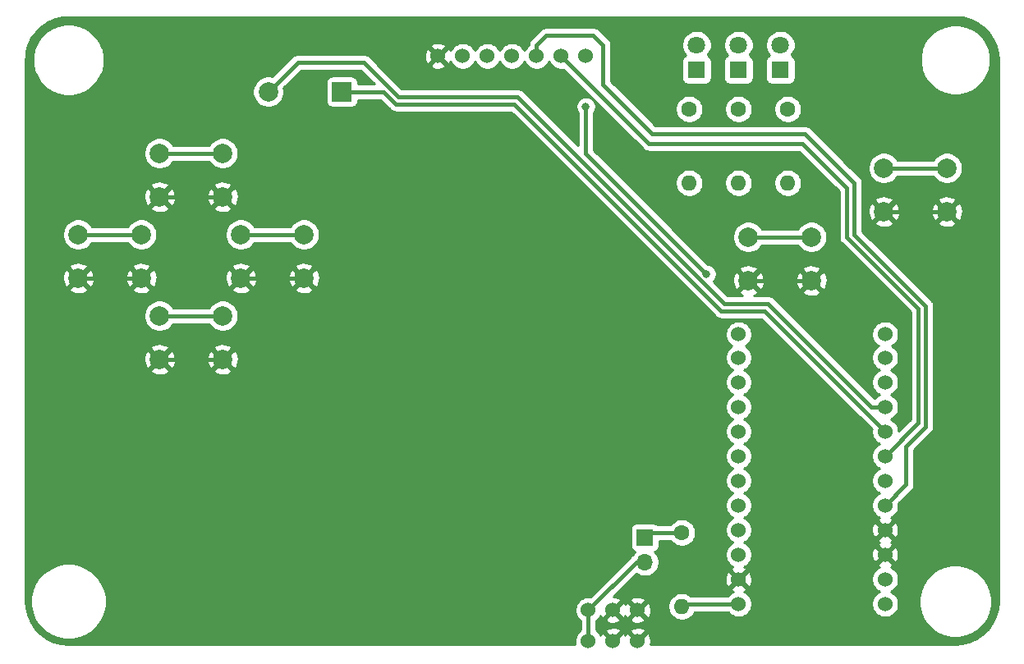
<source format=gbr>
%TF.GenerationSoftware,KiCad,Pcbnew,(5.1.8)-1*%
%TF.CreationDate,2021-02-19T09:53:25-07:00*%
%TF.ProjectId,Ardu-Shift_PCB,41726475-2d53-4686-9966-745f5043422e,rev?*%
%TF.SameCoordinates,Original*%
%TF.FileFunction,Copper,L2,Bot*%
%TF.FilePolarity,Positive*%
%FSLAX46Y46*%
G04 Gerber Fmt 4.6, Leading zero omitted, Abs format (unit mm)*
G04 Created by KiCad (PCBNEW (5.1.8)-1) date 2021-02-19 09:53:25*
%MOMM*%
%LPD*%
G01*
G04 APERTURE LIST*
%TA.AperFunction,ComponentPad*%
%ADD10C,1.524000*%
%TD*%
%TA.AperFunction,ComponentPad*%
%ADD11O,1.600000X1.600000*%
%TD*%
%TA.AperFunction,ComponentPad*%
%ADD12C,1.600000*%
%TD*%
%TA.AperFunction,ComponentPad*%
%ADD13C,2.000000*%
%TD*%
%TA.AperFunction,ComponentPad*%
%ADD14R,2.000000X2.000000*%
%TD*%
%TA.AperFunction,ComponentPad*%
%ADD15O,1.700000X1.700000*%
%TD*%
%TA.AperFunction,ComponentPad*%
%ADD16R,1.700000X1.700000*%
%TD*%
%TA.AperFunction,ComponentPad*%
%ADD17C,1.800000*%
%TD*%
%TA.AperFunction,ComponentPad*%
%ADD18R,1.800000X1.800000*%
%TD*%
%TA.AperFunction,ViaPad*%
%ADD19C,0.800000*%
%TD*%
%TA.AperFunction,Conductor*%
%ADD20C,0.400000*%
%TD*%
%TA.AperFunction,Conductor*%
%ADD21C,0.254000*%
%TD*%
%TA.AperFunction,Conductor*%
%ADD22C,0.100000*%
%TD*%
G04 APERTURE END LIST*
D10*
%TO.P,U2,14*%
%TO.N,Net-(U2-Pad14)*%
X109728000Y-73914000D03*
%TO.P,U2,15*%
%TO.N,SCK*%
X109728000Y-76454000D03*
%TO.P,U2,VCC*%
%TO.N,VCC*%
X109728000Y-89154000D03*
%TO.P,U2,A2*%
%TO.N,LEFT*%
X109728000Y-84074000D03*
%TO.P,U2,A0*%
%TO.N,UP*%
X109728000Y-78994000D03*
%TO.P,U2,GND*%
%TO.N,GND*%
X109728000Y-94234000D03*
%TO.P,U2,RST*%
%TO.N,Net-(U2-PadRST)*%
X109728000Y-91694000D03*
%TO.P,U2,RAW*%
%TO.N,BAT+*%
X109728000Y-96774000D03*
%TO.P,U2,A3*%
%TO.N,DOWN*%
X109728000Y-86614000D03*
%TO.P,U2,A1*%
%TO.N,RIGHT*%
X109728000Y-81534000D03*
%TO.P,U2,16*%
%TO.N,MOSI*%
X109728000Y-71374000D03*
%TO.P,U2,10*%
%TO.N,R_LED*%
X109728000Y-68961000D03*
%TO.P,U2,9*%
%TO.N,B_LED*%
X124841000Y-68961000D03*
%TO.P,U2,8*%
%TO.N,B_Button*%
X124841000Y-71374000D03*
%TO.P,U2,7*%
%TO.N,A_Button*%
X124841000Y-73914000D03*
%TO.P,U2,6*%
%TO.N,Speaker-*%
X124841000Y-76454000D03*
%TO.P,U2,5*%
%TO.N,Speaker+*%
X124841000Y-78994000D03*
%TO.P,U2,4*%
%TO.N,DC*%
X124841000Y-81534000D03*
%TO.P,U2,3*%
%TO.N,G_LED*%
X124841000Y-84074000D03*
%TO.P,U2,2*%
%TO.N,RES*%
X124841000Y-86614000D03*
%TO.P,U2,GND*%
%TO.N,GND*%
X124841000Y-89154000D03*
X124841000Y-91694000D03*
%TO.P,U2,0*%
%TO.N,Net-(U2-Pad0)*%
X124841000Y-94234000D03*
%TO.P,U2,1*%
%TO.N,CS*%
X124841000Y-96774000D03*
%TD*%
%TO.P,U3,1*%
%TO.N,GND*%
X99314000Y-97409000D03*
%TO.P,U3,3*%
%TO.N,Net-(B2-Pad2)*%
X94234000Y-97409000D03*
%TO.P,U3,2*%
%TO.N,GND*%
X96774000Y-97409000D03*
%TO.P,U3,3*%
%TO.N,Net-(B2-Pad2)*%
X94234000Y-100584000D03*
%TO.P,U3,2*%
%TO.N,GND*%
X96774000Y-100584000D03*
%TO.P,U3,1*%
X99314000Y-100584000D03*
%TD*%
D11*
%TO.P,F1,2*%
%TO.N,BAT+*%
X103886000Y-97028000D03*
D12*
%TO.P,F1,1*%
%TO.N,Net-(B2-Pad1)*%
X103886000Y-89408000D03*
%TD*%
D13*
%TO.P,LS1,2*%
%TO.N,Speaker-*%
X61234000Y-43942000D03*
D14*
%TO.P,LS1,1*%
%TO.N,Speaker+*%
X68834000Y-43942000D03*
%TD*%
D15*
%TO.P,B2,2*%
%TO.N,Net-(B2-Pad2)*%
X100076000Y-92456000D03*
D16*
%TO.P,B2,1*%
%TO.N,Net-(B2-Pad1)*%
X100076000Y-89916000D03*
%TD*%
D13*
%TO.P,UP1,1*%
%TO.N,UP*%
X56538000Y-50292000D03*
%TO.P,UP1,2*%
%TO.N,GND*%
X56538000Y-54792000D03*
%TO.P,UP1,1*%
%TO.N,UP*%
X50038000Y-50292000D03*
%TO.P,UP1,2*%
%TO.N,GND*%
X50038000Y-54792000D03*
%TD*%
D10*
%TO.P,U1,GND*%
%TO.N,GND*%
X78740000Y-40259000D03*
%TO.P,U1,VCC*%
%TO.N,VCC*%
X81280000Y-40259000D03*
%TO.P,U1,D0*%
%TO.N,SCK*%
X83820000Y-40259000D03*
%TO.P,U1,CS*%
%TO.N,CS*%
X93980000Y-40259000D03*
%TO.P,U1,DC*%
%TO.N,DC*%
X91440000Y-40259000D03*
%TO.P,U1,RES*%
%TO.N,RES*%
X88900000Y-40259000D03*
%TO.P,U1,D1*%
%TO.N,MOSI*%
X86360000Y-40259000D03*
%TD*%
D13*
%TO.P,RIGHT1,1*%
%TO.N,RIGHT*%
X64920000Y-58674000D03*
%TO.P,RIGHT1,2*%
%TO.N,GND*%
X64920000Y-63174000D03*
%TO.P,RIGHT1,1*%
%TO.N,RIGHT*%
X58420000Y-58674000D03*
%TO.P,RIGHT1,2*%
%TO.N,GND*%
X58420000Y-63174000D03*
%TD*%
D11*
%TO.P,R3,2*%
%TO.N,R_LED*%
X104648000Y-53340000D03*
D12*
%TO.P,R3,1*%
%TO.N,Net-(D3-Pad1)*%
X104648000Y-45720000D03*
%TD*%
D11*
%TO.P,R2,2*%
%TO.N,G_LED*%
X109728000Y-53340000D03*
D12*
%TO.P,R2,1*%
%TO.N,Net-(D2-Pad1)*%
X109728000Y-45720000D03*
%TD*%
D11*
%TO.P,R1,2*%
%TO.N,B_LED*%
X114808000Y-53340000D03*
D12*
%TO.P,R1,1*%
%TO.N,Net-(D1-Pad1)*%
X114808000Y-45720000D03*
%TD*%
D13*
%TO.P,LEFT1,1*%
%TO.N,LEFT*%
X48156000Y-58674000D03*
%TO.P,LEFT1,2*%
%TO.N,GND*%
X48156000Y-63174000D03*
%TO.P,LEFT1,1*%
%TO.N,LEFT*%
X41656000Y-58674000D03*
%TO.P,LEFT1,2*%
%TO.N,GND*%
X41656000Y-63174000D03*
%TD*%
%TO.P,DOWN1,1*%
%TO.N,DOWN*%
X56538000Y-67056000D03*
%TO.P,DOWN1,2*%
%TO.N,GND*%
X56538000Y-71556000D03*
%TO.P,DOWN1,1*%
%TO.N,DOWN*%
X50038000Y-67056000D03*
%TO.P,DOWN1,2*%
%TO.N,GND*%
X50038000Y-71556000D03*
%TD*%
D17*
%TO.P,D3,2*%
%TO.N,VCC*%
X105410000Y-39116000D03*
D18*
%TO.P,D3,1*%
%TO.N,Net-(D3-Pad1)*%
X105410000Y-41656000D03*
%TD*%
D17*
%TO.P,D2,2*%
%TO.N,VCC*%
X109728000Y-39116000D03*
D18*
%TO.P,D2,1*%
%TO.N,Net-(D2-Pad1)*%
X109728000Y-41656000D03*
%TD*%
D17*
%TO.P,D1,2*%
%TO.N,VCC*%
X114046000Y-39116000D03*
D18*
%TO.P,D1,1*%
%TO.N,Net-(D1-Pad1)*%
X114046000Y-41656000D03*
%TD*%
D13*
%TO.P,B1,1*%
%TO.N,B_Button*%
X131214000Y-51816000D03*
%TO.P,B1,2*%
%TO.N,GND*%
X131214000Y-56316000D03*
%TO.P,B1,1*%
%TO.N,B_Button*%
X124714000Y-51816000D03*
%TO.P,B1,2*%
%TO.N,GND*%
X124714000Y-56316000D03*
%TD*%
%TO.P,A1,1*%
%TO.N,A_Button*%
X117244000Y-58928000D03*
%TO.P,A1,2*%
%TO.N,GND*%
X117244000Y-63428000D03*
%TO.P,A1,1*%
%TO.N,A_Button*%
X110744000Y-58928000D03*
%TO.P,A1,2*%
%TO.N,GND*%
X110744000Y-63428000D03*
%TD*%
D19*
%TO.N,CS*%
X93980000Y-45466000D03*
X106426000Y-62738000D03*
%TD*%
D20*
%TO.N,Speaker-*%
X86953998Y-44450000D02*
X74676000Y-44450000D01*
X71120000Y-40894000D02*
X64282000Y-40894000D01*
X74676000Y-44450000D02*
X71120000Y-40894000D01*
X108289998Y-65786000D02*
X86953998Y-44450000D01*
X64282000Y-40894000D02*
X61234000Y-43942000D01*
X112776000Y-65786000D02*
X108289998Y-65786000D01*
X123444000Y-76454000D02*
X112776000Y-65786000D01*
X124841000Y-76454000D02*
X123444000Y-76454000D01*
%TO.N,Speaker+*%
X73152000Y-43942000D02*
X68834000Y-43942000D01*
X112395000Y-66548000D02*
X107950000Y-66548000D01*
X124841000Y-78994000D02*
X112395000Y-66548000D01*
X86614000Y-45212000D02*
X87122000Y-45720000D01*
X87122000Y-45720000D02*
X86868000Y-45466000D01*
X74422000Y-45212000D02*
X86614000Y-45212000D01*
X107950000Y-66548000D02*
X87122000Y-45720000D01*
X74422000Y-45212000D02*
X73152000Y-43942000D01*
%TO.N,GND*%
X41656000Y-63174000D02*
X48156000Y-63174000D01*
X50038000Y-71556000D02*
X56538000Y-71556000D01*
X58420000Y-63174000D02*
X64920000Y-63174000D01*
X50038000Y-54792000D02*
X56538000Y-54792000D01*
X110744000Y-63428000D02*
X117244000Y-63428000D01*
X124714000Y-56316000D02*
X131214000Y-56316000D01*
%TO.N,DOWN*%
X50038000Y-67056000D02*
X56538000Y-67056000D01*
%TO.N,LEFT*%
X41656000Y-58674000D02*
X48156000Y-58674000D01*
%TO.N,UP*%
X50038000Y-50292000D02*
X56538000Y-50292000D01*
%TO.N,RES*%
X88900000Y-40259000D02*
X88900000Y-39116000D01*
X88900000Y-39116000D02*
X89916000Y-38100000D01*
X89916000Y-38100000D02*
X94742000Y-38100000D01*
X94742000Y-38100000D02*
X95758000Y-39116000D01*
X95758000Y-39116000D02*
X95758000Y-43180000D01*
X95758000Y-43180000D02*
X100838000Y-48260000D01*
X100838000Y-48260000D02*
X116586000Y-48260000D01*
X116586000Y-48260000D02*
X121666000Y-53340000D01*
X121666000Y-53340000D02*
X121666000Y-58674000D01*
X121666000Y-58674000D02*
X129032000Y-66040000D01*
X124841000Y-86614000D02*
X127000000Y-84455000D01*
X127000000Y-84455000D02*
X127000000Y-80518000D01*
X127000000Y-80518000D02*
X129032000Y-78486000D01*
X129032000Y-66040000D02*
X129032000Y-78486000D01*
%TO.N,RIGHT*%
X58420000Y-58674000D02*
X64920000Y-58674000D01*
%TO.N,BAT+*%
X104140000Y-96774000D02*
X103886000Y-97028000D01*
X109728000Y-96774000D02*
X104140000Y-96774000D01*
%TO.N,Net-(B2-Pad1)*%
X100584000Y-89408000D02*
X100076000Y-89916000D01*
X103886000Y-89408000D02*
X100584000Y-89408000D01*
%TO.N,A_Button*%
X110744000Y-58928000D02*
X117244000Y-58928000D01*
%TO.N,B_Button*%
X124714000Y-51816000D02*
X131214000Y-51816000D01*
%TO.N,Net-(B2-Pad2)*%
X99187000Y-92456000D02*
X100076000Y-92456000D01*
X94234000Y-97409000D02*
X99187000Y-92456000D01*
X94234000Y-97409000D02*
X94234000Y-100584000D01*
%TO.N,CS*%
X106426000Y-62738000D02*
X93980000Y-50292000D01*
X93980000Y-45466000D02*
X93980000Y-50292000D01*
%TO.N,DC*%
X100457000Y-49276000D02*
X91440000Y-40259000D01*
X120904000Y-53848000D02*
X116332000Y-49276000D01*
X116332000Y-49276000D02*
X100457000Y-49276000D01*
X128270000Y-66294000D02*
X120904000Y-58928000D01*
X120904000Y-58928000D02*
X120904000Y-53848000D01*
X128270000Y-78105000D02*
X128270000Y-66294000D01*
X124841000Y-81534000D02*
X128270000Y-78105000D01*
%TD*%
D21*
%TO.N,GND*%
X132862249Y-36292437D02*
X133619774Y-36499672D01*
X134328625Y-36837777D01*
X134966404Y-37296067D01*
X135512946Y-37860055D01*
X135950977Y-38511913D01*
X136266651Y-39231038D01*
X136451206Y-39999768D01*
X136500000Y-40664207D01*
X136500001Y-96490597D01*
X136427563Y-97302249D01*
X136220328Y-98059774D01*
X135882221Y-98768627D01*
X135423928Y-99406410D01*
X134859945Y-99952946D01*
X134208085Y-100390978D01*
X133488963Y-100706651D01*
X132720232Y-100891206D01*
X132055792Y-100940000D01*
X100665029Y-100940000D01*
X100703023Y-100786865D01*
X100715910Y-100511983D01*
X100674922Y-100239867D01*
X100581636Y-99980977D01*
X100519656Y-99865020D01*
X100279565Y-99798040D01*
X99493605Y-100584000D01*
X99507748Y-100598143D01*
X99328143Y-100777748D01*
X99314000Y-100763605D01*
X99299858Y-100777748D01*
X99120253Y-100598143D01*
X99134395Y-100584000D01*
X98348435Y-99798040D01*
X98108344Y-99865020D01*
X98046921Y-99995644D01*
X98041636Y-99980977D01*
X97979656Y-99865020D01*
X97739565Y-99798040D01*
X96953605Y-100584000D01*
X96967748Y-100598143D01*
X96788143Y-100777748D01*
X96774000Y-100763605D01*
X96759858Y-100777748D01*
X96580253Y-100598143D01*
X96594395Y-100584000D01*
X95808435Y-99798040D01*
X95568344Y-99865020D01*
X95504515Y-100000760D01*
X95472005Y-99922273D01*
X95319120Y-99693465D01*
X95244090Y-99618435D01*
X95988040Y-99618435D01*
X96774000Y-100404395D01*
X97559960Y-99618435D01*
X98528040Y-99618435D01*
X99314000Y-100404395D01*
X100099960Y-99618435D01*
X100032980Y-99378344D01*
X99783952Y-99261244D01*
X99516865Y-99194977D01*
X99241983Y-99182090D01*
X98969867Y-99223078D01*
X98710977Y-99316364D01*
X98595020Y-99378344D01*
X98528040Y-99618435D01*
X97559960Y-99618435D01*
X97492980Y-99378344D01*
X97243952Y-99261244D01*
X96976865Y-99194977D01*
X96701983Y-99182090D01*
X96429867Y-99223078D01*
X96170977Y-99316364D01*
X96055020Y-99378344D01*
X95988040Y-99618435D01*
X95244090Y-99618435D01*
X95124535Y-99498880D01*
X95069000Y-99461773D01*
X95069000Y-98531227D01*
X95124535Y-98494120D01*
X95244090Y-98374565D01*
X95988040Y-98374565D01*
X96055020Y-98614656D01*
X96304048Y-98731756D01*
X96571135Y-98798023D01*
X96846017Y-98810910D01*
X97118133Y-98769922D01*
X97377023Y-98676636D01*
X97492980Y-98614656D01*
X97559960Y-98374565D01*
X98528040Y-98374565D01*
X98595020Y-98614656D01*
X98844048Y-98731756D01*
X99111135Y-98798023D01*
X99386017Y-98810910D01*
X99658133Y-98769922D01*
X99917023Y-98676636D01*
X100032980Y-98614656D01*
X100099960Y-98374565D01*
X99314000Y-97588605D01*
X98528040Y-98374565D01*
X97559960Y-98374565D01*
X96774000Y-97588605D01*
X95988040Y-98374565D01*
X95244090Y-98374565D01*
X95319120Y-98299535D01*
X95472005Y-98070727D01*
X95501692Y-97999057D01*
X95506364Y-98012023D01*
X95568344Y-98127980D01*
X95808435Y-98194960D01*
X96594395Y-97409000D01*
X96953605Y-97409000D01*
X97739565Y-98194960D01*
X97979656Y-98127980D01*
X98041079Y-97997356D01*
X98046364Y-98012023D01*
X98108344Y-98127980D01*
X98348435Y-98194960D01*
X99134395Y-97409000D01*
X99493605Y-97409000D01*
X100279565Y-98194960D01*
X100519656Y-98127980D01*
X100636756Y-97878952D01*
X100703023Y-97611865D01*
X100715910Y-97336983D01*
X100674922Y-97064867D01*
X100610711Y-96886665D01*
X102451000Y-96886665D01*
X102451000Y-97169335D01*
X102506147Y-97446574D01*
X102614320Y-97707727D01*
X102771363Y-97942759D01*
X102971241Y-98142637D01*
X103206273Y-98299680D01*
X103467426Y-98407853D01*
X103744665Y-98463000D01*
X104027335Y-98463000D01*
X104304574Y-98407853D01*
X104565727Y-98299680D01*
X104800759Y-98142637D01*
X105000637Y-97942759D01*
X105157680Y-97707727D01*
X105198574Y-97609000D01*
X108605773Y-97609000D01*
X108642880Y-97664535D01*
X108837465Y-97859120D01*
X109066273Y-98012005D01*
X109320510Y-98117314D01*
X109590408Y-98171000D01*
X109865592Y-98171000D01*
X110135490Y-98117314D01*
X110389727Y-98012005D01*
X110618535Y-97859120D01*
X110813120Y-97664535D01*
X110966005Y-97435727D01*
X111071314Y-97181490D01*
X111125000Y-96911592D01*
X111125000Y-96636408D01*
X111071314Y-96366510D01*
X110966005Y-96112273D01*
X110813120Y-95883465D01*
X110618535Y-95688880D01*
X110389727Y-95535995D01*
X110318057Y-95506308D01*
X110331023Y-95501636D01*
X110446980Y-95439656D01*
X110513960Y-95199565D01*
X109728000Y-94413605D01*
X108942040Y-95199565D01*
X109009020Y-95439656D01*
X109144760Y-95503485D01*
X109066273Y-95535995D01*
X108837465Y-95688880D01*
X108642880Y-95883465D01*
X108605773Y-95939000D01*
X104826396Y-95939000D01*
X104800759Y-95913363D01*
X104565727Y-95756320D01*
X104304574Y-95648147D01*
X104027335Y-95593000D01*
X103744665Y-95593000D01*
X103467426Y-95648147D01*
X103206273Y-95756320D01*
X102971241Y-95913363D01*
X102771363Y-96113241D01*
X102614320Y-96348273D01*
X102506147Y-96609426D01*
X102451000Y-96886665D01*
X100610711Y-96886665D01*
X100581636Y-96805977D01*
X100519656Y-96690020D01*
X100279565Y-96623040D01*
X99493605Y-97409000D01*
X99134395Y-97409000D01*
X98348435Y-96623040D01*
X98108344Y-96690020D01*
X98046921Y-96820644D01*
X98041636Y-96805977D01*
X97979656Y-96690020D01*
X97739565Y-96623040D01*
X96953605Y-97409000D01*
X96594395Y-97409000D01*
X96580253Y-97394858D01*
X96759858Y-97215253D01*
X96774000Y-97229395D01*
X97559960Y-96443435D01*
X98528040Y-96443435D01*
X99314000Y-97229395D01*
X100099960Y-96443435D01*
X100032980Y-96203344D01*
X99783952Y-96086244D01*
X99516865Y-96019977D01*
X99241983Y-96007090D01*
X98969867Y-96048078D01*
X98710977Y-96141364D01*
X98595020Y-96203344D01*
X98528040Y-96443435D01*
X97559960Y-96443435D01*
X97492980Y-96203344D01*
X97243952Y-96086244D01*
X96976865Y-96019977D01*
X96811637Y-96012231D01*
X98517851Y-94306017D01*
X108326090Y-94306017D01*
X108367078Y-94578133D01*
X108460364Y-94837023D01*
X108522344Y-94952980D01*
X108762435Y-95019960D01*
X109548395Y-94234000D01*
X109907605Y-94234000D01*
X110693565Y-95019960D01*
X110933656Y-94952980D01*
X111050756Y-94703952D01*
X111117023Y-94436865D01*
X111129910Y-94161983D01*
X111120033Y-94096408D01*
X123444000Y-94096408D01*
X123444000Y-94371592D01*
X123497686Y-94641490D01*
X123602995Y-94895727D01*
X123755880Y-95124535D01*
X123950465Y-95319120D01*
X124179273Y-95472005D01*
X124256515Y-95504000D01*
X124179273Y-95535995D01*
X123950465Y-95688880D01*
X123755880Y-95883465D01*
X123602995Y-96112273D01*
X123497686Y-96366510D01*
X123444000Y-96636408D01*
X123444000Y-96911592D01*
X123497686Y-97181490D01*
X123602995Y-97435727D01*
X123755880Y-97664535D01*
X123950465Y-97859120D01*
X124179273Y-98012005D01*
X124433510Y-98117314D01*
X124703408Y-98171000D01*
X124978592Y-98171000D01*
X125248490Y-98117314D01*
X125502727Y-98012005D01*
X125731535Y-97859120D01*
X125926120Y-97664535D01*
X126079005Y-97435727D01*
X126184314Y-97181490D01*
X126238000Y-96911592D01*
X126238000Y-96636408D01*
X126184314Y-96366510D01*
X126094828Y-96150471D01*
X128328111Y-96150471D01*
X128328111Y-96889529D01*
X128472294Y-97614386D01*
X128755119Y-98297186D01*
X129165717Y-98911690D01*
X129688310Y-99434283D01*
X130302814Y-99844881D01*
X130985614Y-100127706D01*
X131710471Y-100271889D01*
X132449529Y-100271889D01*
X133174386Y-100127706D01*
X133857186Y-99844881D01*
X134471690Y-99434283D01*
X134994283Y-98911690D01*
X135404881Y-98297186D01*
X135687706Y-97614386D01*
X135831889Y-96889529D01*
X135831889Y-96150471D01*
X135687706Y-95425614D01*
X135404881Y-94742814D01*
X134994283Y-94128310D01*
X134471690Y-93605717D01*
X133857186Y-93195119D01*
X133174386Y-92912294D01*
X132449529Y-92768111D01*
X131710471Y-92768111D01*
X130985614Y-92912294D01*
X130302814Y-93195119D01*
X129688310Y-93605717D01*
X129165717Y-94128310D01*
X128755119Y-94742814D01*
X128472294Y-95425614D01*
X128328111Y-96150471D01*
X126094828Y-96150471D01*
X126079005Y-96112273D01*
X125926120Y-95883465D01*
X125731535Y-95688880D01*
X125502727Y-95535995D01*
X125425485Y-95504000D01*
X125502727Y-95472005D01*
X125731535Y-95319120D01*
X125926120Y-95124535D01*
X126079005Y-94895727D01*
X126184314Y-94641490D01*
X126238000Y-94371592D01*
X126238000Y-94096408D01*
X126184314Y-93826510D01*
X126079005Y-93572273D01*
X125926120Y-93343465D01*
X125731535Y-93148880D01*
X125502727Y-92995995D01*
X125431057Y-92966308D01*
X125444023Y-92961636D01*
X125559980Y-92899656D01*
X125626960Y-92659565D01*
X124841000Y-91873605D01*
X124055040Y-92659565D01*
X124122020Y-92899656D01*
X124257760Y-92963485D01*
X124179273Y-92995995D01*
X123950465Y-93148880D01*
X123755880Y-93343465D01*
X123602995Y-93572273D01*
X123497686Y-93826510D01*
X123444000Y-94096408D01*
X111120033Y-94096408D01*
X111088922Y-93889867D01*
X110995636Y-93630977D01*
X110933656Y-93515020D01*
X110693565Y-93448040D01*
X109907605Y-94234000D01*
X109548395Y-94234000D01*
X108762435Y-93448040D01*
X108522344Y-93515020D01*
X108405244Y-93764048D01*
X108338977Y-94031135D01*
X108326090Y-94306017D01*
X98517851Y-94306017D01*
X99180337Y-93643532D01*
X99372589Y-93771990D01*
X99642842Y-93883932D01*
X99929740Y-93941000D01*
X100222260Y-93941000D01*
X100509158Y-93883932D01*
X100779411Y-93771990D01*
X101022632Y-93609475D01*
X101229475Y-93402632D01*
X101391990Y-93159411D01*
X101503932Y-92889158D01*
X101561000Y-92602260D01*
X101561000Y-92309740D01*
X101503932Y-92022842D01*
X101391990Y-91752589D01*
X101229475Y-91509368D01*
X101097620Y-91377513D01*
X101170180Y-91355502D01*
X101280494Y-91296537D01*
X101377185Y-91217185D01*
X101456537Y-91120494D01*
X101515502Y-91010180D01*
X101551812Y-90890482D01*
X101564072Y-90766000D01*
X101564072Y-90243000D01*
X102718070Y-90243000D01*
X102771363Y-90322759D01*
X102971241Y-90522637D01*
X103206273Y-90679680D01*
X103467426Y-90787853D01*
X103744665Y-90843000D01*
X104027335Y-90843000D01*
X104304574Y-90787853D01*
X104565727Y-90679680D01*
X104800759Y-90522637D01*
X105000637Y-90322759D01*
X105157680Y-90087727D01*
X105265853Y-89826574D01*
X105321000Y-89549335D01*
X105321000Y-89266665D01*
X105265853Y-88989426D01*
X105157680Y-88728273D01*
X105000637Y-88493241D01*
X104800759Y-88293363D01*
X104565727Y-88136320D01*
X104304574Y-88028147D01*
X104027335Y-87973000D01*
X103744665Y-87973000D01*
X103467426Y-88028147D01*
X103206273Y-88136320D01*
X102971241Y-88293363D01*
X102771363Y-88493241D01*
X102718070Y-88573000D01*
X101326233Y-88573000D01*
X101280494Y-88535463D01*
X101170180Y-88476498D01*
X101050482Y-88440188D01*
X100926000Y-88427928D01*
X99226000Y-88427928D01*
X99101518Y-88440188D01*
X98981820Y-88476498D01*
X98871506Y-88535463D01*
X98774815Y-88614815D01*
X98695463Y-88711506D01*
X98636498Y-88821820D01*
X98600188Y-88941518D01*
X98587928Y-89066000D01*
X98587928Y-90766000D01*
X98600188Y-90890482D01*
X98636498Y-91010180D01*
X98695463Y-91120494D01*
X98774815Y-91217185D01*
X98871506Y-91296537D01*
X98981820Y-91355502D01*
X99054380Y-91377513D01*
X98922525Y-91509368D01*
X98775762Y-91729015D01*
X98720854Y-91758364D01*
X98593709Y-91862709D01*
X98567563Y-91894568D01*
X94437102Y-96025031D01*
X94371592Y-96012000D01*
X94096408Y-96012000D01*
X93826510Y-96065686D01*
X93572273Y-96170995D01*
X93343465Y-96323880D01*
X93148880Y-96518465D01*
X92995995Y-96747273D01*
X92890686Y-97001510D01*
X92837000Y-97271408D01*
X92837000Y-97546592D01*
X92890686Y-97816490D01*
X92995995Y-98070727D01*
X93148880Y-98299535D01*
X93343465Y-98494120D01*
X93399000Y-98531228D01*
X93399001Y-99461772D01*
X93343465Y-99498880D01*
X93148880Y-99693465D01*
X92995995Y-99922273D01*
X92890686Y-100176510D01*
X92837000Y-100446408D01*
X92837000Y-100721592D01*
X92880444Y-100940000D01*
X40669392Y-100940000D01*
X39857751Y-100867563D01*
X39100226Y-100660328D01*
X38391373Y-100322221D01*
X37753590Y-99863928D01*
X37207054Y-99299945D01*
X36769022Y-98648085D01*
X36453349Y-97928963D01*
X36268794Y-97160232D01*
X36220000Y-96495792D01*
X36220000Y-96134519D01*
X36726150Y-96134519D01*
X36726150Y-96905481D01*
X36876557Y-97661628D01*
X37171592Y-98373903D01*
X37599915Y-99014934D01*
X38145066Y-99560085D01*
X38786097Y-99988408D01*
X39498372Y-100283443D01*
X40254519Y-100433850D01*
X41025481Y-100433850D01*
X41781628Y-100283443D01*
X42493903Y-99988408D01*
X43134934Y-99560085D01*
X43680085Y-99014934D01*
X44108408Y-98373903D01*
X44403443Y-97661628D01*
X44553850Y-96905481D01*
X44553850Y-96134519D01*
X44403443Y-95378372D01*
X44108408Y-94666097D01*
X43680085Y-94025066D01*
X43134934Y-93479915D01*
X42493903Y-93051592D01*
X41781628Y-92756557D01*
X41025481Y-92606150D01*
X40254519Y-92606150D01*
X39498372Y-92756557D01*
X38786097Y-93051592D01*
X38145066Y-93479915D01*
X37599915Y-94025066D01*
X37171592Y-94666097D01*
X36876557Y-95378372D01*
X36726150Y-96134519D01*
X36220000Y-96134519D01*
X36220000Y-72691413D01*
X49082192Y-72691413D01*
X49177956Y-72955814D01*
X49467571Y-73096704D01*
X49779108Y-73178384D01*
X50100595Y-73197718D01*
X50419675Y-73153961D01*
X50724088Y-73048795D01*
X50898044Y-72955814D01*
X50993808Y-72691413D01*
X55582192Y-72691413D01*
X55677956Y-72955814D01*
X55967571Y-73096704D01*
X56279108Y-73178384D01*
X56600595Y-73197718D01*
X56919675Y-73153961D01*
X57224088Y-73048795D01*
X57398044Y-72955814D01*
X57493808Y-72691413D01*
X56538000Y-71735605D01*
X55582192Y-72691413D01*
X50993808Y-72691413D01*
X50038000Y-71735605D01*
X49082192Y-72691413D01*
X36220000Y-72691413D01*
X36220000Y-71618595D01*
X48396282Y-71618595D01*
X48440039Y-71937675D01*
X48545205Y-72242088D01*
X48638186Y-72416044D01*
X48902587Y-72511808D01*
X49858395Y-71556000D01*
X50217605Y-71556000D01*
X51173413Y-72511808D01*
X51437814Y-72416044D01*
X51578704Y-72126429D01*
X51660384Y-71814892D01*
X51672189Y-71618595D01*
X54896282Y-71618595D01*
X54940039Y-71937675D01*
X55045205Y-72242088D01*
X55138186Y-72416044D01*
X55402587Y-72511808D01*
X56358395Y-71556000D01*
X56717605Y-71556000D01*
X57673413Y-72511808D01*
X57937814Y-72416044D01*
X58078704Y-72126429D01*
X58160384Y-71814892D01*
X58179718Y-71493405D01*
X58135961Y-71174325D01*
X58030795Y-70869912D01*
X57937814Y-70695956D01*
X57673413Y-70600192D01*
X56717605Y-71556000D01*
X56358395Y-71556000D01*
X55402587Y-70600192D01*
X55138186Y-70695956D01*
X54997296Y-70985571D01*
X54915616Y-71297108D01*
X54896282Y-71618595D01*
X51672189Y-71618595D01*
X51679718Y-71493405D01*
X51635961Y-71174325D01*
X51530795Y-70869912D01*
X51437814Y-70695956D01*
X51173413Y-70600192D01*
X50217605Y-71556000D01*
X49858395Y-71556000D01*
X48902587Y-70600192D01*
X48638186Y-70695956D01*
X48497296Y-70985571D01*
X48415616Y-71297108D01*
X48396282Y-71618595D01*
X36220000Y-71618595D01*
X36220000Y-70420587D01*
X49082192Y-70420587D01*
X50038000Y-71376395D01*
X50993808Y-70420587D01*
X55582192Y-70420587D01*
X56538000Y-71376395D01*
X57493808Y-70420587D01*
X57398044Y-70156186D01*
X57108429Y-70015296D01*
X56796892Y-69933616D01*
X56475405Y-69914282D01*
X56156325Y-69958039D01*
X55851912Y-70063205D01*
X55677956Y-70156186D01*
X55582192Y-70420587D01*
X50993808Y-70420587D01*
X50898044Y-70156186D01*
X50608429Y-70015296D01*
X50296892Y-69933616D01*
X49975405Y-69914282D01*
X49656325Y-69958039D01*
X49351912Y-70063205D01*
X49177956Y-70156186D01*
X49082192Y-70420587D01*
X36220000Y-70420587D01*
X36220000Y-68823408D01*
X108331000Y-68823408D01*
X108331000Y-69098592D01*
X108384686Y-69368490D01*
X108489995Y-69622727D01*
X108642880Y-69851535D01*
X108837465Y-70046120D01*
X109019123Y-70167500D01*
X108837465Y-70288880D01*
X108642880Y-70483465D01*
X108489995Y-70712273D01*
X108384686Y-70966510D01*
X108331000Y-71236408D01*
X108331000Y-71511592D01*
X108384686Y-71781490D01*
X108489995Y-72035727D01*
X108642880Y-72264535D01*
X108837465Y-72459120D01*
X109066273Y-72612005D01*
X109143515Y-72644000D01*
X109066273Y-72675995D01*
X108837465Y-72828880D01*
X108642880Y-73023465D01*
X108489995Y-73252273D01*
X108384686Y-73506510D01*
X108331000Y-73776408D01*
X108331000Y-74051592D01*
X108384686Y-74321490D01*
X108489995Y-74575727D01*
X108642880Y-74804535D01*
X108837465Y-74999120D01*
X109066273Y-75152005D01*
X109143515Y-75184000D01*
X109066273Y-75215995D01*
X108837465Y-75368880D01*
X108642880Y-75563465D01*
X108489995Y-75792273D01*
X108384686Y-76046510D01*
X108331000Y-76316408D01*
X108331000Y-76591592D01*
X108384686Y-76861490D01*
X108489995Y-77115727D01*
X108642880Y-77344535D01*
X108837465Y-77539120D01*
X109066273Y-77692005D01*
X109143515Y-77724000D01*
X109066273Y-77755995D01*
X108837465Y-77908880D01*
X108642880Y-78103465D01*
X108489995Y-78332273D01*
X108384686Y-78586510D01*
X108331000Y-78856408D01*
X108331000Y-79131592D01*
X108384686Y-79401490D01*
X108489995Y-79655727D01*
X108642880Y-79884535D01*
X108837465Y-80079120D01*
X109066273Y-80232005D01*
X109143515Y-80264000D01*
X109066273Y-80295995D01*
X108837465Y-80448880D01*
X108642880Y-80643465D01*
X108489995Y-80872273D01*
X108384686Y-81126510D01*
X108331000Y-81396408D01*
X108331000Y-81671592D01*
X108384686Y-81941490D01*
X108489995Y-82195727D01*
X108642880Y-82424535D01*
X108837465Y-82619120D01*
X109066273Y-82772005D01*
X109143515Y-82804000D01*
X109066273Y-82835995D01*
X108837465Y-82988880D01*
X108642880Y-83183465D01*
X108489995Y-83412273D01*
X108384686Y-83666510D01*
X108331000Y-83936408D01*
X108331000Y-84211592D01*
X108384686Y-84481490D01*
X108489995Y-84735727D01*
X108642880Y-84964535D01*
X108837465Y-85159120D01*
X109066273Y-85312005D01*
X109143515Y-85344000D01*
X109066273Y-85375995D01*
X108837465Y-85528880D01*
X108642880Y-85723465D01*
X108489995Y-85952273D01*
X108384686Y-86206510D01*
X108331000Y-86476408D01*
X108331000Y-86751592D01*
X108384686Y-87021490D01*
X108489995Y-87275727D01*
X108642880Y-87504535D01*
X108837465Y-87699120D01*
X109066273Y-87852005D01*
X109143515Y-87884000D01*
X109066273Y-87915995D01*
X108837465Y-88068880D01*
X108642880Y-88263465D01*
X108489995Y-88492273D01*
X108384686Y-88746510D01*
X108331000Y-89016408D01*
X108331000Y-89291592D01*
X108384686Y-89561490D01*
X108489995Y-89815727D01*
X108642880Y-90044535D01*
X108837465Y-90239120D01*
X109066273Y-90392005D01*
X109143515Y-90424000D01*
X109066273Y-90455995D01*
X108837465Y-90608880D01*
X108642880Y-90803465D01*
X108489995Y-91032273D01*
X108384686Y-91286510D01*
X108331000Y-91556408D01*
X108331000Y-91831592D01*
X108384686Y-92101490D01*
X108489995Y-92355727D01*
X108642880Y-92584535D01*
X108837465Y-92779120D01*
X109066273Y-92932005D01*
X109137943Y-92961692D01*
X109124977Y-92966364D01*
X109009020Y-93028344D01*
X108942040Y-93268435D01*
X109728000Y-94054395D01*
X110513960Y-93268435D01*
X110446980Y-93028344D01*
X110311240Y-92964515D01*
X110389727Y-92932005D01*
X110618535Y-92779120D01*
X110813120Y-92584535D01*
X110966005Y-92355727D01*
X111071314Y-92101490D01*
X111125000Y-91831592D01*
X111125000Y-91766017D01*
X123439090Y-91766017D01*
X123480078Y-92038133D01*
X123573364Y-92297023D01*
X123635344Y-92412980D01*
X123875435Y-92479960D01*
X124661395Y-91694000D01*
X125020605Y-91694000D01*
X125806565Y-92479960D01*
X126046656Y-92412980D01*
X126163756Y-92163952D01*
X126230023Y-91896865D01*
X126242910Y-91621983D01*
X126201922Y-91349867D01*
X126108636Y-91090977D01*
X126046656Y-90975020D01*
X125806565Y-90908040D01*
X125020605Y-91694000D01*
X124661395Y-91694000D01*
X123875435Y-90908040D01*
X123635344Y-90975020D01*
X123518244Y-91224048D01*
X123451977Y-91491135D01*
X123439090Y-91766017D01*
X111125000Y-91766017D01*
X111125000Y-91556408D01*
X111071314Y-91286510D01*
X110966005Y-91032273D01*
X110813120Y-90803465D01*
X110618535Y-90608880D01*
X110389727Y-90455995D01*
X110312485Y-90424000D01*
X110389727Y-90392005D01*
X110618535Y-90239120D01*
X110738090Y-90119565D01*
X124055040Y-90119565D01*
X124122020Y-90359656D01*
X124252644Y-90421079D01*
X124237977Y-90426364D01*
X124122020Y-90488344D01*
X124055040Y-90728435D01*
X124841000Y-91514395D01*
X125626960Y-90728435D01*
X125559980Y-90488344D01*
X125429356Y-90426921D01*
X125444023Y-90421636D01*
X125559980Y-90359656D01*
X125626960Y-90119565D01*
X124841000Y-89333605D01*
X124055040Y-90119565D01*
X110738090Y-90119565D01*
X110813120Y-90044535D01*
X110966005Y-89815727D01*
X111071314Y-89561490D01*
X111125000Y-89291592D01*
X111125000Y-89226017D01*
X123439090Y-89226017D01*
X123480078Y-89498133D01*
X123573364Y-89757023D01*
X123635344Y-89872980D01*
X123875435Y-89939960D01*
X124661395Y-89154000D01*
X125020605Y-89154000D01*
X125806565Y-89939960D01*
X126046656Y-89872980D01*
X126163756Y-89623952D01*
X126230023Y-89356865D01*
X126242910Y-89081983D01*
X126201922Y-88809867D01*
X126108636Y-88550977D01*
X126046656Y-88435020D01*
X125806565Y-88368040D01*
X125020605Y-89154000D01*
X124661395Y-89154000D01*
X123875435Y-88368040D01*
X123635344Y-88435020D01*
X123518244Y-88684048D01*
X123451977Y-88951135D01*
X123439090Y-89226017D01*
X111125000Y-89226017D01*
X111125000Y-89016408D01*
X111071314Y-88746510D01*
X110966005Y-88492273D01*
X110813120Y-88263465D01*
X110618535Y-88068880D01*
X110389727Y-87915995D01*
X110312485Y-87884000D01*
X110389727Y-87852005D01*
X110618535Y-87699120D01*
X110813120Y-87504535D01*
X110966005Y-87275727D01*
X111071314Y-87021490D01*
X111125000Y-86751592D01*
X111125000Y-86476408D01*
X111071314Y-86206510D01*
X110966005Y-85952273D01*
X110813120Y-85723465D01*
X110618535Y-85528880D01*
X110389727Y-85375995D01*
X110312485Y-85344000D01*
X110389727Y-85312005D01*
X110618535Y-85159120D01*
X110813120Y-84964535D01*
X110966005Y-84735727D01*
X111071314Y-84481490D01*
X111125000Y-84211592D01*
X111125000Y-83936408D01*
X111071314Y-83666510D01*
X110966005Y-83412273D01*
X110813120Y-83183465D01*
X110618535Y-82988880D01*
X110389727Y-82835995D01*
X110312485Y-82804000D01*
X110389727Y-82772005D01*
X110618535Y-82619120D01*
X110813120Y-82424535D01*
X110966005Y-82195727D01*
X111071314Y-81941490D01*
X111125000Y-81671592D01*
X111125000Y-81396408D01*
X111071314Y-81126510D01*
X110966005Y-80872273D01*
X110813120Y-80643465D01*
X110618535Y-80448880D01*
X110389727Y-80295995D01*
X110312485Y-80264000D01*
X110389727Y-80232005D01*
X110618535Y-80079120D01*
X110813120Y-79884535D01*
X110966005Y-79655727D01*
X111071314Y-79401490D01*
X111125000Y-79131592D01*
X111125000Y-78856408D01*
X111071314Y-78586510D01*
X110966005Y-78332273D01*
X110813120Y-78103465D01*
X110618535Y-77908880D01*
X110389727Y-77755995D01*
X110312485Y-77724000D01*
X110389727Y-77692005D01*
X110618535Y-77539120D01*
X110813120Y-77344535D01*
X110966005Y-77115727D01*
X111071314Y-76861490D01*
X111125000Y-76591592D01*
X111125000Y-76316408D01*
X111071314Y-76046510D01*
X110966005Y-75792273D01*
X110813120Y-75563465D01*
X110618535Y-75368880D01*
X110389727Y-75215995D01*
X110312485Y-75184000D01*
X110389727Y-75152005D01*
X110618535Y-74999120D01*
X110813120Y-74804535D01*
X110966005Y-74575727D01*
X111071314Y-74321490D01*
X111125000Y-74051592D01*
X111125000Y-73776408D01*
X111071314Y-73506510D01*
X110966005Y-73252273D01*
X110813120Y-73023465D01*
X110618535Y-72828880D01*
X110389727Y-72675995D01*
X110312485Y-72644000D01*
X110389727Y-72612005D01*
X110618535Y-72459120D01*
X110813120Y-72264535D01*
X110966005Y-72035727D01*
X111071314Y-71781490D01*
X111125000Y-71511592D01*
X111125000Y-71236408D01*
X111071314Y-70966510D01*
X110966005Y-70712273D01*
X110813120Y-70483465D01*
X110618535Y-70288880D01*
X110436877Y-70167500D01*
X110618535Y-70046120D01*
X110813120Y-69851535D01*
X110966005Y-69622727D01*
X111071314Y-69368490D01*
X111125000Y-69098592D01*
X111125000Y-68823408D01*
X111071314Y-68553510D01*
X110966005Y-68299273D01*
X110813120Y-68070465D01*
X110618535Y-67875880D01*
X110389727Y-67722995D01*
X110135490Y-67617686D01*
X109865592Y-67564000D01*
X109590408Y-67564000D01*
X109320510Y-67617686D01*
X109066273Y-67722995D01*
X108837465Y-67875880D01*
X108642880Y-68070465D01*
X108489995Y-68299273D01*
X108384686Y-68553510D01*
X108331000Y-68823408D01*
X36220000Y-68823408D01*
X36220000Y-66894967D01*
X48403000Y-66894967D01*
X48403000Y-67217033D01*
X48465832Y-67532912D01*
X48589082Y-67830463D01*
X48768013Y-68098252D01*
X48995748Y-68325987D01*
X49263537Y-68504918D01*
X49561088Y-68628168D01*
X49876967Y-68691000D01*
X50199033Y-68691000D01*
X50514912Y-68628168D01*
X50812463Y-68504918D01*
X51080252Y-68325987D01*
X51307987Y-68098252D01*
X51446468Y-67891000D01*
X55129532Y-67891000D01*
X55268013Y-68098252D01*
X55495748Y-68325987D01*
X55763537Y-68504918D01*
X56061088Y-68628168D01*
X56376967Y-68691000D01*
X56699033Y-68691000D01*
X57014912Y-68628168D01*
X57312463Y-68504918D01*
X57580252Y-68325987D01*
X57807987Y-68098252D01*
X57986918Y-67830463D01*
X58110168Y-67532912D01*
X58173000Y-67217033D01*
X58173000Y-66894967D01*
X58110168Y-66579088D01*
X57986918Y-66281537D01*
X57807987Y-66013748D01*
X57580252Y-65786013D01*
X57312463Y-65607082D01*
X57014912Y-65483832D01*
X56699033Y-65421000D01*
X56376967Y-65421000D01*
X56061088Y-65483832D01*
X55763537Y-65607082D01*
X55495748Y-65786013D01*
X55268013Y-66013748D01*
X55129532Y-66221000D01*
X51446468Y-66221000D01*
X51307987Y-66013748D01*
X51080252Y-65786013D01*
X50812463Y-65607082D01*
X50514912Y-65483832D01*
X50199033Y-65421000D01*
X49876967Y-65421000D01*
X49561088Y-65483832D01*
X49263537Y-65607082D01*
X48995748Y-65786013D01*
X48768013Y-66013748D01*
X48589082Y-66281537D01*
X48465832Y-66579088D01*
X48403000Y-66894967D01*
X36220000Y-66894967D01*
X36220000Y-64309413D01*
X40700192Y-64309413D01*
X40795956Y-64573814D01*
X41085571Y-64714704D01*
X41397108Y-64796384D01*
X41718595Y-64815718D01*
X42037675Y-64771961D01*
X42342088Y-64666795D01*
X42516044Y-64573814D01*
X42611808Y-64309413D01*
X47200192Y-64309413D01*
X47295956Y-64573814D01*
X47585571Y-64714704D01*
X47897108Y-64796384D01*
X48218595Y-64815718D01*
X48537675Y-64771961D01*
X48842088Y-64666795D01*
X49016044Y-64573814D01*
X49111808Y-64309413D01*
X57464192Y-64309413D01*
X57559956Y-64573814D01*
X57849571Y-64714704D01*
X58161108Y-64796384D01*
X58482595Y-64815718D01*
X58801675Y-64771961D01*
X59106088Y-64666795D01*
X59280044Y-64573814D01*
X59375808Y-64309413D01*
X63964192Y-64309413D01*
X64059956Y-64573814D01*
X64349571Y-64714704D01*
X64661108Y-64796384D01*
X64982595Y-64815718D01*
X65301675Y-64771961D01*
X65606088Y-64666795D01*
X65780044Y-64573814D01*
X65875808Y-64309413D01*
X64920000Y-63353605D01*
X63964192Y-64309413D01*
X59375808Y-64309413D01*
X58420000Y-63353605D01*
X57464192Y-64309413D01*
X49111808Y-64309413D01*
X48156000Y-63353605D01*
X47200192Y-64309413D01*
X42611808Y-64309413D01*
X41656000Y-63353605D01*
X40700192Y-64309413D01*
X36220000Y-64309413D01*
X36220000Y-63236595D01*
X40014282Y-63236595D01*
X40058039Y-63555675D01*
X40163205Y-63860088D01*
X40256186Y-64034044D01*
X40520587Y-64129808D01*
X41476395Y-63174000D01*
X41835605Y-63174000D01*
X42791413Y-64129808D01*
X43055814Y-64034044D01*
X43196704Y-63744429D01*
X43278384Y-63432892D01*
X43290189Y-63236595D01*
X46514282Y-63236595D01*
X46558039Y-63555675D01*
X46663205Y-63860088D01*
X46756186Y-64034044D01*
X47020587Y-64129808D01*
X47976395Y-63174000D01*
X48335605Y-63174000D01*
X49291413Y-64129808D01*
X49555814Y-64034044D01*
X49696704Y-63744429D01*
X49778384Y-63432892D01*
X49790189Y-63236595D01*
X56778282Y-63236595D01*
X56822039Y-63555675D01*
X56927205Y-63860088D01*
X57020186Y-64034044D01*
X57284587Y-64129808D01*
X58240395Y-63174000D01*
X58599605Y-63174000D01*
X59555413Y-64129808D01*
X59819814Y-64034044D01*
X59960704Y-63744429D01*
X60042384Y-63432892D01*
X60054189Y-63236595D01*
X63278282Y-63236595D01*
X63322039Y-63555675D01*
X63427205Y-63860088D01*
X63520186Y-64034044D01*
X63784587Y-64129808D01*
X64740395Y-63174000D01*
X65099605Y-63174000D01*
X66055413Y-64129808D01*
X66319814Y-64034044D01*
X66460704Y-63744429D01*
X66542384Y-63432892D01*
X66561718Y-63111405D01*
X66517961Y-62792325D01*
X66412795Y-62487912D01*
X66319814Y-62313956D01*
X66055413Y-62218192D01*
X65099605Y-63174000D01*
X64740395Y-63174000D01*
X63784587Y-62218192D01*
X63520186Y-62313956D01*
X63379296Y-62603571D01*
X63297616Y-62915108D01*
X63278282Y-63236595D01*
X60054189Y-63236595D01*
X60061718Y-63111405D01*
X60017961Y-62792325D01*
X59912795Y-62487912D01*
X59819814Y-62313956D01*
X59555413Y-62218192D01*
X58599605Y-63174000D01*
X58240395Y-63174000D01*
X57284587Y-62218192D01*
X57020186Y-62313956D01*
X56879296Y-62603571D01*
X56797616Y-62915108D01*
X56778282Y-63236595D01*
X49790189Y-63236595D01*
X49797718Y-63111405D01*
X49753961Y-62792325D01*
X49648795Y-62487912D01*
X49555814Y-62313956D01*
X49291413Y-62218192D01*
X48335605Y-63174000D01*
X47976395Y-63174000D01*
X47020587Y-62218192D01*
X46756186Y-62313956D01*
X46615296Y-62603571D01*
X46533616Y-62915108D01*
X46514282Y-63236595D01*
X43290189Y-63236595D01*
X43297718Y-63111405D01*
X43253961Y-62792325D01*
X43148795Y-62487912D01*
X43055814Y-62313956D01*
X42791413Y-62218192D01*
X41835605Y-63174000D01*
X41476395Y-63174000D01*
X40520587Y-62218192D01*
X40256186Y-62313956D01*
X40115296Y-62603571D01*
X40033616Y-62915108D01*
X40014282Y-63236595D01*
X36220000Y-63236595D01*
X36220000Y-62038587D01*
X40700192Y-62038587D01*
X41656000Y-62994395D01*
X42611808Y-62038587D01*
X47200192Y-62038587D01*
X48156000Y-62994395D01*
X49111808Y-62038587D01*
X57464192Y-62038587D01*
X58420000Y-62994395D01*
X59375808Y-62038587D01*
X63964192Y-62038587D01*
X64920000Y-62994395D01*
X65875808Y-62038587D01*
X65780044Y-61774186D01*
X65490429Y-61633296D01*
X65178892Y-61551616D01*
X64857405Y-61532282D01*
X64538325Y-61576039D01*
X64233912Y-61681205D01*
X64059956Y-61774186D01*
X63964192Y-62038587D01*
X59375808Y-62038587D01*
X59280044Y-61774186D01*
X58990429Y-61633296D01*
X58678892Y-61551616D01*
X58357405Y-61532282D01*
X58038325Y-61576039D01*
X57733912Y-61681205D01*
X57559956Y-61774186D01*
X57464192Y-62038587D01*
X49111808Y-62038587D01*
X49016044Y-61774186D01*
X48726429Y-61633296D01*
X48414892Y-61551616D01*
X48093405Y-61532282D01*
X47774325Y-61576039D01*
X47469912Y-61681205D01*
X47295956Y-61774186D01*
X47200192Y-62038587D01*
X42611808Y-62038587D01*
X42516044Y-61774186D01*
X42226429Y-61633296D01*
X41914892Y-61551616D01*
X41593405Y-61532282D01*
X41274325Y-61576039D01*
X40969912Y-61681205D01*
X40795956Y-61774186D01*
X40700192Y-62038587D01*
X36220000Y-62038587D01*
X36220000Y-58512967D01*
X40021000Y-58512967D01*
X40021000Y-58835033D01*
X40083832Y-59150912D01*
X40207082Y-59448463D01*
X40386013Y-59716252D01*
X40613748Y-59943987D01*
X40881537Y-60122918D01*
X41179088Y-60246168D01*
X41494967Y-60309000D01*
X41817033Y-60309000D01*
X42132912Y-60246168D01*
X42430463Y-60122918D01*
X42698252Y-59943987D01*
X42925987Y-59716252D01*
X43064468Y-59509000D01*
X46747532Y-59509000D01*
X46886013Y-59716252D01*
X47113748Y-59943987D01*
X47381537Y-60122918D01*
X47679088Y-60246168D01*
X47994967Y-60309000D01*
X48317033Y-60309000D01*
X48632912Y-60246168D01*
X48930463Y-60122918D01*
X49198252Y-59943987D01*
X49425987Y-59716252D01*
X49604918Y-59448463D01*
X49728168Y-59150912D01*
X49791000Y-58835033D01*
X49791000Y-58512967D01*
X56785000Y-58512967D01*
X56785000Y-58835033D01*
X56847832Y-59150912D01*
X56971082Y-59448463D01*
X57150013Y-59716252D01*
X57377748Y-59943987D01*
X57645537Y-60122918D01*
X57943088Y-60246168D01*
X58258967Y-60309000D01*
X58581033Y-60309000D01*
X58896912Y-60246168D01*
X59194463Y-60122918D01*
X59462252Y-59943987D01*
X59689987Y-59716252D01*
X59828468Y-59509000D01*
X63511532Y-59509000D01*
X63650013Y-59716252D01*
X63877748Y-59943987D01*
X64145537Y-60122918D01*
X64443088Y-60246168D01*
X64758967Y-60309000D01*
X65081033Y-60309000D01*
X65396912Y-60246168D01*
X65694463Y-60122918D01*
X65962252Y-59943987D01*
X66189987Y-59716252D01*
X66368918Y-59448463D01*
X66492168Y-59150912D01*
X66555000Y-58835033D01*
X66555000Y-58512967D01*
X66492168Y-58197088D01*
X66368918Y-57899537D01*
X66189987Y-57631748D01*
X65962252Y-57404013D01*
X65694463Y-57225082D01*
X65396912Y-57101832D01*
X65081033Y-57039000D01*
X64758967Y-57039000D01*
X64443088Y-57101832D01*
X64145537Y-57225082D01*
X63877748Y-57404013D01*
X63650013Y-57631748D01*
X63511532Y-57839000D01*
X59828468Y-57839000D01*
X59689987Y-57631748D01*
X59462252Y-57404013D01*
X59194463Y-57225082D01*
X58896912Y-57101832D01*
X58581033Y-57039000D01*
X58258967Y-57039000D01*
X57943088Y-57101832D01*
X57645537Y-57225082D01*
X57377748Y-57404013D01*
X57150013Y-57631748D01*
X56971082Y-57899537D01*
X56847832Y-58197088D01*
X56785000Y-58512967D01*
X49791000Y-58512967D01*
X49728168Y-58197088D01*
X49604918Y-57899537D01*
X49425987Y-57631748D01*
X49198252Y-57404013D01*
X48930463Y-57225082D01*
X48632912Y-57101832D01*
X48317033Y-57039000D01*
X47994967Y-57039000D01*
X47679088Y-57101832D01*
X47381537Y-57225082D01*
X47113748Y-57404013D01*
X46886013Y-57631748D01*
X46747532Y-57839000D01*
X43064468Y-57839000D01*
X42925987Y-57631748D01*
X42698252Y-57404013D01*
X42430463Y-57225082D01*
X42132912Y-57101832D01*
X41817033Y-57039000D01*
X41494967Y-57039000D01*
X41179088Y-57101832D01*
X40881537Y-57225082D01*
X40613748Y-57404013D01*
X40386013Y-57631748D01*
X40207082Y-57899537D01*
X40083832Y-58197088D01*
X40021000Y-58512967D01*
X36220000Y-58512967D01*
X36220000Y-55927413D01*
X49082192Y-55927413D01*
X49177956Y-56191814D01*
X49467571Y-56332704D01*
X49779108Y-56414384D01*
X50100595Y-56433718D01*
X50419675Y-56389961D01*
X50724088Y-56284795D01*
X50898044Y-56191814D01*
X50993808Y-55927413D01*
X55582192Y-55927413D01*
X55677956Y-56191814D01*
X55967571Y-56332704D01*
X56279108Y-56414384D01*
X56600595Y-56433718D01*
X56919675Y-56389961D01*
X57224088Y-56284795D01*
X57398044Y-56191814D01*
X57493808Y-55927413D01*
X56538000Y-54971605D01*
X55582192Y-55927413D01*
X50993808Y-55927413D01*
X50038000Y-54971605D01*
X49082192Y-55927413D01*
X36220000Y-55927413D01*
X36220000Y-54854595D01*
X48396282Y-54854595D01*
X48440039Y-55173675D01*
X48545205Y-55478088D01*
X48638186Y-55652044D01*
X48902587Y-55747808D01*
X49858395Y-54792000D01*
X50217605Y-54792000D01*
X51173413Y-55747808D01*
X51437814Y-55652044D01*
X51578704Y-55362429D01*
X51660384Y-55050892D01*
X51672189Y-54854595D01*
X54896282Y-54854595D01*
X54940039Y-55173675D01*
X55045205Y-55478088D01*
X55138186Y-55652044D01*
X55402587Y-55747808D01*
X56358395Y-54792000D01*
X56717605Y-54792000D01*
X57673413Y-55747808D01*
X57937814Y-55652044D01*
X58078704Y-55362429D01*
X58160384Y-55050892D01*
X58179718Y-54729405D01*
X58135961Y-54410325D01*
X58030795Y-54105912D01*
X57937814Y-53931956D01*
X57673413Y-53836192D01*
X56717605Y-54792000D01*
X56358395Y-54792000D01*
X55402587Y-53836192D01*
X55138186Y-53931956D01*
X54997296Y-54221571D01*
X54915616Y-54533108D01*
X54896282Y-54854595D01*
X51672189Y-54854595D01*
X51679718Y-54729405D01*
X51635961Y-54410325D01*
X51530795Y-54105912D01*
X51437814Y-53931956D01*
X51173413Y-53836192D01*
X50217605Y-54792000D01*
X49858395Y-54792000D01*
X48902587Y-53836192D01*
X48638186Y-53931956D01*
X48497296Y-54221571D01*
X48415616Y-54533108D01*
X48396282Y-54854595D01*
X36220000Y-54854595D01*
X36220000Y-53656587D01*
X49082192Y-53656587D01*
X50038000Y-54612395D01*
X50993808Y-53656587D01*
X55582192Y-53656587D01*
X56538000Y-54612395D01*
X57493808Y-53656587D01*
X57398044Y-53392186D01*
X57108429Y-53251296D01*
X56796892Y-53169616D01*
X56475405Y-53150282D01*
X56156325Y-53194039D01*
X55851912Y-53299205D01*
X55677956Y-53392186D01*
X55582192Y-53656587D01*
X50993808Y-53656587D01*
X50898044Y-53392186D01*
X50608429Y-53251296D01*
X50296892Y-53169616D01*
X49975405Y-53150282D01*
X49656325Y-53194039D01*
X49351912Y-53299205D01*
X49177956Y-53392186D01*
X49082192Y-53656587D01*
X36220000Y-53656587D01*
X36220000Y-50130967D01*
X48403000Y-50130967D01*
X48403000Y-50453033D01*
X48465832Y-50768912D01*
X48589082Y-51066463D01*
X48768013Y-51334252D01*
X48995748Y-51561987D01*
X49263537Y-51740918D01*
X49561088Y-51864168D01*
X49876967Y-51927000D01*
X50199033Y-51927000D01*
X50514912Y-51864168D01*
X50812463Y-51740918D01*
X51080252Y-51561987D01*
X51307987Y-51334252D01*
X51446468Y-51127000D01*
X55129532Y-51127000D01*
X55268013Y-51334252D01*
X55495748Y-51561987D01*
X55763537Y-51740918D01*
X56061088Y-51864168D01*
X56376967Y-51927000D01*
X56699033Y-51927000D01*
X57014912Y-51864168D01*
X57312463Y-51740918D01*
X57580252Y-51561987D01*
X57807987Y-51334252D01*
X57986918Y-51066463D01*
X58110168Y-50768912D01*
X58173000Y-50453033D01*
X58173000Y-50130967D01*
X58110168Y-49815088D01*
X57986918Y-49517537D01*
X57807987Y-49249748D01*
X57580252Y-49022013D01*
X57312463Y-48843082D01*
X57014912Y-48719832D01*
X56699033Y-48657000D01*
X56376967Y-48657000D01*
X56061088Y-48719832D01*
X55763537Y-48843082D01*
X55495748Y-49022013D01*
X55268013Y-49249748D01*
X55129532Y-49457000D01*
X51446468Y-49457000D01*
X51307987Y-49249748D01*
X51080252Y-49022013D01*
X50812463Y-48843082D01*
X50514912Y-48719832D01*
X50199033Y-48657000D01*
X49876967Y-48657000D01*
X49561088Y-48719832D01*
X49263537Y-48843082D01*
X48995748Y-49022013D01*
X48768013Y-49249748D01*
X48589082Y-49517537D01*
X48465832Y-49815088D01*
X48403000Y-50130967D01*
X36220000Y-50130967D01*
X36220000Y-40669392D01*
X36255234Y-40274592D01*
X36929951Y-40274592D01*
X36929951Y-41005408D01*
X37072526Y-41722181D01*
X37352198Y-42397367D01*
X37758217Y-43005018D01*
X38274982Y-43521783D01*
X38882633Y-43927802D01*
X39557819Y-44207474D01*
X40274592Y-44350049D01*
X41005408Y-44350049D01*
X41722181Y-44207474D01*
X42397367Y-43927802D01*
X42617121Y-43780967D01*
X59599000Y-43780967D01*
X59599000Y-44103033D01*
X59661832Y-44418912D01*
X59785082Y-44716463D01*
X59964013Y-44984252D01*
X60191748Y-45211987D01*
X60459537Y-45390918D01*
X60757088Y-45514168D01*
X61072967Y-45577000D01*
X61395033Y-45577000D01*
X61710912Y-45514168D01*
X62008463Y-45390918D01*
X62276252Y-45211987D01*
X62503987Y-44984252D01*
X62682918Y-44716463D01*
X62806168Y-44418912D01*
X62869000Y-44103033D01*
X62869000Y-43780967D01*
X62820372Y-43536496D01*
X64627869Y-41729000D01*
X70774133Y-41729000D01*
X72152133Y-43107000D01*
X70472072Y-43107000D01*
X70472072Y-42942000D01*
X70459812Y-42817518D01*
X70423502Y-42697820D01*
X70364537Y-42587506D01*
X70285185Y-42490815D01*
X70188494Y-42411463D01*
X70078180Y-42352498D01*
X69958482Y-42316188D01*
X69834000Y-42303928D01*
X67834000Y-42303928D01*
X67709518Y-42316188D01*
X67589820Y-42352498D01*
X67479506Y-42411463D01*
X67382815Y-42490815D01*
X67303463Y-42587506D01*
X67244498Y-42697820D01*
X67208188Y-42817518D01*
X67195928Y-42942000D01*
X67195928Y-44942000D01*
X67208188Y-45066482D01*
X67244498Y-45186180D01*
X67303463Y-45296494D01*
X67382815Y-45393185D01*
X67479506Y-45472537D01*
X67589820Y-45531502D01*
X67709518Y-45567812D01*
X67834000Y-45580072D01*
X69834000Y-45580072D01*
X69958482Y-45567812D01*
X70078180Y-45531502D01*
X70188494Y-45472537D01*
X70285185Y-45393185D01*
X70364537Y-45296494D01*
X70423502Y-45186180D01*
X70459812Y-45066482D01*
X70472072Y-44942000D01*
X70472072Y-44777000D01*
X72806133Y-44777000D01*
X73802558Y-45773426D01*
X73828709Y-45805291D01*
X73955854Y-45909636D01*
X74100913Y-45987172D01*
X74258311Y-46034918D01*
X74380981Y-46047000D01*
X74380983Y-46047000D01*
X74421999Y-46051040D01*
X74463015Y-46047000D01*
X86268133Y-46047000D01*
X86502562Y-46281429D01*
X107330559Y-67109427D01*
X107356709Y-67141291D01*
X107483854Y-67245636D01*
X107628913Y-67323172D01*
X107786311Y-67370918D01*
X107949999Y-67387040D01*
X107991018Y-67383000D01*
X112049133Y-67383000D01*
X123457031Y-78790899D01*
X123444000Y-78856408D01*
X123444000Y-79131592D01*
X123497686Y-79401490D01*
X123602995Y-79655727D01*
X123755880Y-79884535D01*
X123950465Y-80079120D01*
X124179273Y-80232005D01*
X124256515Y-80264000D01*
X124179273Y-80295995D01*
X123950465Y-80448880D01*
X123755880Y-80643465D01*
X123602995Y-80872273D01*
X123497686Y-81126510D01*
X123444000Y-81396408D01*
X123444000Y-81671592D01*
X123497686Y-81941490D01*
X123602995Y-82195727D01*
X123755880Y-82424535D01*
X123950465Y-82619120D01*
X124179273Y-82772005D01*
X124256515Y-82804000D01*
X124179273Y-82835995D01*
X123950465Y-82988880D01*
X123755880Y-83183465D01*
X123602995Y-83412273D01*
X123497686Y-83666510D01*
X123444000Y-83936408D01*
X123444000Y-84211592D01*
X123497686Y-84481490D01*
X123602995Y-84735727D01*
X123755880Y-84964535D01*
X123950465Y-85159120D01*
X124179273Y-85312005D01*
X124256515Y-85344000D01*
X124179273Y-85375995D01*
X123950465Y-85528880D01*
X123755880Y-85723465D01*
X123602995Y-85952273D01*
X123497686Y-86206510D01*
X123444000Y-86476408D01*
X123444000Y-86751592D01*
X123497686Y-87021490D01*
X123602995Y-87275727D01*
X123755880Y-87504535D01*
X123950465Y-87699120D01*
X124179273Y-87852005D01*
X124250943Y-87881692D01*
X124237977Y-87886364D01*
X124122020Y-87948344D01*
X124055040Y-88188435D01*
X124841000Y-88974395D01*
X125626960Y-88188435D01*
X125559980Y-87948344D01*
X125424240Y-87884515D01*
X125502727Y-87852005D01*
X125731535Y-87699120D01*
X125926120Y-87504535D01*
X126079005Y-87275727D01*
X126184314Y-87021490D01*
X126238000Y-86751592D01*
X126238000Y-86476408D01*
X126224969Y-86410898D01*
X127561428Y-85074440D01*
X127593291Y-85048291D01*
X127697636Y-84921146D01*
X127775172Y-84776087D01*
X127822918Y-84618689D01*
X127835000Y-84496019D01*
X127835000Y-84496018D01*
X127839040Y-84455001D01*
X127835000Y-84413982D01*
X127835000Y-80863867D01*
X129593432Y-79105437D01*
X129625291Y-79079291D01*
X129695288Y-78994000D01*
X129729636Y-78952146D01*
X129807172Y-78807087D01*
X129854918Y-78649689D01*
X129871040Y-78486000D01*
X129867000Y-78444982D01*
X129867000Y-66081018D01*
X129871040Y-66039999D01*
X129854918Y-65876311D01*
X129807172Y-65718913D01*
X129729636Y-65573854D01*
X129684477Y-65518828D01*
X129625291Y-65446709D01*
X129593428Y-65420560D01*
X122501000Y-58328133D01*
X122501000Y-57451413D01*
X123758192Y-57451413D01*
X123853956Y-57715814D01*
X124143571Y-57856704D01*
X124455108Y-57938384D01*
X124776595Y-57957718D01*
X125095675Y-57913961D01*
X125400088Y-57808795D01*
X125574044Y-57715814D01*
X125669808Y-57451413D01*
X130258192Y-57451413D01*
X130353956Y-57715814D01*
X130643571Y-57856704D01*
X130955108Y-57938384D01*
X131276595Y-57957718D01*
X131595675Y-57913961D01*
X131900088Y-57808795D01*
X132074044Y-57715814D01*
X132169808Y-57451413D01*
X131214000Y-56495605D01*
X130258192Y-57451413D01*
X125669808Y-57451413D01*
X124714000Y-56495605D01*
X123758192Y-57451413D01*
X122501000Y-57451413D01*
X122501000Y-56378595D01*
X123072282Y-56378595D01*
X123116039Y-56697675D01*
X123221205Y-57002088D01*
X123314186Y-57176044D01*
X123578587Y-57271808D01*
X124534395Y-56316000D01*
X124893605Y-56316000D01*
X125849413Y-57271808D01*
X126113814Y-57176044D01*
X126254704Y-56886429D01*
X126336384Y-56574892D01*
X126348189Y-56378595D01*
X129572282Y-56378595D01*
X129616039Y-56697675D01*
X129721205Y-57002088D01*
X129814186Y-57176044D01*
X130078587Y-57271808D01*
X131034395Y-56316000D01*
X131393605Y-56316000D01*
X132349413Y-57271808D01*
X132613814Y-57176044D01*
X132754704Y-56886429D01*
X132836384Y-56574892D01*
X132855718Y-56253405D01*
X132811961Y-55934325D01*
X132706795Y-55629912D01*
X132613814Y-55455956D01*
X132349413Y-55360192D01*
X131393605Y-56316000D01*
X131034395Y-56316000D01*
X130078587Y-55360192D01*
X129814186Y-55455956D01*
X129673296Y-55745571D01*
X129591616Y-56057108D01*
X129572282Y-56378595D01*
X126348189Y-56378595D01*
X126355718Y-56253405D01*
X126311961Y-55934325D01*
X126206795Y-55629912D01*
X126113814Y-55455956D01*
X125849413Y-55360192D01*
X124893605Y-56316000D01*
X124534395Y-56316000D01*
X123578587Y-55360192D01*
X123314186Y-55455956D01*
X123173296Y-55745571D01*
X123091616Y-56057108D01*
X123072282Y-56378595D01*
X122501000Y-56378595D01*
X122501000Y-55180587D01*
X123758192Y-55180587D01*
X124714000Y-56136395D01*
X125669808Y-55180587D01*
X130258192Y-55180587D01*
X131214000Y-56136395D01*
X132169808Y-55180587D01*
X132074044Y-54916186D01*
X131784429Y-54775296D01*
X131472892Y-54693616D01*
X131151405Y-54674282D01*
X130832325Y-54718039D01*
X130527912Y-54823205D01*
X130353956Y-54916186D01*
X130258192Y-55180587D01*
X125669808Y-55180587D01*
X125574044Y-54916186D01*
X125284429Y-54775296D01*
X124972892Y-54693616D01*
X124651405Y-54674282D01*
X124332325Y-54718039D01*
X124027912Y-54823205D01*
X123853956Y-54916186D01*
X123758192Y-55180587D01*
X122501000Y-55180587D01*
X122501000Y-53381018D01*
X122505040Y-53340000D01*
X122488918Y-53176311D01*
X122441172Y-53018913D01*
X122363636Y-52873854D01*
X122285439Y-52778570D01*
X122285437Y-52778568D01*
X122259291Y-52746709D01*
X122227433Y-52720564D01*
X121161836Y-51654967D01*
X123079000Y-51654967D01*
X123079000Y-51977033D01*
X123141832Y-52292912D01*
X123265082Y-52590463D01*
X123444013Y-52858252D01*
X123671748Y-53085987D01*
X123939537Y-53264918D01*
X124237088Y-53388168D01*
X124552967Y-53451000D01*
X124875033Y-53451000D01*
X125190912Y-53388168D01*
X125488463Y-53264918D01*
X125756252Y-53085987D01*
X125983987Y-52858252D01*
X126122468Y-52651000D01*
X129805532Y-52651000D01*
X129944013Y-52858252D01*
X130171748Y-53085987D01*
X130439537Y-53264918D01*
X130737088Y-53388168D01*
X131052967Y-53451000D01*
X131375033Y-53451000D01*
X131690912Y-53388168D01*
X131988463Y-53264918D01*
X132256252Y-53085987D01*
X132483987Y-52858252D01*
X132662918Y-52590463D01*
X132786168Y-52292912D01*
X132849000Y-51977033D01*
X132849000Y-51654967D01*
X132786168Y-51339088D01*
X132662918Y-51041537D01*
X132483987Y-50773748D01*
X132256252Y-50546013D01*
X131988463Y-50367082D01*
X131690912Y-50243832D01*
X131375033Y-50181000D01*
X131052967Y-50181000D01*
X130737088Y-50243832D01*
X130439537Y-50367082D01*
X130171748Y-50546013D01*
X129944013Y-50773748D01*
X129805532Y-50981000D01*
X126122468Y-50981000D01*
X125983987Y-50773748D01*
X125756252Y-50546013D01*
X125488463Y-50367082D01*
X125190912Y-50243832D01*
X124875033Y-50181000D01*
X124552967Y-50181000D01*
X124237088Y-50243832D01*
X123939537Y-50367082D01*
X123671748Y-50546013D01*
X123444013Y-50773748D01*
X123265082Y-51041537D01*
X123141832Y-51339088D01*
X123079000Y-51654967D01*
X121161836Y-51654967D01*
X117205446Y-47698579D01*
X117179291Y-47666709D01*
X117052146Y-47562364D01*
X116907087Y-47484828D01*
X116749689Y-47437082D01*
X116627019Y-47425000D01*
X116627018Y-47425000D01*
X116586000Y-47420960D01*
X116544982Y-47425000D01*
X101183869Y-47425000D01*
X99337534Y-45578665D01*
X103213000Y-45578665D01*
X103213000Y-45861335D01*
X103268147Y-46138574D01*
X103376320Y-46399727D01*
X103533363Y-46634759D01*
X103733241Y-46834637D01*
X103968273Y-46991680D01*
X104229426Y-47099853D01*
X104506665Y-47155000D01*
X104789335Y-47155000D01*
X105066574Y-47099853D01*
X105327727Y-46991680D01*
X105562759Y-46834637D01*
X105762637Y-46634759D01*
X105919680Y-46399727D01*
X106027853Y-46138574D01*
X106083000Y-45861335D01*
X106083000Y-45578665D01*
X108293000Y-45578665D01*
X108293000Y-45861335D01*
X108348147Y-46138574D01*
X108456320Y-46399727D01*
X108613363Y-46634759D01*
X108813241Y-46834637D01*
X109048273Y-46991680D01*
X109309426Y-47099853D01*
X109586665Y-47155000D01*
X109869335Y-47155000D01*
X110146574Y-47099853D01*
X110407727Y-46991680D01*
X110642759Y-46834637D01*
X110842637Y-46634759D01*
X110999680Y-46399727D01*
X111107853Y-46138574D01*
X111163000Y-45861335D01*
X111163000Y-45578665D01*
X113373000Y-45578665D01*
X113373000Y-45861335D01*
X113428147Y-46138574D01*
X113536320Y-46399727D01*
X113693363Y-46634759D01*
X113893241Y-46834637D01*
X114128273Y-46991680D01*
X114389426Y-47099853D01*
X114666665Y-47155000D01*
X114949335Y-47155000D01*
X115226574Y-47099853D01*
X115487727Y-46991680D01*
X115722759Y-46834637D01*
X115922637Y-46634759D01*
X116079680Y-46399727D01*
X116187853Y-46138574D01*
X116243000Y-45861335D01*
X116243000Y-45578665D01*
X116187853Y-45301426D01*
X116079680Y-45040273D01*
X115922637Y-44805241D01*
X115722759Y-44605363D01*
X115487727Y-44448320D01*
X115226574Y-44340147D01*
X114949335Y-44285000D01*
X114666665Y-44285000D01*
X114389426Y-44340147D01*
X114128273Y-44448320D01*
X113893241Y-44605363D01*
X113693363Y-44805241D01*
X113536320Y-45040273D01*
X113428147Y-45301426D01*
X113373000Y-45578665D01*
X111163000Y-45578665D01*
X111107853Y-45301426D01*
X110999680Y-45040273D01*
X110842637Y-44805241D01*
X110642759Y-44605363D01*
X110407727Y-44448320D01*
X110146574Y-44340147D01*
X109869335Y-44285000D01*
X109586665Y-44285000D01*
X109309426Y-44340147D01*
X109048273Y-44448320D01*
X108813241Y-44605363D01*
X108613363Y-44805241D01*
X108456320Y-45040273D01*
X108348147Y-45301426D01*
X108293000Y-45578665D01*
X106083000Y-45578665D01*
X106027853Y-45301426D01*
X105919680Y-45040273D01*
X105762637Y-44805241D01*
X105562759Y-44605363D01*
X105327727Y-44448320D01*
X105066574Y-44340147D01*
X104789335Y-44285000D01*
X104506665Y-44285000D01*
X104229426Y-44340147D01*
X103968273Y-44448320D01*
X103733241Y-44605363D01*
X103533363Y-44805241D01*
X103376320Y-45040273D01*
X103268147Y-45301426D01*
X103213000Y-45578665D01*
X99337534Y-45578665D01*
X96593000Y-42834133D01*
X96593000Y-40756000D01*
X103871928Y-40756000D01*
X103871928Y-42556000D01*
X103884188Y-42680482D01*
X103920498Y-42800180D01*
X103979463Y-42910494D01*
X104058815Y-43007185D01*
X104155506Y-43086537D01*
X104265820Y-43145502D01*
X104385518Y-43181812D01*
X104510000Y-43194072D01*
X106310000Y-43194072D01*
X106434482Y-43181812D01*
X106554180Y-43145502D01*
X106664494Y-43086537D01*
X106761185Y-43007185D01*
X106840537Y-42910494D01*
X106899502Y-42800180D01*
X106935812Y-42680482D01*
X106948072Y-42556000D01*
X106948072Y-40756000D01*
X108189928Y-40756000D01*
X108189928Y-42556000D01*
X108202188Y-42680482D01*
X108238498Y-42800180D01*
X108297463Y-42910494D01*
X108376815Y-43007185D01*
X108473506Y-43086537D01*
X108583820Y-43145502D01*
X108703518Y-43181812D01*
X108828000Y-43194072D01*
X110628000Y-43194072D01*
X110752482Y-43181812D01*
X110872180Y-43145502D01*
X110982494Y-43086537D01*
X111079185Y-43007185D01*
X111158537Y-42910494D01*
X111217502Y-42800180D01*
X111253812Y-42680482D01*
X111266072Y-42556000D01*
X111266072Y-40756000D01*
X112507928Y-40756000D01*
X112507928Y-42556000D01*
X112520188Y-42680482D01*
X112556498Y-42800180D01*
X112615463Y-42910494D01*
X112694815Y-43007185D01*
X112791506Y-43086537D01*
X112901820Y-43145502D01*
X113021518Y-43181812D01*
X113146000Y-43194072D01*
X114946000Y-43194072D01*
X115070482Y-43181812D01*
X115190180Y-43145502D01*
X115300494Y-43086537D01*
X115397185Y-43007185D01*
X115476537Y-42910494D01*
X115535502Y-42800180D01*
X115571812Y-42680482D01*
X115584072Y-42556000D01*
X115584072Y-40756000D01*
X115571812Y-40631518D01*
X115535502Y-40511820D01*
X115476537Y-40401506D01*
X115397185Y-40304815D01*
X115370615Y-40283009D01*
X128455414Y-40283009D01*
X128455414Y-40996991D01*
X128594705Y-41697253D01*
X128867933Y-42356885D01*
X129264600Y-42950539D01*
X129769461Y-43455400D01*
X130363115Y-43852067D01*
X131022747Y-44125295D01*
X131723009Y-44264586D01*
X132436991Y-44264586D01*
X133137253Y-44125295D01*
X133796885Y-43852067D01*
X134390539Y-43455400D01*
X134895400Y-42950539D01*
X135292067Y-42356885D01*
X135565295Y-41697253D01*
X135704586Y-40996991D01*
X135704586Y-40283009D01*
X135565295Y-39582747D01*
X135292067Y-38923115D01*
X134895400Y-38329461D01*
X134390539Y-37824600D01*
X133796885Y-37427933D01*
X133137253Y-37154705D01*
X132436991Y-37015414D01*
X131723009Y-37015414D01*
X131022747Y-37154705D01*
X130363115Y-37427933D01*
X129769461Y-37824600D01*
X129264600Y-38329461D01*
X128867933Y-38923115D01*
X128594705Y-39582747D01*
X128455414Y-40283009D01*
X115370615Y-40283009D01*
X115300494Y-40225463D01*
X115190180Y-40166498D01*
X115171873Y-40160944D01*
X115238312Y-40094505D01*
X115406299Y-39843095D01*
X115522011Y-39563743D01*
X115581000Y-39267184D01*
X115581000Y-38964816D01*
X115522011Y-38668257D01*
X115406299Y-38388905D01*
X115238312Y-38137495D01*
X115024505Y-37923688D01*
X114773095Y-37755701D01*
X114493743Y-37639989D01*
X114197184Y-37581000D01*
X113894816Y-37581000D01*
X113598257Y-37639989D01*
X113318905Y-37755701D01*
X113067495Y-37923688D01*
X112853688Y-38137495D01*
X112685701Y-38388905D01*
X112569989Y-38668257D01*
X112511000Y-38964816D01*
X112511000Y-39267184D01*
X112569989Y-39563743D01*
X112685701Y-39843095D01*
X112853688Y-40094505D01*
X112920127Y-40160944D01*
X112901820Y-40166498D01*
X112791506Y-40225463D01*
X112694815Y-40304815D01*
X112615463Y-40401506D01*
X112556498Y-40511820D01*
X112520188Y-40631518D01*
X112507928Y-40756000D01*
X111266072Y-40756000D01*
X111253812Y-40631518D01*
X111217502Y-40511820D01*
X111158537Y-40401506D01*
X111079185Y-40304815D01*
X110982494Y-40225463D01*
X110872180Y-40166498D01*
X110853873Y-40160944D01*
X110920312Y-40094505D01*
X111088299Y-39843095D01*
X111204011Y-39563743D01*
X111263000Y-39267184D01*
X111263000Y-38964816D01*
X111204011Y-38668257D01*
X111088299Y-38388905D01*
X110920312Y-38137495D01*
X110706505Y-37923688D01*
X110455095Y-37755701D01*
X110175743Y-37639989D01*
X109879184Y-37581000D01*
X109576816Y-37581000D01*
X109280257Y-37639989D01*
X109000905Y-37755701D01*
X108749495Y-37923688D01*
X108535688Y-38137495D01*
X108367701Y-38388905D01*
X108251989Y-38668257D01*
X108193000Y-38964816D01*
X108193000Y-39267184D01*
X108251989Y-39563743D01*
X108367701Y-39843095D01*
X108535688Y-40094505D01*
X108602127Y-40160944D01*
X108583820Y-40166498D01*
X108473506Y-40225463D01*
X108376815Y-40304815D01*
X108297463Y-40401506D01*
X108238498Y-40511820D01*
X108202188Y-40631518D01*
X108189928Y-40756000D01*
X106948072Y-40756000D01*
X106935812Y-40631518D01*
X106899502Y-40511820D01*
X106840537Y-40401506D01*
X106761185Y-40304815D01*
X106664494Y-40225463D01*
X106554180Y-40166498D01*
X106535873Y-40160944D01*
X106602312Y-40094505D01*
X106770299Y-39843095D01*
X106886011Y-39563743D01*
X106945000Y-39267184D01*
X106945000Y-38964816D01*
X106886011Y-38668257D01*
X106770299Y-38388905D01*
X106602312Y-38137495D01*
X106388505Y-37923688D01*
X106137095Y-37755701D01*
X105857743Y-37639989D01*
X105561184Y-37581000D01*
X105258816Y-37581000D01*
X104962257Y-37639989D01*
X104682905Y-37755701D01*
X104431495Y-37923688D01*
X104217688Y-38137495D01*
X104049701Y-38388905D01*
X103933989Y-38668257D01*
X103875000Y-38964816D01*
X103875000Y-39267184D01*
X103933989Y-39563743D01*
X104049701Y-39843095D01*
X104217688Y-40094505D01*
X104284127Y-40160944D01*
X104265820Y-40166498D01*
X104155506Y-40225463D01*
X104058815Y-40304815D01*
X103979463Y-40401506D01*
X103920498Y-40511820D01*
X103884188Y-40631518D01*
X103871928Y-40756000D01*
X96593000Y-40756000D01*
X96593000Y-39157018D01*
X96597040Y-39116000D01*
X96589891Y-39043410D01*
X96580918Y-38952311D01*
X96533172Y-38794913D01*
X96455636Y-38649854D01*
X96351291Y-38522709D01*
X96319428Y-38496560D01*
X95361446Y-37538579D01*
X95335291Y-37506709D01*
X95208146Y-37402364D01*
X95063087Y-37324828D01*
X94905689Y-37277082D01*
X94783019Y-37265000D01*
X94783018Y-37265000D01*
X94742000Y-37260960D01*
X94700982Y-37265000D01*
X89957018Y-37265000D01*
X89916000Y-37260960D01*
X89874981Y-37265000D01*
X89752311Y-37277082D01*
X89594913Y-37324828D01*
X89449854Y-37402364D01*
X89322709Y-37506709D01*
X89296558Y-37538574D01*
X88338574Y-38496559D01*
X88306710Y-38522709D01*
X88261594Y-38577683D01*
X88202364Y-38649855D01*
X88124828Y-38794914D01*
X88077082Y-38952312D01*
X88060960Y-39116000D01*
X88063129Y-39138023D01*
X88009465Y-39173880D01*
X87814880Y-39368465D01*
X87661995Y-39597273D01*
X87630000Y-39674515D01*
X87598005Y-39597273D01*
X87445120Y-39368465D01*
X87250535Y-39173880D01*
X87021727Y-39020995D01*
X86767490Y-38915686D01*
X86497592Y-38862000D01*
X86222408Y-38862000D01*
X85952510Y-38915686D01*
X85698273Y-39020995D01*
X85469465Y-39173880D01*
X85274880Y-39368465D01*
X85121995Y-39597273D01*
X85090000Y-39674515D01*
X85058005Y-39597273D01*
X84905120Y-39368465D01*
X84710535Y-39173880D01*
X84481727Y-39020995D01*
X84227490Y-38915686D01*
X83957592Y-38862000D01*
X83682408Y-38862000D01*
X83412510Y-38915686D01*
X83158273Y-39020995D01*
X82929465Y-39173880D01*
X82734880Y-39368465D01*
X82581995Y-39597273D01*
X82550000Y-39674515D01*
X82518005Y-39597273D01*
X82365120Y-39368465D01*
X82170535Y-39173880D01*
X81941727Y-39020995D01*
X81687490Y-38915686D01*
X81417592Y-38862000D01*
X81142408Y-38862000D01*
X80872510Y-38915686D01*
X80618273Y-39020995D01*
X80389465Y-39173880D01*
X80194880Y-39368465D01*
X80041995Y-39597273D01*
X80012308Y-39668943D01*
X80007636Y-39655977D01*
X79945656Y-39540020D01*
X79705565Y-39473040D01*
X78919605Y-40259000D01*
X79705565Y-41044960D01*
X79945656Y-40977980D01*
X80009485Y-40842240D01*
X80041995Y-40920727D01*
X80194880Y-41149535D01*
X80389465Y-41344120D01*
X80618273Y-41497005D01*
X80872510Y-41602314D01*
X81142408Y-41656000D01*
X81417592Y-41656000D01*
X81687490Y-41602314D01*
X81941727Y-41497005D01*
X82170535Y-41344120D01*
X82365120Y-41149535D01*
X82518005Y-40920727D01*
X82550000Y-40843485D01*
X82581995Y-40920727D01*
X82734880Y-41149535D01*
X82929465Y-41344120D01*
X83158273Y-41497005D01*
X83412510Y-41602314D01*
X83682408Y-41656000D01*
X83957592Y-41656000D01*
X84227490Y-41602314D01*
X84481727Y-41497005D01*
X84710535Y-41344120D01*
X84905120Y-41149535D01*
X85058005Y-40920727D01*
X85090000Y-40843485D01*
X85121995Y-40920727D01*
X85274880Y-41149535D01*
X85469465Y-41344120D01*
X85698273Y-41497005D01*
X85952510Y-41602314D01*
X86222408Y-41656000D01*
X86497592Y-41656000D01*
X86767490Y-41602314D01*
X87021727Y-41497005D01*
X87250535Y-41344120D01*
X87445120Y-41149535D01*
X87598005Y-40920727D01*
X87630000Y-40843485D01*
X87661995Y-40920727D01*
X87814880Y-41149535D01*
X88009465Y-41344120D01*
X88238273Y-41497005D01*
X88492510Y-41602314D01*
X88762408Y-41656000D01*
X89037592Y-41656000D01*
X89307490Y-41602314D01*
X89561727Y-41497005D01*
X89790535Y-41344120D01*
X89985120Y-41149535D01*
X90138005Y-40920727D01*
X90170000Y-40843485D01*
X90201995Y-40920727D01*
X90354880Y-41149535D01*
X90549465Y-41344120D01*
X90778273Y-41497005D01*
X91032510Y-41602314D01*
X91302408Y-41656000D01*
X91577592Y-41656000D01*
X91643102Y-41642969D01*
X99837563Y-49837432D01*
X99863709Y-49869291D01*
X99990854Y-49973636D01*
X100135913Y-50051172D01*
X100293311Y-50098918D01*
X100415981Y-50111000D01*
X100415982Y-50111000D01*
X100457000Y-50115040D01*
X100498018Y-50111000D01*
X115986133Y-50111000D01*
X120069001Y-54193869D01*
X120069000Y-58886981D01*
X120064960Y-58928000D01*
X120069000Y-58969018D01*
X120081082Y-59091688D01*
X120128828Y-59249086D01*
X120206364Y-59394145D01*
X120310709Y-59521291D01*
X120342579Y-59547446D01*
X127435001Y-66639869D01*
X127435000Y-77759132D01*
X126238000Y-78956132D01*
X126238000Y-78856408D01*
X126184314Y-78586510D01*
X126079005Y-78332273D01*
X125926120Y-78103465D01*
X125731535Y-77908880D01*
X125502727Y-77755995D01*
X125425485Y-77724000D01*
X125502727Y-77692005D01*
X125731535Y-77539120D01*
X125926120Y-77344535D01*
X126079005Y-77115727D01*
X126184314Y-76861490D01*
X126238000Y-76591592D01*
X126238000Y-76316408D01*
X126184314Y-76046510D01*
X126079005Y-75792273D01*
X125926120Y-75563465D01*
X125731535Y-75368880D01*
X125502727Y-75215995D01*
X125425485Y-75184000D01*
X125502727Y-75152005D01*
X125731535Y-74999120D01*
X125926120Y-74804535D01*
X126079005Y-74575727D01*
X126184314Y-74321490D01*
X126238000Y-74051592D01*
X126238000Y-73776408D01*
X126184314Y-73506510D01*
X126079005Y-73252273D01*
X125926120Y-73023465D01*
X125731535Y-72828880D01*
X125502727Y-72675995D01*
X125425485Y-72644000D01*
X125502727Y-72612005D01*
X125731535Y-72459120D01*
X125926120Y-72264535D01*
X126079005Y-72035727D01*
X126184314Y-71781490D01*
X126238000Y-71511592D01*
X126238000Y-71236408D01*
X126184314Y-70966510D01*
X126079005Y-70712273D01*
X125926120Y-70483465D01*
X125731535Y-70288880D01*
X125549877Y-70167500D01*
X125731535Y-70046120D01*
X125926120Y-69851535D01*
X126079005Y-69622727D01*
X126184314Y-69368490D01*
X126238000Y-69098592D01*
X126238000Y-68823408D01*
X126184314Y-68553510D01*
X126079005Y-68299273D01*
X125926120Y-68070465D01*
X125731535Y-67875880D01*
X125502727Y-67722995D01*
X125248490Y-67617686D01*
X124978592Y-67564000D01*
X124703408Y-67564000D01*
X124433510Y-67617686D01*
X124179273Y-67722995D01*
X123950465Y-67875880D01*
X123755880Y-68070465D01*
X123602995Y-68299273D01*
X123497686Y-68553510D01*
X123444000Y-68823408D01*
X123444000Y-69098592D01*
X123497686Y-69368490D01*
X123602995Y-69622727D01*
X123755880Y-69851535D01*
X123950465Y-70046120D01*
X124132123Y-70167500D01*
X123950465Y-70288880D01*
X123755880Y-70483465D01*
X123602995Y-70712273D01*
X123497686Y-70966510D01*
X123444000Y-71236408D01*
X123444000Y-71511592D01*
X123497686Y-71781490D01*
X123602995Y-72035727D01*
X123755880Y-72264535D01*
X123950465Y-72459120D01*
X124179273Y-72612005D01*
X124256515Y-72644000D01*
X124179273Y-72675995D01*
X123950465Y-72828880D01*
X123755880Y-73023465D01*
X123602995Y-73252273D01*
X123497686Y-73506510D01*
X123444000Y-73776408D01*
X123444000Y-74051592D01*
X123497686Y-74321490D01*
X123602995Y-74575727D01*
X123755880Y-74804535D01*
X123950465Y-74999120D01*
X124179273Y-75152005D01*
X124256515Y-75184000D01*
X124179273Y-75215995D01*
X123950465Y-75368880D01*
X123755880Y-75563465D01*
X123747249Y-75576381D01*
X113395446Y-65224579D01*
X113369291Y-65192709D01*
X113242146Y-65088364D01*
X113097087Y-65010828D01*
X112939689Y-64963082D01*
X112817019Y-64951000D01*
X112817018Y-64951000D01*
X112776000Y-64946960D01*
X112734982Y-64951000D01*
X111342657Y-64951000D01*
X111430088Y-64920795D01*
X111604044Y-64827814D01*
X111699808Y-64563413D01*
X116288192Y-64563413D01*
X116383956Y-64827814D01*
X116673571Y-64968704D01*
X116985108Y-65050384D01*
X117306595Y-65069718D01*
X117625675Y-65025961D01*
X117930088Y-64920795D01*
X118104044Y-64827814D01*
X118199808Y-64563413D01*
X117244000Y-63607605D01*
X116288192Y-64563413D01*
X111699808Y-64563413D01*
X110744000Y-63607605D01*
X109788192Y-64563413D01*
X109883956Y-64827814D01*
X110137178Y-64951000D01*
X108635867Y-64951000D01*
X107175462Y-63490595D01*
X109102282Y-63490595D01*
X109146039Y-63809675D01*
X109251205Y-64114088D01*
X109344186Y-64288044D01*
X109608587Y-64383808D01*
X110564395Y-63428000D01*
X110923605Y-63428000D01*
X111879413Y-64383808D01*
X112143814Y-64288044D01*
X112284704Y-63998429D01*
X112366384Y-63686892D01*
X112378189Y-63490595D01*
X115602282Y-63490595D01*
X115646039Y-63809675D01*
X115751205Y-64114088D01*
X115844186Y-64288044D01*
X116108587Y-64383808D01*
X117064395Y-63428000D01*
X117423605Y-63428000D01*
X118379413Y-64383808D01*
X118643814Y-64288044D01*
X118784704Y-63998429D01*
X118866384Y-63686892D01*
X118885718Y-63365405D01*
X118841961Y-63046325D01*
X118736795Y-62741912D01*
X118643814Y-62567956D01*
X118379413Y-62472192D01*
X117423605Y-63428000D01*
X117064395Y-63428000D01*
X116108587Y-62472192D01*
X115844186Y-62567956D01*
X115703296Y-62857571D01*
X115621616Y-63169108D01*
X115602282Y-63490595D01*
X112378189Y-63490595D01*
X112385718Y-63365405D01*
X112341961Y-63046325D01*
X112236795Y-62741912D01*
X112143814Y-62567956D01*
X111879413Y-62472192D01*
X110923605Y-63428000D01*
X110564395Y-63428000D01*
X109608587Y-62472192D01*
X109344186Y-62567956D01*
X109203296Y-62857571D01*
X109121616Y-63169108D01*
X109102282Y-63490595D01*
X107175462Y-63490595D01*
X107156289Y-63471422D01*
X107229937Y-63397774D01*
X107343205Y-63228256D01*
X107421226Y-63039898D01*
X107461000Y-62839939D01*
X107461000Y-62636061D01*
X107421226Y-62436102D01*
X107361780Y-62292587D01*
X109788192Y-62292587D01*
X110744000Y-63248395D01*
X111699808Y-62292587D01*
X116288192Y-62292587D01*
X117244000Y-63248395D01*
X118199808Y-62292587D01*
X118104044Y-62028186D01*
X117814429Y-61887296D01*
X117502892Y-61805616D01*
X117181405Y-61786282D01*
X116862325Y-61830039D01*
X116557912Y-61935205D01*
X116383956Y-62028186D01*
X116288192Y-62292587D01*
X111699808Y-62292587D01*
X111604044Y-62028186D01*
X111314429Y-61887296D01*
X111002892Y-61805616D01*
X110681405Y-61786282D01*
X110362325Y-61830039D01*
X110057912Y-61935205D01*
X109883956Y-62028186D01*
X109788192Y-62292587D01*
X107361780Y-62292587D01*
X107343205Y-62247744D01*
X107229937Y-62078226D01*
X107085774Y-61934063D01*
X106916256Y-61820795D01*
X106727898Y-61742774D01*
X106582776Y-61713908D01*
X103635835Y-58766967D01*
X109109000Y-58766967D01*
X109109000Y-59089033D01*
X109171832Y-59404912D01*
X109295082Y-59702463D01*
X109474013Y-59970252D01*
X109701748Y-60197987D01*
X109969537Y-60376918D01*
X110267088Y-60500168D01*
X110582967Y-60563000D01*
X110905033Y-60563000D01*
X111220912Y-60500168D01*
X111518463Y-60376918D01*
X111786252Y-60197987D01*
X112013987Y-59970252D01*
X112152468Y-59763000D01*
X115835532Y-59763000D01*
X115974013Y-59970252D01*
X116201748Y-60197987D01*
X116469537Y-60376918D01*
X116767088Y-60500168D01*
X117082967Y-60563000D01*
X117405033Y-60563000D01*
X117720912Y-60500168D01*
X118018463Y-60376918D01*
X118286252Y-60197987D01*
X118513987Y-59970252D01*
X118692918Y-59702463D01*
X118816168Y-59404912D01*
X118879000Y-59089033D01*
X118879000Y-58766967D01*
X118816168Y-58451088D01*
X118692918Y-58153537D01*
X118513987Y-57885748D01*
X118286252Y-57658013D01*
X118018463Y-57479082D01*
X117720912Y-57355832D01*
X117405033Y-57293000D01*
X117082967Y-57293000D01*
X116767088Y-57355832D01*
X116469537Y-57479082D01*
X116201748Y-57658013D01*
X115974013Y-57885748D01*
X115835532Y-58093000D01*
X112152468Y-58093000D01*
X112013987Y-57885748D01*
X111786252Y-57658013D01*
X111518463Y-57479082D01*
X111220912Y-57355832D01*
X110905033Y-57293000D01*
X110582967Y-57293000D01*
X110267088Y-57355832D01*
X109969537Y-57479082D01*
X109701748Y-57658013D01*
X109474013Y-57885748D01*
X109295082Y-58153537D01*
X109171832Y-58451088D01*
X109109000Y-58766967D01*
X103635835Y-58766967D01*
X98067533Y-53198665D01*
X103213000Y-53198665D01*
X103213000Y-53481335D01*
X103268147Y-53758574D01*
X103376320Y-54019727D01*
X103533363Y-54254759D01*
X103733241Y-54454637D01*
X103968273Y-54611680D01*
X104229426Y-54719853D01*
X104506665Y-54775000D01*
X104789335Y-54775000D01*
X105066574Y-54719853D01*
X105327727Y-54611680D01*
X105562759Y-54454637D01*
X105762637Y-54254759D01*
X105919680Y-54019727D01*
X106027853Y-53758574D01*
X106083000Y-53481335D01*
X106083000Y-53198665D01*
X108293000Y-53198665D01*
X108293000Y-53481335D01*
X108348147Y-53758574D01*
X108456320Y-54019727D01*
X108613363Y-54254759D01*
X108813241Y-54454637D01*
X109048273Y-54611680D01*
X109309426Y-54719853D01*
X109586665Y-54775000D01*
X109869335Y-54775000D01*
X110146574Y-54719853D01*
X110407727Y-54611680D01*
X110642759Y-54454637D01*
X110842637Y-54254759D01*
X110999680Y-54019727D01*
X111107853Y-53758574D01*
X111163000Y-53481335D01*
X111163000Y-53198665D01*
X113373000Y-53198665D01*
X113373000Y-53481335D01*
X113428147Y-53758574D01*
X113536320Y-54019727D01*
X113693363Y-54254759D01*
X113893241Y-54454637D01*
X114128273Y-54611680D01*
X114389426Y-54719853D01*
X114666665Y-54775000D01*
X114949335Y-54775000D01*
X115226574Y-54719853D01*
X115487727Y-54611680D01*
X115722759Y-54454637D01*
X115922637Y-54254759D01*
X116079680Y-54019727D01*
X116187853Y-53758574D01*
X116243000Y-53481335D01*
X116243000Y-53198665D01*
X116187853Y-52921426D01*
X116079680Y-52660273D01*
X115922637Y-52425241D01*
X115722759Y-52225363D01*
X115487727Y-52068320D01*
X115226574Y-51960147D01*
X114949335Y-51905000D01*
X114666665Y-51905000D01*
X114389426Y-51960147D01*
X114128273Y-52068320D01*
X113893241Y-52225363D01*
X113693363Y-52425241D01*
X113536320Y-52660273D01*
X113428147Y-52921426D01*
X113373000Y-53198665D01*
X111163000Y-53198665D01*
X111107853Y-52921426D01*
X110999680Y-52660273D01*
X110842637Y-52425241D01*
X110642759Y-52225363D01*
X110407727Y-52068320D01*
X110146574Y-51960147D01*
X109869335Y-51905000D01*
X109586665Y-51905000D01*
X109309426Y-51960147D01*
X109048273Y-52068320D01*
X108813241Y-52225363D01*
X108613363Y-52425241D01*
X108456320Y-52660273D01*
X108348147Y-52921426D01*
X108293000Y-53198665D01*
X106083000Y-53198665D01*
X106027853Y-52921426D01*
X105919680Y-52660273D01*
X105762637Y-52425241D01*
X105562759Y-52225363D01*
X105327727Y-52068320D01*
X105066574Y-51960147D01*
X104789335Y-51905000D01*
X104506665Y-51905000D01*
X104229426Y-51960147D01*
X103968273Y-52068320D01*
X103733241Y-52225363D01*
X103533363Y-52425241D01*
X103376320Y-52660273D01*
X103268147Y-52921426D01*
X103213000Y-53198665D01*
X98067533Y-53198665D01*
X94815000Y-49946133D01*
X94815000Y-46079285D01*
X94897205Y-45956256D01*
X94975226Y-45767898D01*
X95015000Y-45567939D01*
X95015000Y-45364061D01*
X94975226Y-45164102D01*
X94897205Y-44975744D01*
X94783937Y-44806226D01*
X94639774Y-44662063D01*
X94470256Y-44548795D01*
X94281898Y-44470774D01*
X94081939Y-44431000D01*
X93878061Y-44431000D01*
X93678102Y-44470774D01*
X93489744Y-44548795D01*
X93320226Y-44662063D01*
X93176063Y-44806226D01*
X93062795Y-44975744D01*
X92984774Y-45164102D01*
X92945000Y-45364061D01*
X92945000Y-45567939D01*
X92984774Y-45767898D01*
X93062795Y-45956256D01*
X93145000Y-46079285D01*
X93145001Y-49460135D01*
X87573444Y-43888579D01*
X87547289Y-43856709D01*
X87420144Y-43752364D01*
X87275085Y-43674828D01*
X87117687Y-43627082D01*
X86995017Y-43615000D01*
X86995016Y-43615000D01*
X86953998Y-43610960D01*
X86912980Y-43615000D01*
X75021868Y-43615000D01*
X72631433Y-41224565D01*
X77954040Y-41224565D01*
X78021020Y-41464656D01*
X78270048Y-41581756D01*
X78537135Y-41648023D01*
X78812017Y-41660910D01*
X79084133Y-41619922D01*
X79343023Y-41526636D01*
X79458980Y-41464656D01*
X79525960Y-41224565D01*
X78740000Y-40438605D01*
X77954040Y-41224565D01*
X72631433Y-41224565D01*
X71739446Y-40332579D01*
X71738165Y-40331017D01*
X77338090Y-40331017D01*
X77379078Y-40603133D01*
X77472364Y-40862023D01*
X77534344Y-40977980D01*
X77774435Y-41044960D01*
X78560395Y-40259000D01*
X77774435Y-39473040D01*
X77534344Y-39540020D01*
X77417244Y-39789048D01*
X77350977Y-40056135D01*
X77338090Y-40331017D01*
X71738165Y-40331017D01*
X71713291Y-40300709D01*
X71586146Y-40196364D01*
X71441087Y-40118828D01*
X71283689Y-40071082D01*
X71161019Y-40059000D01*
X71161018Y-40059000D01*
X71120000Y-40054960D01*
X71078982Y-40059000D01*
X64323018Y-40059000D01*
X64282000Y-40054960D01*
X64118311Y-40071082D01*
X63960913Y-40118828D01*
X63815854Y-40196364D01*
X63730990Y-40266010D01*
X63688709Y-40300709D01*
X63662563Y-40332568D01*
X61639504Y-42355628D01*
X61395033Y-42307000D01*
X61072967Y-42307000D01*
X60757088Y-42369832D01*
X60459537Y-42493082D01*
X60191748Y-42672013D01*
X59964013Y-42899748D01*
X59785082Y-43167537D01*
X59661832Y-43465088D01*
X59599000Y-43780967D01*
X42617121Y-43780967D01*
X43005018Y-43521783D01*
X43521783Y-43005018D01*
X43927802Y-42397367D01*
X44207474Y-41722181D01*
X44350049Y-41005408D01*
X44350049Y-40274592D01*
X44207474Y-39557819D01*
X44097963Y-39293435D01*
X77954040Y-39293435D01*
X78740000Y-40079395D01*
X79525960Y-39293435D01*
X79458980Y-39053344D01*
X79209952Y-38936244D01*
X78942865Y-38869977D01*
X78667983Y-38857090D01*
X78395867Y-38898078D01*
X78136977Y-38991364D01*
X78021020Y-39053344D01*
X77954040Y-39293435D01*
X44097963Y-39293435D01*
X43927802Y-38882633D01*
X43521783Y-38274982D01*
X43005018Y-37758217D01*
X42397367Y-37352198D01*
X41722181Y-37072526D01*
X41005408Y-36929951D01*
X40274592Y-36929951D01*
X39557819Y-37072526D01*
X38882633Y-37352198D01*
X38274982Y-37758217D01*
X37758217Y-38274982D01*
X37352198Y-38882633D01*
X37072526Y-39557819D01*
X36929951Y-40274592D01*
X36255234Y-40274592D01*
X36292437Y-39857751D01*
X36499672Y-39100226D01*
X36837777Y-38391375D01*
X37296067Y-37753596D01*
X37860055Y-37207054D01*
X38511913Y-36769023D01*
X39231038Y-36453349D01*
X39999768Y-36268794D01*
X40664207Y-36220000D01*
X132050608Y-36220000D01*
X132862249Y-36292437D01*
%TA.AperFunction,Conductor*%
D22*
G36*
X132862249Y-36292437D02*
G01*
X133619774Y-36499672D01*
X134328625Y-36837777D01*
X134966404Y-37296067D01*
X135512946Y-37860055D01*
X135950977Y-38511913D01*
X136266651Y-39231038D01*
X136451206Y-39999768D01*
X136500000Y-40664207D01*
X136500001Y-96490597D01*
X136427563Y-97302249D01*
X136220328Y-98059774D01*
X135882221Y-98768627D01*
X135423928Y-99406410D01*
X134859945Y-99952946D01*
X134208085Y-100390978D01*
X133488963Y-100706651D01*
X132720232Y-100891206D01*
X132055792Y-100940000D01*
X100665029Y-100940000D01*
X100703023Y-100786865D01*
X100715910Y-100511983D01*
X100674922Y-100239867D01*
X100581636Y-99980977D01*
X100519656Y-99865020D01*
X100279565Y-99798040D01*
X99493605Y-100584000D01*
X99507748Y-100598143D01*
X99328143Y-100777748D01*
X99314000Y-100763605D01*
X99299858Y-100777748D01*
X99120253Y-100598143D01*
X99134395Y-100584000D01*
X98348435Y-99798040D01*
X98108344Y-99865020D01*
X98046921Y-99995644D01*
X98041636Y-99980977D01*
X97979656Y-99865020D01*
X97739565Y-99798040D01*
X96953605Y-100584000D01*
X96967748Y-100598143D01*
X96788143Y-100777748D01*
X96774000Y-100763605D01*
X96759858Y-100777748D01*
X96580253Y-100598143D01*
X96594395Y-100584000D01*
X95808435Y-99798040D01*
X95568344Y-99865020D01*
X95504515Y-100000760D01*
X95472005Y-99922273D01*
X95319120Y-99693465D01*
X95244090Y-99618435D01*
X95988040Y-99618435D01*
X96774000Y-100404395D01*
X97559960Y-99618435D01*
X98528040Y-99618435D01*
X99314000Y-100404395D01*
X100099960Y-99618435D01*
X100032980Y-99378344D01*
X99783952Y-99261244D01*
X99516865Y-99194977D01*
X99241983Y-99182090D01*
X98969867Y-99223078D01*
X98710977Y-99316364D01*
X98595020Y-99378344D01*
X98528040Y-99618435D01*
X97559960Y-99618435D01*
X97492980Y-99378344D01*
X97243952Y-99261244D01*
X96976865Y-99194977D01*
X96701983Y-99182090D01*
X96429867Y-99223078D01*
X96170977Y-99316364D01*
X96055020Y-99378344D01*
X95988040Y-99618435D01*
X95244090Y-99618435D01*
X95124535Y-99498880D01*
X95069000Y-99461773D01*
X95069000Y-98531227D01*
X95124535Y-98494120D01*
X95244090Y-98374565D01*
X95988040Y-98374565D01*
X96055020Y-98614656D01*
X96304048Y-98731756D01*
X96571135Y-98798023D01*
X96846017Y-98810910D01*
X97118133Y-98769922D01*
X97377023Y-98676636D01*
X97492980Y-98614656D01*
X97559960Y-98374565D01*
X98528040Y-98374565D01*
X98595020Y-98614656D01*
X98844048Y-98731756D01*
X99111135Y-98798023D01*
X99386017Y-98810910D01*
X99658133Y-98769922D01*
X99917023Y-98676636D01*
X100032980Y-98614656D01*
X100099960Y-98374565D01*
X99314000Y-97588605D01*
X98528040Y-98374565D01*
X97559960Y-98374565D01*
X96774000Y-97588605D01*
X95988040Y-98374565D01*
X95244090Y-98374565D01*
X95319120Y-98299535D01*
X95472005Y-98070727D01*
X95501692Y-97999057D01*
X95506364Y-98012023D01*
X95568344Y-98127980D01*
X95808435Y-98194960D01*
X96594395Y-97409000D01*
X96953605Y-97409000D01*
X97739565Y-98194960D01*
X97979656Y-98127980D01*
X98041079Y-97997356D01*
X98046364Y-98012023D01*
X98108344Y-98127980D01*
X98348435Y-98194960D01*
X99134395Y-97409000D01*
X99493605Y-97409000D01*
X100279565Y-98194960D01*
X100519656Y-98127980D01*
X100636756Y-97878952D01*
X100703023Y-97611865D01*
X100715910Y-97336983D01*
X100674922Y-97064867D01*
X100610711Y-96886665D01*
X102451000Y-96886665D01*
X102451000Y-97169335D01*
X102506147Y-97446574D01*
X102614320Y-97707727D01*
X102771363Y-97942759D01*
X102971241Y-98142637D01*
X103206273Y-98299680D01*
X103467426Y-98407853D01*
X103744665Y-98463000D01*
X104027335Y-98463000D01*
X104304574Y-98407853D01*
X104565727Y-98299680D01*
X104800759Y-98142637D01*
X105000637Y-97942759D01*
X105157680Y-97707727D01*
X105198574Y-97609000D01*
X108605773Y-97609000D01*
X108642880Y-97664535D01*
X108837465Y-97859120D01*
X109066273Y-98012005D01*
X109320510Y-98117314D01*
X109590408Y-98171000D01*
X109865592Y-98171000D01*
X110135490Y-98117314D01*
X110389727Y-98012005D01*
X110618535Y-97859120D01*
X110813120Y-97664535D01*
X110966005Y-97435727D01*
X111071314Y-97181490D01*
X111125000Y-96911592D01*
X111125000Y-96636408D01*
X111071314Y-96366510D01*
X110966005Y-96112273D01*
X110813120Y-95883465D01*
X110618535Y-95688880D01*
X110389727Y-95535995D01*
X110318057Y-95506308D01*
X110331023Y-95501636D01*
X110446980Y-95439656D01*
X110513960Y-95199565D01*
X109728000Y-94413605D01*
X108942040Y-95199565D01*
X109009020Y-95439656D01*
X109144760Y-95503485D01*
X109066273Y-95535995D01*
X108837465Y-95688880D01*
X108642880Y-95883465D01*
X108605773Y-95939000D01*
X104826396Y-95939000D01*
X104800759Y-95913363D01*
X104565727Y-95756320D01*
X104304574Y-95648147D01*
X104027335Y-95593000D01*
X103744665Y-95593000D01*
X103467426Y-95648147D01*
X103206273Y-95756320D01*
X102971241Y-95913363D01*
X102771363Y-96113241D01*
X102614320Y-96348273D01*
X102506147Y-96609426D01*
X102451000Y-96886665D01*
X100610711Y-96886665D01*
X100581636Y-96805977D01*
X100519656Y-96690020D01*
X100279565Y-96623040D01*
X99493605Y-97409000D01*
X99134395Y-97409000D01*
X98348435Y-96623040D01*
X98108344Y-96690020D01*
X98046921Y-96820644D01*
X98041636Y-96805977D01*
X97979656Y-96690020D01*
X97739565Y-96623040D01*
X96953605Y-97409000D01*
X96594395Y-97409000D01*
X96580253Y-97394858D01*
X96759858Y-97215253D01*
X96774000Y-97229395D01*
X97559960Y-96443435D01*
X98528040Y-96443435D01*
X99314000Y-97229395D01*
X100099960Y-96443435D01*
X100032980Y-96203344D01*
X99783952Y-96086244D01*
X99516865Y-96019977D01*
X99241983Y-96007090D01*
X98969867Y-96048078D01*
X98710977Y-96141364D01*
X98595020Y-96203344D01*
X98528040Y-96443435D01*
X97559960Y-96443435D01*
X97492980Y-96203344D01*
X97243952Y-96086244D01*
X96976865Y-96019977D01*
X96811637Y-96012231D01*
X98517851Y-94306017D01*
X108326090Y-94306017D01*
X108367078Y-94578133D01*
X108460364Y-94837023D01*
X108522344Y-94952980D01*
X108762435Y-95019960D01*
X109548395Y-94234000D01*
X109907605Y-94234000D01*
X110693565Y-95019960D01*
X110933656Y-94952980D01*
X111050756Y-94703952D01*
X111117023Y-94436865D01*
X111129910Y-94161983D01*
X111120033Y-94096408D01*
X123444000Y-94096408D01*
X123444000Y-94371592D01*
X123497686Y-94641490D01*
X123602995Y-94895727D01*
X123755880Y-95124535D01*
X123950465Y-95319120D01*
X124179273Y-95472005D01*
X124256515Y-95504000D01*
X124179273Y-95535995D01*
X123950465Y-95688880D01*
X123755880Y-95883465D01*
X123602995Y-96112273D01*
X123497686Y-96366510D01*
X123444000Y-96636408D01*
X123444000Y-96911592D01*
X123497686Y-97181490D01*
X123602995Y-97435727D01*
X123755880Y-97664535D01*
X123950465Y-97859120D01*
X124179273Y-98012005D01*
X124433510Y-98117314D01*
X124703408Y-98171000D01*
X124978592Y-98171000D01*
X125248490Y-98117314D01*
X125502727Y-98012005D01*
X125731535Y-97859120D01*
X125926120Y-97664535D01*
X126079005Y-97435727D01*
X126184314Y-97181490D01*
X126238000Y-96911592D01*
X126238000Y-96636408D01*
X126184314Y-96366510D01*
X126094828Y-96150471D01*
X128328111Y-96150471D01*
X128328111Y-96889529D01*
X128472294Y-97614386D01*
X128755119Y-98297186D01*
X129165717Y-98911690D01*
X129688310Y-99434283D01*
X130302814Y-99844881D01*
X130985614Y-100127706D01*
X131710471Y-100271889D01*
X132449529Y-100271889D01*
X133174386Y-100127706D01*
X133857186Y-99844881D01*
X134471690Y-99434283D01*
X134994283Y-98911690D01*
X135404881Y-98297186D01*
X135687706Y-97614386D01*
X135831889Y-96889529D01*
X135831889Y-96150471D01*
X135687706Y-95425614D01*
X135404881Y-94742814D01*
X134994283Y-94128310D01*
X134471690Y-93605717D01*
X133857186Y-93195119D01*
X133174386Y-92912294D01*
X132449529Y-92768111D01*
X131710471Y-92768111D01*
X130985614Y-92912294D01*
X130302814Y-93195119D01*
X129688310Y-93605717D01*
X129165717Y-94128310D01*
X128755119Y-94742814D01*
X128472294Y-95425614D01*
X128328111Y-96150471D01*
X126094828Y-96150471D01*
X126079005Y-96112273D01*
X125926120Y-95883465D01*
X125731535Y-95688880D01*
X125502727Y-95535995D01*
X125425485Y-95504000D01*
X125502727Y-95472005D01*
X125731535Y-95319120D01*
X125926120Y-95124535D01*
X126079005Y-94895727D01*
X126184314Y-94641490D01*
X126238000Y-94371592D01*
X126238000Y-94096408D01*
X126184314Y-93826510D01*
X126079005Y-93572273D01*
X125926120Y-93343465D01*
X125731535Y-93148880D01*
X125502727Y-92995995D01*
X125431057Y-92966308D01*
X125444023Y-92961636D01*
X125559980Y-92899656D01*
X125626960Y-92659565D01*
X124841000Y-91873605D01*
X124055040Y-92659565D01*
X124122020Y-92899656D01*
X124257760Y-92963485D01*
X124179273Y-92995995D01*
X123950465Y-93148880D01*
X123755880Y-93343465D01*
X123602995Y-93572273D01*
X123497686Y-93826510D01*
X123444000Y-94096408D01*
X111120033Y-94096408D01*
X111088922Y-93889867D01*
X110995636Y-93630977D01*
X110933656Y-93515020D01*
X110693565Y-93448040D01*
X109907605Y-94234000D01*
X109548395Y-94234000D01*
X108762435Y-93448040D01*
X108522344Y-93515020D01*
X108405244Y-93764048D01*
X108338977Y-94031135D01*
X108326090Y-94306017D01*
X98517851Y-94306017D01*
X99180337Y-93643532D01*
X99372589Y-93771990D01*
X99642842Y-93883932D01*
X99929740Y-93941000D01*
X100222260Y-93941000D01*
X100509158Y-93883932D01*
X100779411Y-93771990D01*
X101022632Y-93609475D01*
X101229475Y-93402632D01*
X101391990Y-93159411D01*
X101503932Y-92889158D01*
X101561000Y-92602260D01*
X101561000Y-92309740D01*
X101503932Y-92022842D01*
X101391990Y-91752589D01*
X101229475Y-91509368D01*
X101097620Y-91377513D01*
X101170180Y-91355502D01*
X101280494Y-91296537D01*
X101377185Y-91217185D01*
X101456537Y-91120494D01*
X101515502Y-91010180D01*
X101551812Y-90890482D01*
X101564072Y-90766000D01*
X101564072Y-90243000D01*
X102718070Y-90243000D01*
X102771363Y-90322759D01*
X102971241Y-90522637D01*
X103206273Y-90679680D01*
X103467426Y-90787853D01*
X103744665Y-90843000D01*
X104027335Y-90843000D01*
X104304574Y-90787853D01*
X104565727Y-90679680D01*
X104800759Y-90522637D01*
X105000637Y-90322759D01*
X105157680Y-90087727D01*
X105265853Y-89826574D01*
X105321000Y-89549335D01*
X105321000Y-89266665D01*
X105265853Y-88989426D01*
X105157680Y-88728273D01*
X105000637Y-88493241D01*
X104800759Y-88293363D01*
X104565727Y-88136320D01*
X104304574Y-88028147D01*
X104027335Y-87973000D01*
X103744665Y-87973000D01*
X103467426Y-88028147D01*
X103206273Y-88136320D01*
X102971241Y-88293363D01*
X102771363Y-88493241D01*
X102718070Y-88573000D01*
X101326233Y-88573000D01*
X101280494Y-88535463D01*
X101170180Y-88476498D01*
X101050482Y-88440188D01*
X100926000Y-88427928D01*
X99226000Y-88427928D01*
X99101518Y-88440188D01*
X98981820Y-88476498D01*
X98871506Y-88535463D01*
X98774815Y-88614815D01*
X98695463Y-88711506D01*
X98636498Y-88821820D01*
X98600188Y-88941518D01*
X98587928Y-89066000D01*
X98587928Y-90766000D01*
X98600188Y-90890482D01*
X98636498Y-91010180D01*
X98695463Y-91120494D01*
X98774815Y-91217185D01*
X98871506Y-91296537D01*
X98981820Y-91355502D01*
X99054380Y-91377513D01*
X98922525Y-91509368D01*
X98775762Y-91729015D01*
X98720854Y-91758364D01*
X98593709Y-91862709D01*
X98567563Y-91894568D01*
X94437102Y-96025031D01*
X94371592Y-96012000D01*
X94096408Y-96012000D01*
X93826510Y-96065686D01*
X93572273Y-96170995D01*
X93343465Y-96323880D01*
X93148880Y-96518465D01*
X92995995Y-96747273D01*
X92890686Y-97001510D01*
X92837000Y-97271408D01*
X92837000Y-97546592D01*
X92890686Y-97816490D01*
X92995995Y-98070727D01*
X93148880Y-98299535D01*
X93343465Y-98494120D01*
X93399000Y-98531228D01*
X93399001Y-99461772D01*
X93343465Y-99498880D01*
X93148880Y-99693465D01*
X92995995Y-99922273D01*
X92890686Y-100176510D01*
X92837000Y-100446408D01*
X92837000Y-100721592D01*
X92880444Y-100940000D01*
X40669392Y-100940000D01*
X39857751Y-100867563D01*
X39100226Y-100660328D01*
X38391373Y-100322221D01*
X37753590Y-99863928D01*
X37207054Y-99299945D01*
X36769022Y-98648085D01*
X36453349Y-97928963D01*
X36268794Y-97160232D01*
X36220000Y-96495792D01*
X36220000Y-96134519D01*
X36726150Y-96134519D01*
X36726150Y-96905481D01*
X36876557Y-97661628D01*
X37171592Y-98373903D01*
X37599915Y-99014934D01*
X38145066Y-99560085D01*
X38786097Y-99988408D01*
X39498372Y-100283443D01*
X40254519Y-100433850D01*
X41025481Y-100433850D01*
X41781628Y-100283443D01*
X42493903Y-99988408D01*
X43134934Y-99560085D01*
X43680085Y-99014934D01*
X44108408Y-98373903D01*
X44403443Y-97661628D01*
X44553850Y-96905481D01*
X44553850Y-96134519D01*
X44403443Y-95378372D01*
X44108408Y-94666097D01*
X43680085Y-94025066D01*
X43134934Y-93479915D01*
X42493903Y-93051592D01*
X41781628Y-92756557D01*
X41025481Y-92606150D01*
X40254519Y-92606150D01*
X39498372Y-92756557D01*
X38786097Y-93051592D01*
X38145066Y-93479915D01*
X37599915Y-94025066D01*
X37171592Y-94666097D01*
X36876557Y-95378372D01*
X36726150Y-96134519D01*
X36220000Y-96134519D01*
X36220000Y-72691413D01*
X49082192Y-72691413D01*
X49177956Y-72955814D01*
X49467571Y-73096704D01*
X49779108Y-73178384D01*
X50100595Y-73197718D01*
X50419675Y-73153961D01*
X50724088Y-73048795D01*
X50898044Y-72955814D01*
X50993808Y-72691413D01*
X55582192Y-72691413D01*
X55677956Y-72955814D01*
X55967571Y-73096704D01*
X56279108Y-73178384D01*
X56600595Y-73197718D01*
X56919675Y-73153961D01*
X57224088Y-73048795D01*
X57398044Y-72955814D01*
X57493808Y-72691413D01*
X56538000Y-71735605D01*
X55582192Y-72691413D01*
X50993808Y-72691413D01*
X50038000Y-71735605D01*
X49082192Y-72691413D01*
X36220000Y-72691413D01*
X36220000Y-71618595D01*
X48396282Y-71618595D01*
X48440039Y-71937675D01*
X48545205Y-72242088D01*
X48638186Y-72416044D01*
X48902587Y-72511808D01*
X49858395Y-71556000D01*
X50217605Y-71556000D01*
X51173413Y-72511808D01*
X51437814Y-72416044D01*
X51578704Y-72126429D01*
X51660384Y-71814892D01*
X51672189Y-71618595D01*
X54896282Y-71618595D01*
X54940039Y-71937675D01*
X55045205Y-72242088D01*
X55138186Y-72416044D01*
X55402587Y-72511808D01*
X56358395Y-71556000D01*
X56717605Y-71556000D01*
X57673413Y-72511808D01*
X57937814Y-72416044D01*
X58078704Y-72126429D01*
X58160384Y-71814892D01*
X58179718Y-71493405D01*
X58135961Y-71174325D01*
X58030795Y-70869912D01*
X57937814Y-70695956D01*
X57673413Y-70600192D01*
X56717605Y-71556000D01*
X56358395Y-71556000D01*
X55402587Y-70600192D01*
X55138186Y-70695956D01*
X54997296Y-70985571D01*
X54915616Y-71297108D01*
X54896282Y-71618595D01*
X51672189Y-71618595D01*
X51679718Y-71493405D01*
X51635961Y-71174325D01*
X51530795Y-70869912D01*
X51437814Y-70695956D01*
X51173413Y-70600192D01*
X50217605Y-71556000D01*
X49858395Y-71556000D01*
X48902587Y-70600192D01*
X48638186Y-70695956D01*
X48497296Y-70985571D01*
X48415616Y-71297108D01*
X48396282Y-71618595D01*
X36220000Y-71618595D01*
X36220000Y-70420587D01*
X49082192Y-70420587D01*
X50038000Y-71376395D01*
X50993808Y-70420587D01*
X55582192Y-70420587D01*
X56538000Y-71376395D01*
X57493808Y-70420587D01*
X57398044Y-70156186D01*
X57108429Y-70015296D01*
X56796892Y-69933616D01*
X56475405Y-69914282D01*
X56156325Y-69958039D01*
X55851912Y-70063205D01*
X55677956Y-70156186D01*
X55582192Y-70420587D01*
X50993808Y-70420587D01*
X50898044Y-70156186D01*
X50608429Y-70015296D01*
X50296892Y-69933616D01*
X49975405Y-69914282D01*
X49656325Y-69958039D01*
X49351912Y-70063205D01*
X49177956Y-70156186D01*
X49082192Y-70420587D01*
X36220000Y-70420587D01*
X36220000Y-68823408D01*
X108331000Y-68823408D01*
X108331000Y-69098592D01*
X108384686Y-69368490D01*
X108489995Y-69622727D01*
X108642880Y-69851535D01*
X108837465Y-70046120D01*
X109019123Y-70167500D01*
X108837465Y-70288880D01*
X108642880Y-70483465D01*
X108489995Y-70712273D01*
X108384686Y-70966510D01*
X108331000Y-71236408D01*
X108331000Y-71511592D01*
X108384686Y-71781490D01*
X108489995Y-72035727D01*
X108642880Y-72264535D01*
X108837465Y-72459120D01*
X109066273Y-72612005D01*
X109143515Y-72644000D01*
X109066273Y-72675995D01*
X108837465Y-72828880D01*
X108642880Y-73023465D01*
X108489995Y-73252273D01*
X108384686Y-73506510D01*
X108331000Y-73776408D01*
X108331000Y-74051592D01*
X108384686Y-74321490D01*
X108489995Y-74575727D01*
X108642880Y-74804535D01*
X108837465Y-74999120D01*
X109066273Y-75152005D01*
X109143515Y-75184000D01*
X109066273Y-75215995D01*
X108837465Y-75368880D01*
X108642880Y-75563465D01*
X108489995Y-75792273D01*
X108384686Y-76046510D01*
X108331000Y-76316408D01*
X108331000Y-76591592D01*
X108384686Y-76861490D01*
X108489995Y-77115727D01*
X108642880Y-77344535D01*
X108837465Y-77539120D01*
X109066273Y-77692005D01*
X109143515Y-77724000D01*
X109066273Y-77755995D01*
X108837465Y-77908880D01*
X108642880Y-78103465D01*
X108489995Y-78332273D01*
X108384686Y-78586510D01*
X108331000Y-78856408D01*
X108331000Y-79131592D01*
X108384686Y-79401490D01*
X108489995Y-79655727D01*
X108642880Y-79884535D01*
X108837465Y-80079120D01*
X109066273Y-80232005D01*
X109143515Y-80264000D01*
X109066273Y-80295995D01*
X108837465Y-80448880D01*
X108642880Y-80643465D01*
X108489995Y-80872273D01*
X108384686Y-81126510D01*
X108331000Y-81396408D01*
X108331000Y-81671592D01*
X108384686Y-81941490D01*
X108489995Y-82195727D01*
X108642880Y-82424535D01*
X108837465Y-82619120D01*
X109066273Y-82772005D01*
X109143515Y-82804000D01*
X109066273Y-82835995D01*
X108837465Y-82988880D01*
X108642880Y-83183465D01*
X108489995Y-83412273D01*
X108384686Y-83666510D01*
X108331000Y-83936408D01*
X108331000Y-84211592D01*
X108384686Y-84481490D01*
X108489995Y-84735727D01*
X108642880Y-84964535D01*
X108837465Y-85159120D01*
X109066273Y-85312005D01*
X109143515Y-85344000D01*
X109066273Y-85375995D01*
X108837465Y-85528880D01*
X108642880Y-85723465D01*
X108489995Y-85952273D01*
X108384686Y-86206510D01*
X108331000Y-86476408D01*
X108331000Y-86751592D01*
X108384686Y-87021490D01*
X108489995Y-87275727D01*
X108642880Y-87504535D01*
X108837465Y-87699120D01*
X109066273Y-87852005D01*
X109143515Y-87884000D01*
X109066273Y-87915995D01*
X108837465Y-88068880D01*
X108642880Y-88263465D01*
X108489995Y-88492273D01*
X108384686Y-88746510D01*
X108331000Y-89016408D01*
X108331000Y-89291592D01*
X108384686Y-89561490D01*
X108489995Y-89815727D01*
X108642880Y-90044535D01*
X108837465Y-90239120D01*
X109066273Y-90392005D01*
X109143515Y-90424000D01*
X109066273Y-90455995D01*
X108837465Y-90608880D01*
X108642880Y-90803465D01*
X108489995Y-91032273D01*
X108384686Y-91286510D01*
X108331000Y-91556408D01*
X108331000Y-91831592D01*
X108384686Y-92101490D01*
X108489995Y-92355727D01*
X108642880Y-92584535D01*
X108837465Y-92779120D01*
X109066273Y-92932005D01*
X109137943Y-92961692D01*
X109124977Y-92966364D01*
X109009020Y-93028344D01*
X108942040Y-93268435D01*
X109728000Y-94054395D01*
X110513960Y-93268435D01*
X110446980Y-93028344D01*
X110311240Y-92964515D01*
X110389727Y-92932005D01*
X110618535Y-92779120D01*
X110813120Y-92584535D01*
X110966005Y-92355727D01*
X111071314Y-92101490D01*
X111125000Y-91831592D01*
X111125000Y-91766017D01*
X123439090Y-91766017D01*
X123480078Y-92038133D01*
X123573364Y-92297023D01*
X123635344Y-92412980D01*
X123875435Y-92479960D01*
X124661395Y-91694000D01*
X125020605Y-91694000D01*
X125806565Y-92479960D01*
X126046656Y-92412980D01*
X126163756Y-92163952D01*
X126230023Y-91896865D01*
X126242910Y-91621983D01*
X126201922Y-91349867D01*
X126108636Y-91090977D01*
X126046656Y-90975020D01*
X125806565Y-90908040D01*
X125020605Y-91694000D01*
X124661395Y-91694000D01*
X123875435Y-90908040D01*
X123635344Y-90975020D01*
X123518244Y-91224048D01*
X123451977Y-91491135D01*
X123439090Y-91766017D01*
X111125000Y-91766017D01*
X111125000Y-91556408D01*
X111071314Y-91286510D01*
X110966005Y-91032273D01*
X110813120Y-90803465D01*
X110618535Y-90608880D01*
X110389727Y-90455995D01*
X110312485Y-90424000D01*
X110389727Y-90392005D01*
X110618535Y-90239120D01*
X110738090Y-90119565D01*
X124055040Y-90119565D01*
X124122020Y-90359656D01*
X124252644Y-90421079D01*
X124237977Y-90426364D01*
X124122020Y-90488344D01*
X124055040Y-90728435D01*
X124841000Y-91514395D01*
X125626960Y-90728435D01*
X125559980Y-90488344D01*
X125429356Y-90426921D01*
X125444023Y-90421636D01*
X125559980Y-90359656D01*
X125626960Y-90119565D01*
X124841000Y-89333605D01*
X124055040Y-90119565D01*
X110738090Y-90119565D01*
X110813120Y-90044535D01*
X110966005Y-89815727D01*
X111071314Y-89561490D01*
X111125000Y-89291592D01*
X111125000Y-89226017D01*
X123439090Y-89226017D01*
X123480078Y-89498133D01*
X123573364Y-89757023D01*
X123635344Y-89872980D01*
X123875435Y-89939960D01*
X124661395Y-89154000D01*
X125020605Y-89154000D01*
X125806565Y-89939960D01*
X126046656Y-89872980D01*
X126163756Y-89623952D01*
X126230023Y-89356865D01*
X126242910Y-89081983D01*
X126201922Y-88809867D01*
X126108636Y-88550977D01*
X126046656Y-88435020D01*
X125806565Y-88368040D01*
X125020605Y-89154000D01*
X124661395Y-89154000D01*
X123875435Y-88368040D01*
X123635344Y-88435020D01*
X123518244Y-88684048D01*
X123451977Y-88951135D01*
X123439090Y-89226017D01*
X111125000Y-89226017D01*
X111125000Y-89016408D01*
X111071314Y-88746510D01*
X110966005Y-88492273D01*
X110813120Y-88263465D01*
X110618535Y-88068880D01*
X110389727Y-87915995D01*
X110312485Y-87884000D01*
X110389727Y-87852005D01*
X110618535Y-87699120D01*
X110813120Y-87504535D01*
X110966005Y-87275727D01*
X111071314Y-87021490D01*
X111125000Y-86751592D01*
X111125000Y-86476408D01*
X111071314Y-86206510D01*
X110966005Y-85952273D01*
X110813120Y-85723465D01*
X110618535Y-85528880D01*
X110389727Y-85375995D01*
X110312485Y-85344000D01*
X110389727Y-85312005D01*
X110618535Y-85159120D01*
X110813120Y-84964535D01*
X110966005Y-84735727D01*
X111071314Y-84481490D01*
X111125000Y-84211592D01*
X111125000Y-83936408D01*
X111071314Y-83666510D01*
X110966005Y-83412273D01*
X110813120Y-83183465D01*
X110618535Y-82988880D01*
X110389727Y-82835995D01*
X110312485Y-82804000D01*
X110389727Y-82772005D01*
X110618535Y-82619120D01*
X110813120Y-82424535D01*
X110966005Y-82195727D01*
X111071314Y-81941490D01*
X111125000Y-81671592D01*
X111125000Y-81396408D01*
X111071314Y-81126510D01*
X110966005Y-80872273D01*
X110813120Y-80643465D01*
X110618535Y-80448880D01*
X110389727Y-80295995D01*
X110312485Y-80264000D01*
X110389727Y-80232005D01*
X110618535Y-80079120D01*
X110813120Y-79884535D01*
X110966005Y-79655727D01*
X111071314Y-79401490D01*
X111125000Y-79131592D01*
X111125000Y-78856408D01*
X111071314Y-78586510D01*
X110966005Y-78332273D01*
X110813120Y-78103465D01*
X110618535Y-77908880D01*
X110389727Y-77755995D01*
X110312485Y-77724000D01*
X110389727Y-77692005D01*
X110618535Y-77539120D01*
X110813120Y-77344535D01*
X110966005Y-77115727D01*
X111071314Y-76861490D01*
X111125000Y-76591592D01*
X111125000Y-76316408D01*
X111071314Y-76046510D01*
X110966005Y-75792273D01*
X110813120Y-75563465D01*
X110618535Y-75368880D01*
X110389727Y-75215995D01*
X110312485Y-75184000D01*
X110389727Y-75152005D01*
X110618535Y-74999120D01*
X110813120Y-74804535D01*
X110966005Y-74575727D01*
X111071314Y-74321490D01*
X111125000Y-74051592D01*
X111125000Y-73776408D01*
X111071314Y-73506510D01*
X110966005Y-73252273D01*
X110813120Y-73023465D01*
X110618535Y-72828880D01*
X110389727Y-72675995D01*
X110312485Y-72644000D01*
X110389727Y-72612005D01*
X110618535Y-72459120D01*
X110813120Y-72264535D01*
X110966005Y-72035727D01*
X111071314Y-71781490D01*
X111125000Y-71511592D01*
X111125000Y-71236408D01*
X111071314Y-70966510D01*
X110966005Y-70712273D01*
X110813120Y-70483465D01*
X110618535Y-70288880D01*
X110436877Y-70167500D01*
X110618535Y-70046120D01*
X110813120Y-69851535D01*
X110966005Y-69622727D01*
X111071314Y-69368490D01*
X111125000Y-69098592D01*
X111125000Y-68823408D01*
X111071314Y-68553510D01*
X110966005Y-68299273D01*
X110813120Y-68070465D01*
X110618535Y-67875880D01*
X110389727Y-67722995D01*
X110135490Y-67617686D01*
X109865592Y-67564000D01*
X109590408Y-67564000D01*
X109320510Y-67617686D01*
X109066273Y-67722995D01*
X108837465Y-67875880D01*
X108642880Y-68070465D01*
X108489995Y-68299273D01*
X108384686Y-68553510D01*
X108331000Y-68823408D01*
X36220000Y-68823408D01*
X36220000Y-66894967D01*
X48403000Y-66894967D01*
X48403000Y-67217033D01*
X48465832Y-67532912D01*
X48589082Y-67830463D01*
X48768013Y-68098252D01*
X48995748Y-68325987D01*
X49263537Y-68504918D01*
X49561088Y-68628168D01*
X49876967Y-68691000D01*
X50199033Y-68691000D01*
X50514912Y-68628168D01*
X50812463Y-68504918D01*
X51080252Y-68325987D01*
X51307987Y-68098252D01*
X51446468Y-67891000D01*
X55129532Y-67891000D01*
X55268013Y-68098252D01*
X55495748Y-68325987D01*
X55763537Y-68504918D01*
X56061088Y-68628168D01*
X56376967Y-68691000D01*
X56699033Y-68691000D01*
X57014912Y-68628168D01*
X57312463Y-68504918D01*
X57580252Y-68325987D01*
X57807987Y-68098252D01*
X57986918Y-67830463D01*
X58110168Y-67532912D01*
X58173000Y-67217033D01*
X58173000Y-66894967D01*
X58110168Y-66579088D01*
X57986918Y-66281537D01*
X57807987Y-66013748D01*
X57580252Y-65786013D01*
X57312463Y-65607082D01*
X57014912Y-65483832D01*
X56699033Y-65421000D01*
X56376967Y-65421000D01*
X56061088Y-65483832D01*
X55763537Y-65607082D01*
X55495748Y-65786013D01*
X55268013Y-66013748D01*
X55129532Y-66221000D01*
X51446468Y-66221000D01*
X51307987Y-66013748D01*
X51080252Y-65786013D01*
X50812463Y-65607082D01*
X50514912Y-65483832D01*
X50199033Y-65421000D01*
X49876967Y-65421000D01*
X49561088Y-65483832D01*
X49263537Y-65607082D01*
X48995748Y-65786013D01*
X48768013Y-66013748D01*
X48589082Y-66281537D01*
X48465832Y-66579088D01*
X48403000Y-66894967D01*
X36220000Y-66894967D01*
X36220000Y-64309413D01*
X40700192Y-64309413D01*
X40795956Y-64573814D01*
X41085571Y-64714704D01*
X41397108Y-64796384D01*
X41718595Y-64815718D01*
X42037675Y-64771961D01*
X42342088Y-64666795D01*
X42516044Y-64573814D01*
X42611808Y-64309413D01*
X47200192Y-64309413D01*
X47295956Y-64573814D01*
X47585571Y-64714704D01*
X47897108Y-64796384D01*
X48218595Y-64815718D01*
X48537675Y-64771961D01*
X48842088Y-64666795D01*
X49016044Y-64573814D01*
X49111808Y-64309413D01*
X57464192Y-64309413D01*
X57559956Y-64573814D01*
X57849571Y-64714704D01*
X58161108Y-64796384D01*
X58482595Y-64815718D01*
X58801675Y-64771961D01*
X59106088Y-64666795D01*
X59280044Y-64573814D01*
X59375808Y-64309413D01*
X63964192Y-64309413D01*
X64059956Y-64573814D01*
X64349571Y-64714704D01*
X64661108Y-64796384D01*
X64982595Y-64815718D01*
X65301675Y-64771961D01*
X65606088Y-64666795D01*
X65780044Y-64573814D01*
X65875808Y-64309413D01*
X64920000Y-63353605D01*
X63964192Y-64309413D01*
X59375808Y-64309413D01*
X58420000Y-63353605D01*
X57464192Y-64309413D01*
X49111808Y-64309413D01*
X48156000Y-63353605D01*
X47200192Y-64309413D01*
X42611808Y-64309413D01*
X41656000Y-63353605D01*
X40700192Y-64309413D01*
X36220000Y-64309413D01*
X36220000Y-63236595D01*
X40014282Y-63236595D01*
X40058039Y-63555675D01*
X40163205Y-63860088D01*
X40256186Y-64034044D01*
X40520587Y-64129808D01*
X41476395Y-63174000D01*
X41835605Y-63174000D01*
X42791413Y-64129808D01*
X43055814Y-64034044D01*
X43196704Y-63744429D01*
X43278384Y-63432892D01*
X43290189Y-63236595D01*
X46514282Y-63236595D01*
X46558039Y-63555675D01*
X46663205Y-63860088D01*
X46756186Y-64034044D01*
X47020587Y-64129808D01*
X47976395Y-63174000D01*
X48335605Y-63174000D01*
X49291413Y-64129808D01*
X49555814Y-64034044D01*
X49696704Y-63744429D01*
X49778384Y-63432892D01*
X49790189Y-63236595D01*
X56778282Y-63236595D01*
X56822039Y-63555675D01*
X56927205Y-63860088D01*
X57020186Y-64034044D01*
X57284587Y-64129808D01*
X58240395Y-63174000D01*
X58599605Y-63174000D01*
X59555413Y-64129808D01*
X59819814Y-64034044D01*
X59960704Y-63744429D01*
X60042384Y-63432892D01*
X60054189Y-63236595D01*
X63278282Y-63236595D01*
X63322039Y-63555675D01*
X63427205Y-63860088D01*
X63520186Y-64034044D01*
X63784587Y-64129808D01*
X64740395Y-63174000D01*
X65099605Y-63174000D01*
X66055413Y-64129808D01*
X66319814Y-64034044D01*
X66460704Y-63744429D01*
X66542384Y-63432892D01*
X66561718Y-63111405D01*
X66517961Y-62792325D01*
X66412795Y-62487912D01*
X66319814Y-62313956D01*
X66055413Y-62218192D01*
X65099605Y-63174000D01*
X64740395Y-63174000D01*
X63784587Y-62218192D01*
X63520186Y-62313956D01*
X63379296Y-62603571D01*
X63297616Y-62915108D01*
X63278282Y-63236595D01*
X60054189Y-63236595D01*
X60061718Y-63111405D01*
X60017961Y-62792325D01*
X59912795Y-62487912D01*
X59819814Y-62313956D01*
X59555413Y-62218192D01*
X58599605Y-63174000D01*
X58240395Y-63174000D01*
X57284587Y-62218192D01*
X57020186Y-62313956D01*
X56879296Y-62603571D01*
X56797616Y-62915108D01*
X56778282Y-63236595D01*
X49790189Y-63236595D01*
X49797718Y-63111405D01*
X49753961Y-62792325D01*
X49648795Y-62487912D01*
X49555814Y-62313956D01*
X49291413Y-62218192D01*
X48335605Y-63174000D01*
X47976395Y-63174000D01*
X47020587Y-62218192D01*
X46756186Y-62313956D01*
X46615296Y-62603571D01*
X46533616Y-62915108D01*
X46514282Y-63236595D01*
X43290189Y-63236595D01*
X43297718Y-63111405D01*
X43253961Y-62792325D01*
X43148795Y-62487912D01*
X43055814Y-62313956D01*
X42791413Y-62218192D01*
X41835605Y-63174000D01*
X41476395Y-63174000D01*
X40520587Y-62218192D01*
X40256186Y-62313956D01*
X40115296Y-62603571D01*
X40033616Y-62915108D01*
X40014282Y-63236595D01*
X36220000Y-63236595D01*
X36220000Y-62038587D01*
X40700192Y-62038587D01*
X41656000Y-62994395D01*
X42611808Y-62038587D01*
X47200192Y-62038587D01*
X48156000Y-62994395D01*
X49111808Y-62038587D01*
X57464192Y-62038587D01*
X58420000Y-62994395D01*
X59375808Y-62038587D01*
X63964192Y-62038587D01*
X64920000Y-62994395D01*
X65875808Y-62038587D01*
X65780044Y-61774186D01*
X65490429Y-61633296D01*
X65178892Y-61551616D01*
X64857405Y-61532282D01*
X64538325Y-61576039D01*
X64233912Y-61681205D01*
X64059956Y-61774186D01*
X63964192Y-62038587D01*
X59375808Y-62038587D01*
X59280044Y-61774186D01*
X58990429Y-61633296D01*
X58678892Y-61551616D01*
X58357405Y-61532282D01*
X58038325Y-61576039D01*
X57733912Y-61681205D01*
X57559956Y-61774186D01*
X57464192Y-62038587D01*
X49111808Y-62038587D01*
X49016044Y-61774186D01*
X48726429Y-61633296D01*
X48414892Y-61551616D01*
X48093405Y-61532282D01*
X47774325Y-61576039D01*
X47469912Y-61681205D01*
X47295956Y-61774186D01*
X47200192Y-62038587D01*
X42611808Y-62038587D01*
X42516044Y-61774186D01*
X42226429Y-61633296D01*
X41914892Y-61551616D01*
X41593405Y-61532282D01*
X41274325Y-61576039D01*
X40969912Y-61681205D01*
X40795956Y-61774186D01*
X40700192Y-62038587D01*
X36220000Y-62038587D01*
X36220000Y-58512967D01*
X40021000Y-58512967D01*
X40021000Y-58835033D01*
X40083832Y-59150912D01*
X40207082Y-59448463D01*
X40386013Y-59716252D01*
X40613748Y-59943987D01*
X40881537Y-60122918D01*
X41179088Y-60246168D01*
X41494967Y-60309000D01*
X41817033Y-60309000D01*
X42132912Y-60246168D01*
X42430463Y-60122918D01*
X42698252Y-59943987D01*
X42925987Y-59716252D01*
X43064468Y-59509000D01*
X46747532Y-59509000D01*
X46886013Y-59716252D01*
X47113748Y-59943987D01*
X47381537Y-60122918D01*
X47679088Y-60246168D01*
X47994967Y-60309000D01*
X48317033Y-60309000D01*
X48632912Y-60246168D01*
X48930463Y-60122918D01*
X49198252Y-59943987D01*
X49425987Y-59716252D01*
X49604918Y-59448463D01*
X49728168Y-59150912D01*
X49791000Y-58835033D01*
X49791000Y-58512967D01*
X56785000Y-58512967D01*
X56785000Y-58835033D01*
X56847832Y-59150912D01*
X56971082Y-59448463D01*
X57150013Y-59716252D01*
X57377748Y-59943987D01*
X57645537Y-60122918D01*
X57943088Y-60246168D01*
X58258967Y-60309000D01*
X58581033Y-60309000D01*
X58896912Y-60246168D01*
X59194463Y-60122918D01*
X59462252Y-59943987D01*
X59689987Y-59716252D01*
X59828468Y-59509000D01*
X63511532Y-59509000D01*
X63650013Y-59716252D01*
X63877748Y-59943987D01*
X64145537Y-60122918D01*
X64443088Y-60246168D01*
X64758967Y-60309000D01*
X65081033Y-60309000D01*
X65396912Y-60246168D01*
X65694463Y-60122918D01*
X65962252Y-59943987D01*
X66189987Y-59716252D01*
X66368918Y-59448463D01*
X66492168Y-59150912D01*
X66555000Y-58835033D01*
X66555000Y-58512967D01*
X66492168Y-58197088D01*
X66368918Y-57899537D01*
X66189987Y-57631748D01*
X65962252Y-57404013D01*
X65694463Y-57225082D01*
X65396912Y-57101832D01*
X65081033Y-57039000D01*
X64758967Y-57039000D01*
X64443088Y-57101832D01*
X64145537Y-57225082D01*
X63877748Y-57404013D01*
X63650013Y-57631748D01*
X63511532Y-57839000D01*
X59828468Y-57839000D01*
X59689987Y-57631748D01*
X59462252Y-57404013D01*
X59194463Y-57225082D01*
X58896912Y-57101832D01*
X58581033Y-57039000D01*
X58258967Y-57039000D01*
X57943088Y-57101832D01*
X57645537Y-57225082D01*
X57377748Y-57404013D01*
X57150013Y-57631748D01*
X56971082Y-57899537D01*
X56847832Y-58197088D01*
X56785000Y-58512967D01*
X49791000Y-58512967D01*
X49728168Y-58197088D01*
X49604918Y-57899537D01*
X49425987Y-57631748D01*
X49198252Y-57404013D01*
X48930463Y-57225082D01*
X48632912Y-57101832D01*
X48317033Y-57039000D01*
X47994967Y-57039000D01*
X47679088Y-57101832D01*
X47381537Y-57225082D01*
X47113748Y-57404013D01*
X46886013Y-57631748D01*
X46747532Y-57839000D01*
X43064468Y-57839000D01*
X42925987Y-57631748D01*
X42698252Y-57404013D01*
X42430463Y-57225082D01*
X42132912Y-57101832D01*
X41817033Y-57039000D01*
X41494967Y-57039000D01*
X41179088Y-57101832D01*
X40881537Y-57225082D01*
X40613748Y-57404013D01*
X40386013Y-57631748D01*
X40207082Y-57899537D01*
X40083832Y-58197088D01*
X40021000Y-58512967D01*
X36220000Y-58512967D01*
X36220000Y-55927413D01*
X49082192Y-55927413D01*
X49177956Y-56191814D01*
X49467571Y-56332704D01*
X49779108Y-56414384D01*
X50100595Y-56433718D01*
X50419675Y-56389961D01*
X50724088Y-56284795D01*
X50898044Y-56191814D01*
X50993808Y-55927413D01*
X55582192Y-55927413D01*
X55677956Y-56191814D01*
X55967571Y-56332704D01*
X56279108Y-56414384D01*
X56600595Y-56433718D01*
X56919675Y-56389961D01*
X57224088Y-56284795D01*
X57398044Y-56191814D01*
X57493808Y-55927413D01*
X56538000Y-54971605D01*
X55582192Y-55927413D01*
X50993808Y-55927413D01*
X50038000Y-54971605D01*
X49082192Y-55927413D01*
X36220000Y-55927413D01*
X36220000Y-54854595D01*
X48396282Y-54854595D01*
X48440039Y-55173675D01*
X48545205Y-55478088D01*
X48638186Y-55652044D01*
X48902587Y-55747808D01*
X49858395Y-54792000D01*
X50217605Y-54792000D01*
X51173413Y-55747808D01*
X51437814Y-55652044D01*
X51578704Y-55362429D01*
X51660384Y-55050892D01*
X51672189Y-54854595D01*
X54896282Y-54854595D01*
X54940039Y-55173675D01*
X55045205Y-55478088D01*
X55138186Y-55652044D01*
X55402587Y-55747808D01*
X56358395Y-54792000D01*
X56717605Y-54792000D01*
X57673413Y-55747808D01*
X57937814Y-55652044D01*
X58078704Y-55362429D01*
X58160384Y-55050892D01*
X58179718Y-54729405D01*
X58135961Y-54410325D01*
X58030795Y-54105912D01*
X57937814Y-53931956D01*
X57673413Y-53836192D01*
X56717605Y-54792000D01*
X56358395Y-54792000D01*
X55402587Y-53836192D01*
X55138186Y-53931956D01*
X54997296Y-54221571D01*
X54915616Y-54533108D01*
X54896282Y-54854595D01*
X51672189Y-54854595D01*
X51679718Y-54729405D01*
X51635961Y-54410325D01*
X51530795Y-54105912D01*
X51437814Y-53931956D01*
X51173413Y-53836192D01*
X50217605Y-54792000D01*
X49858395Y-54792000D01*
X48902587Y-53836192D01*
X48638186Y-53931956D01*
X48497296Y-54221571D01*
X48415616Y-54533108D01*
X48396282Y-54854595D01*
X36220000Y-54854595D01*
X36220000Y-53656587D01*
X49082192Y-53656587D01*
X50038000Y-54612395D01*
X50993808Y-53656587D01*
X55582192Y-53656587D01*
X56538000Y-54612395D01*
X57493808Y-53656587D01*
X57398044Y-53392186D01*
X57108429Y-53251296D01*
X56796892Y-53169616D01*
X56475405Y-53150282D01*
X56156325Y-53194039D01*
X55851912Y-53299205D01*
X55677956Y-53392186D01*
X55582192Y-53656587D01*
X50993808Y-53656587D01*
X50898044Y-53392186D01*
X50608429Y-53251296D01*
X50296892Y-53169616D01*
X49975405Y-53150282D01*
X49656325Y-53194039D01*
X49351912Y-53299205D01*
X49177956Y-53392186D01*
X49082192Y-53656587D01*
X36220000Y-53656587D01*
X36220000Y-50130967D01*
X48403000Y-50130967D01*
X48403000Y-50453033D01*
X48465832Y-50768912D01*
X48589082Y-51066463D01*
X48768013Y-51334252D01*
X48995748Y-51561987D01*
X49263537Y-51740918D01*
X49561088Y-51864168D01*
X49876967Y-51927000D01*
X50199033Y-51927000D01*
X50514912Y-51864168D01*
X50812463Y-51740918D01*
X51080252Y-51561987D01*
X51307987Y-51334252D01*
X51446468Y-51127000D01*
X55129532Y-51127000D01*
X55268013Y-51334252D01*
X55495748Y-51561987D01*
X55763537Y-51740918D01*
X56061088Y-51864168D01*
X56376967Y-51927000D01*
X56699033Y-51927000D01*
X57014912Y-51864168D01*
X57312463Y-51740918D01*
X57580252Y-51561987D01*
X57807987Y-51334252D01*
X57986918Y-51066463D01*
X58110168Y-50768912D01*
X58173000Y-50453033D01*
X58173000Y-50130967D01*
X58110168Y-49815088D01*
X57986918Y-49517537D01*
X57807987Y-49249748D01*
X57580252Y-49022013D01*
X57312463Y-48843082D01*
X57014912Y-48719832D01*
X56699033Y-48657000D01*
X56376967Y-48657000D01*
X56061088Y-48719832D01*
X55763537Y-48843082D01*
X55495748Y-49022013D01*
X55268013Y-49249748D01*
X55129532Y-49457000D01*
X51446468Y-49457000D01*
X51307987Y-49249748D01*
X51080252Y-49022013D01*
X50812463Y-48843082D01*
X50514912Y-48719832D01*
X50199033Y-48657000D01*
X49876967Y-48657000D01*
X49561088Y-48719832D01*
X49263537Y-48843082D01*
X48995748Y-49022013D01*
X48768013Y-49249748D01*
X48589082Y-49517537D01*
X48465832Y-49815088D01*
X48403000Y-50130967D01*
X36220000Y-50130967D01*
X36220000Y-40669392D01*
X36255234Y-40274592D01*
X36929951Y-40274592D01*
X36929951Y-41005408D01*
X37072526Y-41722181D01*
X37352198Y-42397367D01*
X37758217Y-43005018D01*
X38274982Y-43521783D01*
X38882633Y-43927802D01*
X39557819Y-44207474D01*
X40274592Y-44350049D01*
X41005408Y-44350049D01*
X41722181Y-44207474D01*
X42397367Y-43927802D01*
X42617121Y-43780967D01*
X59599000Y-43780967D01*
X59599000Y-44103033D01*
X59661832Y-44418912D01*
X59785082Y-44716463D01*
X59964013Y-44984252D01*
X60191748Y-45211987D01*
X60459537Y-45390918D01*
X60757088Y-45514168D01*
X61072967Y-45577000D01*
X61395033Y-45577000D01*
X61710912Y-45514168D01*
X62008463Y-45390918D01*
X62276252Y-45211987D01*
X62503987Y-44984252D01*
X62682918Y-44716463D01*
X62806168Y-44418912D01*
X62869000Y-44103033D01*
X62869000Y-43780967D01*
X62820372Y-43536496D01*
X64627869Y-41729000D01*
X70774133Y-41729000D01*
X72152133Y-43107000D01*
X70472072Y-43107000D01*
X70472072Y-42942000D01*
X70459812Y-42817518D01*
X70423502Y-42697820D01*
X70364537Y-42587506D01*
X70285185Y-42490815D01*
X70188494Y-42411463D01*
X70078180Y-42352498D01*
X69958482Y-42316188D01*
X69834000Y-42303928D01*
X67834000Y-42303928D01*
X67709518Y-42316188D01*
X67589820Y-42352498D01*
X67479506Y-42411463D01*
X67382815Y-42490815D01*
X67303463Y-42587506D01*
X67244498Y-42697820D01*
X67208188Y-42817518D01*
X67195928Y-42942000D01*
X67195928Y-44942000D01*
X67208188Y-45066482D01*
X67244498Y-45186180D01*
X67303463Y-45296494D01*
X67382815Y-45393185D01*
X67479506Y-45472537D01*
X67589820Y-45531502D01*
X67709518Y-45567812D01*
X67834000Y-45580072D01*
X69834000Y-45580072D01*
X69958482Y-45567812D01*
X70078180Y-45531502D01*
X70188494Y-45472537D01*
X70285185Y-45393185D01*
X70364537Y-45296494D01*
X70423502Y-45186180D01*
X70459812Y-45066482D01*
X70472072Y-44942000D01*
X70472072Y-44777000D01*
X72806133Y-44777000D01*
X73802558Y-45773426D01*
X73828709Y-45805291D01*
X73955854Y-45909636D01*
X74100913Y-45987172D01*
X74258311Y-46034918D01*
X74380981Y-46047000D01*
X74380983Y-46047000D01*
X74421999Y-46051040D01*
X74463015Y-46047000D01*
X86268133Y-46047000D01*
X86502562Y-46281429D01*
X107330559Y-67109427D01*
X107356709Y-67141291D01*
X107483854Y-67245636D01*
X107628913Y-67323172D01*
X107786311Y-67370918D01*
X107949999Y-67387040D01*
X107991018Y-67383000D01*
X112049133Y-67383000D01*
X123457031Y-78790899D01*
X123444000Y-78856408D01*
X123444000Y-79131592D01*
X123497686Y-79401490D01*
X123602995Y-79655727D01*
X123755880Y-79884535D01*
X123950465Y-80079120D01*
X124179273Y-80232005D01*
X124256515Y-80264000D01*
X124179273Y-80295995D01*
X123950465Y-80448880D01*
X123755880Y-80643465D01*
X123602995Y-80872273D01*
X123497686Y-81126510D01*
X123444000Y-81396408D01*
X123444000Y-81671592D01*
X123497686Y-81941490D01*
X123602995Y-82195727D01*
X123755880Y-82424535D01*
X123950465Y-82619120D01*
X124179273Y-82772005D01*
X124256515Y-82804000D01*
X124179273Y-82835995D01*
X123950465Y-82988880D01*
X123755880Y-83183465D01*
X123602995Y-83412273D01*
X123497686Y-83666510D01*
X123444000Y-83936408D01*
X123444000Y-84211592D01*
X123497686Y-84481490D01*
X123602995Y-84735727D01*
X123755880Y-84964535D01*
X123950465Y-85159120D01*
X124179273Y-85312005D01*
X124256515Y-85344000D01*
X124179273Y-85375995D01*
X123950465Y-85528880D01*
X123755880Y-85723465D01*
X123602995Y-85952273D01*
X123497686Y-86206510D01*
X123444000Y-86476408D01*
X123444000Y-86751592D01*
X123497686Y-87021490D01*
X123602995Y-87275727D01*
X123755880Y-87504535D01*
X123950465Y-87699120D01*
X124179273Y-87852005D01*
X124250943Y-87881692D01*
X124237977Y-87886364D01*
X124122020Y-87948344D01*
X124055040Y-88188435D01*
X124841000Y-88974395D01*
X125626960Y-88188435D01*
X125559980Y-87948344D01*
X125424240Y-87884515D01*
X125502727Y-87852005D01*
X125731535Y-87699120D01*
X125926120Y-87504535D01*
X126079005Y-87275727D01*
X126184314Y-87021490D01*
X126238000Y-86751592D01*
X126238000Y-86476408D01*
X126224969Y-86410898D01*
X127561428Y-85074440D01*
X127593291Y-85048291D01*
X127697636Y-84921146D01*
X127775172Y-84776087D01*
X127822918Y-84618689D01*
X127835000Y-84496019D01*
X127835000Y-84496018D01*
X127839040Y-84455001D01*
X127835000Y-84413982D01*
X127835000Y-80863867D01*
X129593432Y-79105437D01*
X129625291Y-79079291D01*
X129695288Y-78994000D01*
X129729636Y-78952146D01*
X129807172Y-78807087D01*
X129854918Y-78649689D01*
X129871040Y-78486000D01*
X129867000Y-78444982D01*
X129867000Y-66081018D01*
X129871040Y-66039999D01*
X129854918Y-65876311D01*
X129807172Y-65718913D01*
X129729636Y-65573854D01*
X129684477Y-65518828D01*
X129625291Y-65446709D01*
X129593428Y-65420560D01*
X122501000Y-58328133D01*
X122501000Y-57451413D01*
X123758192Y-57451413D01*
X123853956Y-57715814D01*
X124143571Y-57856704D01*
X124455108Y-57938384D01*
X124776595Y-57957718D01*
X125095675Y-57913961D01*
X125400088Y-57808795D01*
X125574044Y-57715814D01*
X125669808Y-57451413D01*
X130258192Y-57451413D01*
X130353956Y-57715814D01*
X130643571Y-57856704D01*
X130955108Y-57938384D01*
X131276595Y-57957718D01*
X131595675Y-57913961D01*
X131900088Y-57808795D01*
X132074044Y-57715814D01*
X132169808Y-57451413D01*
X131214000Y-56495605D01*
X130258192Y-57451413D01*
X125669808Y-57451413D01*
X124714000Y-56495605D01*
X123758192Y-57451413D01*
X122501000Y-57451413D01*
X122501000Y-56378595D01*
X123072282Y-56378595D01*
X123116039Y-56697675D01*
X123221205Y-57002088D01*
X123314186Y-57176044D01*
X123578587Y-57271808D01*
X124534395Y-56316000D01*
X124893605Y-56316000D01*
X125849413Y-57271808D01*
X126113814Y-57176044D01*
X126254704Y-56886429D01*
X126336384Y-56574892D01*
X126348189Y-56378595D01*
X129572282Y-56378595D01*
X129616039Y-56697675D01*
X129721205Y-57002088D01*
X129814186Y-57176044D01*
X130078587Y-57271808D01*
X131034395Y-56316000D01*
X131393605Y-56316000D01*
X132349413Y-57271808D01*
X132613814Y-57176044D01*
X132754704Y-56886429D01*
X132836384Y-56574892D01*
X132855718Y-56253405D01*
X132811961Y-55934325D01*
X132706795Y-55629912D01*
X132613814Y-55455956D01*
X132349413Y-55360192D01*
X131393605Y-56316000D01*
X131034395Y-56316000D01*
X130078587Y-55360192D01*
X129814186Y-55455956D01*
X129673296Y-55745571D01*
X129591616Y-56057108D01*
X129572282Y-56378595D01*
X126348189Y-56378595D01*
X126355718Y-56253405D01*
X126311961Y-55934325D01*
X126206795Y-55629912D01*
X126113814Y-55455956D01*
X125849413Y-55360192D01*
X124893605Y-56316000D01*
X124534395Y-56316000D01*
X123578587Y-55360192D01*
X123314186Y-55455956D01*
X123173296Y-55745571D01*
X123091616Y-56057108D01*
X123072282Y-56378595D01*
X122501000Y-56378595D01*
X122501000Y-55180587D01*
X123758192Y-55180587D01*
X124714000Y-56136395D01*
X125669808Y-55180587D01*
X130258192Y-55180587D01*
X131214000Y-56136395D01*
X132169808Y-55180587D01*
X132074044Y-54916186D01*
X131784429Y-54775296D01*
X131472892Y-54693616D01*
X131151405Y-54674282D01*
X130832325Y-54718039D01*
X130527912Y-54823205D01*
X130353956Y-54916186D01*
X130258192Y-55180587D01*
X125669808Y-55180587D01*
X125574044Y-54916186D01*
X125284429Y-54775296D01*
X124972892Y-54693616D01*
X124651405Y-54674282D01*
X124332325Y-54718039D01*
X124027912Y-54823205D01*
X123853956Y-54916186D01*
X123758192Y-55180587D01*
X122501000Y-55180587D01*
X122501000Y-53381018D01*
X122505040Y-53340000D01*
X122488918Y-53176311D01*
X122441172Y-53018913D01*
X122363636Y-52873854D01*
X122285439Y-52778570D01*
X122285437Y-52778568D01*
X122259291Y-52746709D01*
X122227433Y-52720564D01*
X121161836Y-51654967D01*
X123079000Y-51654967D01*
X123079000Y-51977033D01*
X123141832Y-52292912D01*
X123265082Y-52590463D01*
X123444013Y-52858252D01*
X123671748Y-53085987D01*
X123939537Y-53264918D01*
X124237088Y-53388168D01*
X124552967Y-53451000D01*
X124875033Y-53451000D01*
X125190912Y-53388168D01*
X125488463Y-53264918D01*
X125756252Y-53085987D01*
X125983987Y-52858252D01*
X126122468Y-52651000D01*
X129805532Y-52651000D01*
X129944013Y-52858252D01*
X130171748Y-53085987D01*
X130439537Y-53264918D01*
X130737088Y-53388168D01*
X131052967Y-53451000D01*
X131375033Y-53451000D01*
X131690912Y-53388168D01*
X131988463Y-53264918D01*
X132256252Y-53085987D01*
X132483987Y-52858252D01*
X132662918Y-52590463D01*
X132786168Y-52292912D01*
X132849000Y-51977033D01*
X132849000Y-51654967D01*
X132786168Y-51339088D01*
X132662918Y-51041537D01*
X132483987Y-50773748D01*
X132256252Y-50546013D01*
X131988463Y-50367082D01*
X131690912Y-50243832D01*
X131375033Y-50181000D01*
X131052967Y-50181000D01*
X130737088Y-50243832D01*
X130439537Y-50367082D01*
X130171748Y-50546013D01*
X129944013Y-50773748D01*
X129805532Y-50981000D01*
X126122468Y-50981000D01*
X125983987Y-50773748D01*
X125756252Y-50546013D01*
X125488463Y-50367082D01*
X125190912Y-50243832D01*
X124875033Y-50181000D01*
X124552967Y-50181000D01*
X124237088Y-50243832D01*
X123939537Y-50367082D01*
X123671748Y-50546013D01*
X123444013Y-50773748D01*
X123265082Y-51041537D01*
X123141832Y-51339088D01*
X123079000Y-51654967D01*
X121161836Y-51654967D01*
X117205446Y-47698579D01*
X117179291Y-47666709D01*
X117052146Y-47562364D01*
X116907087Y-47484828D01*
X116749689Y-47437082D01*
X116627019Y-47425000D01*
X116627018Y-47425000D01*
X116586000Y-47420960D01*
X116544982Y-47425000D01*
X101183869Y-47425000D01*
X99337534Y-45578665D01*
X103213000Y-45578665D01*
X103213000Y-45861335D01*
X103268147Y-46138574D01*
X103376320Y-46399727D01*
X103533363Y-46634759D01*
X103733241Y-46834637D01*
X103968273Y-46991680D01*
X104229426Y-47099853D01*
X104506665Y-47155000D01*
X104789335Y-47155000D01*
X105066574Y-47099853D01*
X105327727Y-46991680D01*
X105562759Y-46834637D01*
X105762637Y-46634759D01*
X105919680Y-46399727D01*
X106027853Y-46138574D01*
X106083000Y-45861335D01*
X106083000Y-45578665D01*
X108293000Y-45578665D01*
X108293000Y-45861335D01*
X108348147Y-46138574D01*
X108456320Y-46399727D01*
X108613363Y-46634759D01*
X108813241Y-46834637D01*
X109048273Y-46991680D01*
X109309426Y-47099853D01*
X109586665Y-47155000D01*
X109869335Y-47155000D01*
X110146574Y-47099853D01*
X110407727Y-46991680D01*
X110642759Y-46834637D01*
X110842637Y-46634759D01*
X110999680Y-46399727D01*
X111107853Y-46138574D01*
X111163000Y-45861335D01*
X111163000Y-45578665D01*
X113373000Y-45578665D01*
X113373000Y-45861335D01*
X113428147Y-46138574D01*
X113536320Y-46399727D01*
X113693363Y-46634759D01*
X113893241Y-46834637D01*
X114128273Y-46991680D01*
X114389426Y-47099853D01*
X114666665Y-47155000D01*
X114949335Y-47155000D01*
X115226574Y-47099853D01*
X115487727Y-46991680D01*
X115722759Y-46834637D01*
X115922637Y-46634759D01*
X116079680Y-46399727D01*
X116187853Y-46138574D01*
X116243000Y-45861335D01*
X116243000Y-45578665D01*
X116187853Y-45301426D01*
X116079680Y-45040273D01*
X115922637Y-44805241D01*
X115722759Y-44605363D01*
X115487727Y-44448320D01*
X115226574Y-44340147D01*
X114949335Y-44285000D01*
X114666665Y-44285000D01*
X114389426Y-44340147D01*
X114128273Y-44448320D01*
X113893241Y-44605363D01*
X113693363Y-44805241D01*
X113536320Y-45040273D01*
X113428147Y-45301426D01*
X113373000Y-45578665D01*
X111163000Y-45578665D01*
X111107853Y-45301426D01*
X110999680Y-45040273D01*
X110842637Y-44805241D01*
X110642759Y-44605363D01*
X110407727Y-44448320D01*
X110146574Y-44340147D01*
X109869335Y-44285000D01*
X109586665Y-44285000D01*
X109309426Y-44340147D01*
X109048273Y-44448320D01*
X108813241Y-44605363D01*
X108613363Y-44805241D01*
X108456320Y-45040273D01*
X108348147Y-45301426D01*
X108293000Y-45578665D01*
X106083000Y-45578665D01*
X106027853Y-45301426D01*
X105919680Y-45040273D01*
X105762637Y-44805241D01*
X105562759Y-44605363D01*
X105327727Y-44448320D01*
X105066574Y-44340147D01*
X104789335Y-44285000D01*
X104506665Y-44285000D01*
X104229426Y-44340147D01*
X103968273Y-44448320D01*
X103733241Y-44605363D01*
X103533363Y-44805241D01*
X103376320Y-45040273D01*
X103268147Y-45301426D01*
X103213000Y-45578665D01*
X99337534Y-45578665D01*
X96593000Y-42834133D01*
X96593000Y-40756000D01*
X103871928Y-40756000D01*
X103871928Y-42556000D01*
X103884188Y-42680482D01*
X103920498Y-42800180D01*
X103979463Y-42910494D01*
X104058815Y-43007185D01*
X104155506Y-43086537D01*
X104265820Y-43145502D01*
X104385518Y-43181812D01*
X104510000Y-43194072D01*
X106310000Y-43194072D01*
X106434482Y-43181812D01*
X106554180Y-43145502D01*
X106664494Y-43086537D01*
X106761185Y-43007185D01*
X106840537Y-42910494D01*
X106899502Y-42800180D01*
X106935812Y-42680482D01*
X106948072Y-42556000D01*
X106948072Y-40756000D01*
X108189928Y-40756000D01*
X108189928Y-42556000D01*
X108202188Y-42680482D01*
X108238498Y-42800180D01*
X108297463Y-42910494D01*
X108376815Y-43007185D01*
X108473506Y-43086537D01*
X108583820Y-43145502D01*
X108703518Y-43181812D01*
X108828000Y-43194072D01*
X110628000Y-43194072D01*
X110752482Y-43181812D01*
X110872180Y-43145502D01*
X110982494Y-43086537D01*
X111079185Y-43007185D01*
X111158537Y-42910494D01*
X111217502Y-42800180D01*
X111253812Y-42680482D01*
X111266072Y-42556000D01*
X111266072Y-40756000D01*
X112507928Y-40756000D01*
X112507928Y-42556000D01*
X112520188Y-42680482D01*
X112556498Y-42800180D01*
X112615463Y-42910494D01*
X112694815Y-43007185D01*
X112791506Y-43086537D01*
X112901820Y-43145502D01*
X113021518Y-43181812D01*
X113146000Y-43194072D01*
X114946000Y-43194072D01*
X115070482Y-43181812D01*
X115190180Y-43145502D01*
X115300494Y-43086537D01*
X115397185Y-43007185D01*
X115476537Y-42910494D01*
X115535502Y-42800180D01*
X115571812Y-42680482D01*
X115584072Y-42556000D01*
X115584072Y-40756000D01*
X115571812Y-40631518D01*
X115535502Y-40511820D01*
X115476537Y-40401506D01*
X115397185Y-40304815D01*
X115370615Y-40283009D01*
X128455414Y-40283009D01*
X128455414Y-40996991D01*
X128594705Y-41697253D01*
X128867933Y-42356885D01*
X129264600Y-42950539D01*
X129769461Y-43455400D01*
X130363115Y-43852067D01*
X131022747Y-44125295D01*
X131723009Y-44264586D01*
X132436991Y-44264586D01*
X133137253Y-44125295D01*
X133796885Y-43852067D01*
X134390539Y-43455400D01*
X134895400Y-42950539D01*
X135292067Y-42356885D01*
X135565295Y-41697253D01*
X135704586Y-40996991D01*
X135704586Y-40283009D01*
X135565295Y-39582747D01*
X135292067Y-38923115D01*
X134895400Y-38329461D01*
X134390539Y-37824600D01*
X133796885Y-37427933D01*
X133137253Y-37154705D01*
X132436991Y-37015414D01*
X131723009Y-37015414D01*
X131022747Y-37154705D01*
X130363115Y-37427933D01*
X129769461Y-37824600D01*
X129264600Y-38329461D01*
X128867933Y-38923115D01*
X128594705Y-39582747D01*
X128455414Y-40283009D01*
X115370615Y-40283009D01*
X115300494Y-40225463D01*
X115190180Y-40166498D01*
X115171873Y-40160944D01*
X115238312Y-40094505D01*
X115406299Y-39843095D01*
X115522011Y-39563743D01*
X115581000Y-39267184D01*
X115581000Y-38964816D01*
X115522011Y-38668257D01*
X115406299Y-38388905D01*
X115238312Y-38137495D01*
X115024505Y-37923688D01*
X114773095Y-37755701D01*
X114493743Y-37639989D01*
X114197184Y-37581000D01*
X113894816Y-37581000D01*
X113598257Y-37639989D01*
X113318905Y-37755701D01*
X113067495Y-37923688D01*
X112853688Y-38137495D01*
X112685701Y-38388905D01*
X112569989Y-38668257D01*
X112511000Y-38964816D01*
X112511000Y-39267184D01*
X112569989Y-39563743D01*
X112685701Y-39843095D01*
X112853688Y-40094505D01*
X112920127Y-40160944D01*
X112901820Y-40166498D01*
X112791506Y-40225463D01*
X112694815Y-40304815D01*
X112615463Y-40401506D01*
X112556498Y-40511820D01*
X112520188Y-40631518D01*
X112507928Y-40756000D01*
X111266072Y-40756000D01*
X111253812Y-40631518D01*
X111217502Y-40511820D01*
X111158537Y-40401506D01*
X111079185Y-40304815D01*
X110982494Y-40225463D01*
X110872180Y-40166498D01*
X110853873Y-40160944D01*
X110920312Y-40094505D01*
X111088299Y-39843095D01*
X111204011Y-39563743D01*
X111263000Y-39267184D01*
X111263000Y-38964816D01*
X111204011Y-38668257D01*
X111088299Y-38388905D01*
X110920312Y-38137495D01*
X110706505Y-37923688D01*
X110455095Y-37755701D01*
X110175743Y-37639989D01*
X109879184Y-37581000D01*
X109576816Y-37581000D01*
X109280257Y-37639989D01*
X109000905Y-37755701D01*
X108749495Y-37923688D01*
X108535688Y-38137495D01*
X108367701Y-38388905D01*
X108251989Y-38668257D01*
X108193000Y-38964816D01*
X108193000Y-39267184D01*
X108251989Y-39563743D01*
X108367701Y-39843095D01*
X108535688Y-40094505D01*
X108602127Y-40160944D01*
X108583820Y-40166498D01*
X108473506Y-40225463D01*
X108376815Y-40304815D01*
X108297463Y-40401506D01*
X108238498Y-40511820D01*
X108202188Y-40631518D01*
X108189928Y-40756000D01*
X106948072Y-40756000D01*
X106935812Y-40631518D01*
X106899502Y-40511820D01*
X106840537Y-40401506D01*
X106761185Y-40304815D01*
X106664494Y-40225463D01*
X106554180Y-40166498D01*
X106535873Y-40160944D01*
X106602312Y-40094505D01*
X106770299Y-39843095D01*
X106886011Y-39563743D01*
X106945000Y-39267184D01*
X106945000Y-38964816D01*
X106886011Y-38668257D01*
X106770299Y-38388905D01*
X106602312Y-38137495D01*
X106388505Y-37923688D01*
X106137095Y-37755701D01*
X105857743Y-37639989D01*
X105561184Y-37581000D01*
X105258816Y-37581000D01*
X104962257Y-37639989D01*
X104682905Y-37755701D01*
X104431495Y-37923688D01*
X104217688Y-38137495D01*
X104049701Y-38388905D01*
X103933989Y-38668257D01*
X103875000Y-38964816D01*
X103875000Y-39267184D01*
X103933989Y-39563743D01*
X104049701Y-39843095D01*
X104217688Y-40094505D01*
X104284127Y-40160944D01*
X104265820Y-40166498D01*
X104155506Y-40225463D01*
X104058815Y-40304815D01*
X103979463Y-40401506D01*
X103920498Y-40511820D01*
X103884188Y-40631518D01*
X103871928Y-40756000D01*
X96593000Y-40756000D01*
X96593000Y-39157018D01*
X96597040Y-39116000D01*
X96589891Y-39043410D01*
X96580918Y-38952311D01*
X96533172Y-38794913D01*
X96455636Y-38649854D01*
X96351291Y-38522709D01*
X96319428Y-38496560D01*
X95361446Y-37538579D01*
X95335291Y-37506709D01*
X95208146Y-37402364D01*
X95063087Y-37324828D01*
X94905689Y-37277082D01*
X94783019Y-37265000D01*
X94783018Y-37265000D01*
X94742000Y-37260960D01*
X94700982Y-37265000D01*
X89957018Y-37265000D01*
X89916000Y-37260960D01*
X89874981Y-37265000D01*
X89752311Y-37277082D01*
X89594913Y-37324828D01*
X89449854Y-37402364D01*
X89322709Y-37506709D01*
X89296558Y-37538574D01*
X88338574Y-38496559D01*
X88306710Y-38522709D01*
X88261594Y-38577683D01*
X88202364Y-38649855D01*
X88124828Y-38794914D01*
X88077082Y-38952312D01*
X88060960Y-39116000D01*
X88063129Y-39138023D01*
X88009465Y-39173880D01*
X87814880Y-39368465D01*
X87661995Y-39597273D01*
X87630000Y-39674515D01*
X87598005Y-39597273D01*
X87445120Y-39368465D01*
X87250535Y-39173880D01*
X87021727Y-39020995D01*
X86767490Y-38915686D01*
X86497592Y-38862000D01*
X86222408Y-38862000D01*
X85952510Y-38915686D01*
X85698273Y-39020995D01*
X85469465Y-39173880D01*
X85274880Y-39368465D01*
X85121995Y-39597273D01*
X85090000Y-39674515D01*
X85058005Y-39597273D01*
X84905120Y-39368465D01*
X84710535Y-39173880D01*
X84481727Y-39020995D01*
X84227490Y-38915686D01*
X83957592Y-38862000D01*
X83682408Y-38862000D01*
X83412510Y-38915686D01*
X83158273Y-39020995D01*
X82929465Y-39173880D01*
X82734880Y-39368465D01*
X82581995Y-39597273D01*
X82550000Y-39674515D01*
X82518005Y-39597273D01*
X82365120Y-39368465D01*
X82170535Y-39173880D01*
X81941727Y-39020995D01*
X81687490Y-38915686D01*
X81417592Y-38862000D01*
X81142408Y-38862000D01*
X80872510Y-38915686D01*
X80618273Y-39020995D01*
X80389465Y-39173880D01*
X80194880Y-39368465D01*
X80041995Y-39597273D01*
X80012308Y-39668943D01*
X80007636Y-39655977D01*
X79945656Y-39540020D01*
X79705565Y-39473040D01*
X78919605Y-40259000D01*
X79705565Y-41044960D01*
X79945656Y-40977980D01*
X80009485Y-40842240D01*
X80041995Y-40920727D01*
X80194880Y-41149535D01*
X80389465Y-41344120D01*
X80618273Y-41497005D01*
X80872510Y-41602314D01*
X81142408Y-41656000D01*
X81417592Y-41656000D01*
X81687490Y-41602314D01*
X81941727Y-41497005D01*
X82170535Y-41344120D01*
X82365120Y-41149535D01*
X82518005Y-40920727D01*
X82550000Y-40843485D01*
X82581995Y-40920727D01*
X82734880Y-41149535D01*
X82929465Y-41344120D01*
X83158273Y-41497005D01*
X83412510Y-41602314D01*
X83682408Y-41656000D01*
X83957592Y-41656000D01*
X84227490Y-41602314D01*
X84481727Y-41497005D01*
X84710535Y-41344120D01*
X84905120Y-41149535D01*
X85058005Y-40920727D01*
X85090000Y-40843485D01*
X85121995Y-40920727D01*
X85274880Y-41149535D01*
X85469465Y-41344120D01*
X85698273Y-41497005D01*
X85952510Y-41602314D01*
X86222408Y-41656000D01*
X86497592Y-41656000D01*
X86767490Y-41602314D01*
X87021727Y-41497005D01*
X87250535Y-41344120D01*
X87445120Y-41149535D01*
X87598005Y-40920727D01*
X87630000Y-40843485D01*
X87661995Y-40920727D01*
X87814880Y-41149535D01*
X88009465Y-41344120D01*
X88238273Y-41497005D01*
X88492510Y-41602314D01*
X88762408Y-41656000D01*
X89037592Y-41656000D01*
X89307490Y-41602314D01*
X89561727Y-41497005D01*
X89790535Y-41344120D01*
X89985120Y-41149535D01*
X90138005Y-40920727D01*
X90170000Y-40843485D01*
X90201995Y-40920727D01*
X90354880Y-41149535D01*
X90549465Y-41344120D01*
X90778273Y-41497005D01*
X91032510Y-41602314D01*
X91302408Y-41656000D01*
X91577592Y-41656000D01*
X91643102Y-41642969D01*
X99837563Y-49837432D01*
X99863709Y-49869291D01*
X99990854Y-49973636D01*
X100135913Y-50051172D01*
X100293311Y-50098918D01*
X100415981Y-50111000D01*
X100415982Y-50111000D01*
X100457000Y-50115040D01*
X100498018Y-50111000D01*
X115986133Y-50111000D01*
X120069001Y-54193869D01*
X120069000Y-58886981D01*
X120064960Y-58928000D01*
X120069000Y-58969018D01*
X120081082Y-59091688D01*
X120128828Y-59249086D01*
X120206364Y-59394145D01*
X120310709Y-59521291D01*
X120342579Y-59547446D01*
X127435001Y-66639869D01*
X127435000Y-77759132D01*
X126238000Y-78956132D01*
X126238000Y-78856408D01*
X126184314Y-78586510D01*
X126079005Y-78332273D01*
X125926120Y-78103465D01*
X125731535Y-77908880D01*
X125502727Y-77755995D01*
X125425485Y-77724000D01*
X125502727Y-77692005D01*
X125731535Y-77539120D01*
X125926120Y-77344535D01*
X126079005Y-77115727D01*
X126184314Y-76861490D01*
X126238000Y-76591592D01*
X126238000Y-76316408D01*
X126184314Y-76046510D01*
X126079005Y-75792273D01*
X125926120Y-75563465D01*
X125731535Y-75368880D01*
X125502727Y-75215995D01*
X125425485Y-75184000D01*
X125502727Y-75152005D01*
X125731535Y-74999120D01*
X125926120Y-74804535D01*
X126079005Y-74575727D01*
X126184314Y-74321490D01*
X126238000Y-74051592D01*
X126238000Y-73776408D01*
X126184314Y-73506510D01*
X126079005Y-73252273D01*
X125926120Y-73023465D01*
X125731535Y-72828880D01*
X125502727Y-72675995D01*
X125425485Y-72644000D01*
X125502727Y-72612005D01*
X125731535Y-72459120D01*
X125926120Y-72264535D01*
X126079005Y-72035727D01*
X126184314Y-71781490D01*
X126238000Y-71511592D01*
X126238000Y-71236408D01*
X126184314Y-70966510D01*
X126079005Y-70712273D01*
X125926120Y-70483465D01*
X125731535Y-70288880D01*
X125549877Y-70167500D01*
X125731535Y-70046120D01*
X125926120Y-69851535D01*
X126079005Y-69622727D01*
X126184314Y-69368490D01*
X126238000Y-69098592D01*
X126238000Y-68823408D01*
X126184314Y-68553510D01*
X126079005Y-68299273D01*
X125926120Y-68070465D01*
X125731535Y-67875880D01*
X125502727Y-67722995D01*
X125248490Y-67617686D01*
X124978592Y-67564000D01*
X124703408Y-67564000D01*
X124433510Y-67617686D01*
X124179273Y-67722995D01*
X123950465Y-67875880D01*
X123755880Y-68070465D01*
X123602995Y-68299273D01*
X123497686Y-68553510D01*
X123444000Y-68823408D01*
X123444000Y-69098592D01*
X123497686Y-69368490D01*
X123602995Y-69622727D01*
X123755880Y-69851535D01*
X123950465Y-70046120D01*
X124132123Y-70167500D01*
X123950465Y-70288880D01*
X123755880Y-70483465D01*
X123602995Y-70712273D01*
X123497686Y-70966510D01*
X123444000Y-71236408D01*
X123444000Y-71511592D01*
X123497686Y-71781490D01*
X123602995Y-72035727D01*
X123755880Y-72264535D01*
X123950465Y-72459120D01*
X124179273Y-72612005D01*
X124256515Y-72644000D01*
X124179273Y-72675995D01*
X123950465Y-72828880D01*
X123755880Y-73023465D01*
X123602995Y-73252273D01*
X123497686Y-73506510D01*
X123444000Y-73776408D01*
X123444000Y-74051592D01*
X123497686Y-74321490D01*
X123602995Y-74575727D01*
X123755880Y-74804535D01*
X123950465Y-74999120D01*
X124179273Y-75152005D01*
X124256515Y-75184000D01*
X124179273Y-75215995D01*
X123950465Y-75368880D01*
X123755880Y-75563465D01*
X123747249Y-75576381D01*
X113395446Y-65224579D01*
X113369291Y-65192709D01*
X113242146Y-65088364D01*
X113097087Y-65010828D01*
X112939689Y-64963082D01*
X112817019Y-64951000D01*
X112817018Y-64951000D01*
X112776000Y-64946960D01*
X112734982Y-64951000D01*
X111342657Y-64951000D01*
X111430088Y-64920795D01*
X111604044Y-64827814D01*
X111699808Y-64563413D01*
X116288192Y-64563413D01*
X116383956Y-64827814D01*
X116673571Y-64968704D01*
X116985108Y-65050384D01*
X117306595Y-65069718D01*
X117625675Y-65025961D01*
X117930088Y-64920795D01*
X118104044Y-64827814D01*
X118199808Y-64563413D01*
X117244000Y-63607605D01*
X116288192Y-64563413D01*
X111699808Y-64563413D01*
X110744000Y-63607605D01*
X109788192Y-64563413D01*
X109883956Y-64827814D01*
X110137178Y-64951000D01*
X108635867Y-64951000D01*
X107175462Y-63490595D01*
X109102282Y-63490595D01*
X109146039Y-63809675D01*
X109251205Y-64114088D01*
X109344186Y-64288044D01*
X109608587Y-64383808D01*
X110564395Y-63428000D01*
X110923605Y-63428000D01*
X111879413Y-64383808D01*
X112143814Y-64288044D01*
X112284704Y-63998429D01*
X112366384Y-63686892D01*
X112378189Y-63490595D01*
X115602282Y-63490595D01*
X115646039Y-63809675D01*
X115751205Y-64114088D01*
X115844186Y-64288044D01*
X116108587Y-64383808D01*
X117064395Y-63428000D01*
X117423605Y-63428000D01*
X118379413Y-64383808D01*
X118643814Y-64288044D01*
X118784704Y-63998429D01*
X118866384Y-63686892D01*
X118885718Y-63365405D01*
X118841961Y-63046325D01*
X118736795Y-62741912D01*
X118643814Y-62567956D01*
X118379413Y-62472192D01*
X117423605Y-63428000D01*
X117064395Y-63428000D01*
X116108587Y-62472192D01*
X115844186Y-62567956D01*
X115703296Y-62857571D01*
X115621616Y-63169108D01*
X115602282Y-63490595D01*
X112378189Y-63490595D01*
X112385718Y-63365405D01*
X112341961Y-63046325D01*
X112236795Y-62741912D01*
X112143814Y-62567956D01*
X111879413Y-62472192D01*
X110923605Y-63428000D01*
X110564395Y-63428000D01*
X109608587Y-62472192D01*
X109344186Y-62567956D01*
X109203296Y-62857571D01*
X109121616Y-63169108D01*
X109102282Y-63490595D01*
X107175462Y-63490595D01*
X107156289Y-63471422D01*
X107229937Y-63397774D01*
X107343205Y-63228256D01*
X107421226Y-63039898D01*
X107461000Y-62839939D01*
X107461000Y-62636061D01*
X107421226Y-62436102D01*
X107361780Y-62292587D01*
X109788192Y-62292587D01*
X110744000Y-63248395D01*
X111699808Y-62292587D01*
X116288192Y-62292587D01*
X117244000Y-63248395D01*
X118199808Y-62292587D01*
X118104044Y-62028186D01*
X117814429Y-61887296D01*
X117502892Y-61805616D01*
X117181405Y-61786282D01*
X116862325Y-61830039D01*
X116557912Y-61935205D01*
X116383956Y-62028186D01*
X116288192Y-62292587D01*
X111699808Y-62292587D01*
X111604044Y-62028186D01*
X111314429Y-61887296D01*
X111002892Y-61805616D01*
X110681405Y-61786282D01*
X110362325Y-61830039D01*
X110057912Y-61935205D01*
X109883956Y-62028186D01*
X109788192Y-62292587D01*
X107361780Y-62292587D01*
X107343205Y-62247744D01*
X107229937Y-62078226D01*
X107085774Y-61934063D01*
X106916256Y-61820795D01*
X106727898Y-61742774D01*
X106582776Y-61713908D01*
X103635835Y-58766967D01*
X109109000Y-58766967D01*
X109109000Y-59089033D01*
X109171832Y-59404912D01*
X109295082Y-59702463D01*
X109474013Y-59970252D01*
X109701748Y-60197987D01*
X109969537Y-60376918D01*
X110267088Y-60500168D01*
X110582967Y-60563000D01*
X110905033Y-60563000D01*
X111220912Y-60500168D01*
X111518463Y-60376918D01*
X111786252Y-60197987D01*
X112013987Y-59970252D01*
X112152468Y-59763000D01*
X115835532Y-59763000D01*
X115974013Y-59970252D01*
X116201748Y-60197987D01*
X116469537Y-60376918D01*
X116767088Y-60500168D01*
X117082967Y-60563000D01*
X117405033Y-60563000D01*
X117720912Y-60500168D01*
X118018463Y-60376918D01*
X118286252Y-60197987D01*
X118513987Y-59970252D01*
X118692918Y-59702463D01*
X118816168Y-59404912D01*
X118879000Y-59089033D01*
X118879000Y-58766967D01*
X118816168Y-58451088D01*
X118692918Y-58153537D01*
X118513987Y-57885748D01*
X118286252Y-57658013D01*
X118018463Y-57479082D01*
X117720912Y-57355832D01*
X117405033Y-57293000D01*
X117082967Y-57293000D01*
X116767088Y-57355832D01*
X116469537Y-57479082D01*
X116201748Y-57658013D01*
X115974013Y-57885748D01*
X115835532Y-58093000D01*
X112152468Y-58093000D01*
X112013987Y-57885748D01*
X111786252Y-57658013D01*
X111518463Y-57479082D01*
X111220912Y-57355832D01*
X110905033Y-57293000D01*
X110582967Y-57293000D01*
X110267088Y-57355832D01*
X109969537Y-57479082D01*
X109701748Y-57658013D01*
X109474013Y-57885748D01*
X109295082Y-58153537D01*
X109171832Y-58451088D01*
X109109000Y-58766967D01*
X103635835Y-58766967D01*
X98067533Y-53198665D01*
X103213000Y-53198665D01*
X103213000Y-53481335D01*
X103268147Y-53758574D01*
X103376320Y-54019727D01*
X103533363Y-54254759D01*
X103733241Y-54454637D01*
X103968273Y-54611680D01*
X104229426Y-54719853D01*
X104506665Y-54775000D01*
X104789335Y-54775000D01*
X105066574Y-54719853D01*
X105327727Y-54611680D01*
X105562759Y-54454637D01*
X105762637Y-54254759D01*
X105919680Y-54019727D01*
X106027853Y-53758574D01*
X106083000Y-53481335D01*
X106083000Y-53198665D01*
X108293000Y-53198665D01*
X108293000Y-53481335D01*
X108348147Y-53758574D01*
X108456320Y-54019727D01*
X108613363Y-54254759D01*
X108813241Y-54454637D01*
X109048273Y-54611680D01*
X109309426Y-54719853D01*
X109586665Y-54775000D01*
X109869335Y-54775000D01*
X110146574Y-54719853D01*
X110407727Y-54611680D01*
X110642759Y-54454637D01*
X110842637Y-54254759D01*
X110999680Y-54019727D01*
X111107853Y-53758574D01*
X111163000Y-53481335D01*
X111163000Y-53198665D01*
X113373000Y-53198665D01*
X113373000Y-53481335D01*
X113428147Y-53758574D01*
X113536320Y-54019727D01*
X113693363Y-54254759D01*
X113893241Y-54454637D01*
X114128273Y-54611680D01*
X114389426Y-54719853D01*
X114666665Y-54775000D01*
X114949335Y-54775000D01*
X115226574Y-54719853D01*
X115487727Y-54611680D01*
X115722759Y-54454637D01*
X115922637Y-54254759D01*
X116079680Y-54019727D01*
X116187853Y-53758574D01*
X116243000Y-53481335D01*
X116243000Y-53198665D01*
X116187853Y-52921426D01*
X116079680Y-52660273D01*
X115922637Y-52425241D01*
X115722759Y-52225363D01*
X115487727Y-52068320D01*
X115226574Y-51960147D01*
X114949335Y-51905000D01*
X114666665Y-51905000D01*
X114389426Y-51960147D01*
X114128273Y-52068320D01*
X113893241Y-52225363D01*
X113693363Y-52425241D01*
X113536320Y-52660273D01*
X113428147Y-52921426D01*
X113373000Y-53198665D01*
X111163000Y-53198665D01*
X111107853Y-52921426D01*
X110999680Y-52660273D01*
X110842637Y-52425241D01*
X110642759Y-52225363D01*
X110407727Y-52068320D01*
X110146574Y-51960147D01*
X109869335Y-51905000D01*
X109586665Y-51905000D01*
X109309426Y-51960147D01*
X109048273Y-52068320D01*
X108813241Y-52225363D01*
X108613363Y-52425241D01*
X108456320Y-52660273D01*
X108348147Y-52921426D01*
X108293000Y-53198665D01*
X106083000Y-53198665D01*
X106027853Y-52921426D01*
X105919680Y-52660273D01*
X105762637Y-52425241D01*
X105562759Y-52225363D01*
X105327727Y-52068320D01*
X105066574Y-51960147D01*
X104789335Y-51905000D01*
X104506665Y-51905000D01*
X104229426Y-51960147D01*
X103968273Y-52068320D01*
X103733241Y-52225363D01*
X103533363Y-52425241D01*
X103376320Y-52660273D01*
X103268147Y-52921426D01*
X103213000Y-53198665D01*
X98067533Y-53198665D01*
X94815000Y-49946133D01*
X94815000Y-46079285D01*
X94897205Y-45956256D01*
X94975226Y-45767898D01*
X95015000Y-45567939D01*
X95015000Y-45364061D01*
X94975226Y-45164102D01*
X94897205Y-44975744D01*
X94783937Y-44806226D01*
X94639774Y-44662063D01*
X94470256Y-44548795D01*
X94281898Y-44470774D01*
X94081939Y-44431000D01*
X93878061Y-44431000D01*
X93678102Y-44470774D01*
X93489744Y-44548795D01*
X93320226Y-44662063D01*
X93176063Y-44806226D01*
X93062795Y-44975744D01*
X92984774Y-45164102D01*
X92945000Y-45364061D01*
X92945000Y-45567939D01*
X92984774Y-45767898D01*
X93062795Y-45956256D01*
X93145000Y-46079285D01*
X93145001Y-49460135D01*
X87573444Y-43888579D01*
X87547289Y-43856709D01*
X87420144Y-43752364D01*
X87275085Y-43674828D01*
X87117687Y-43627082D01*
X86995017Y-43615000D01*
X86995016Y-43615000D01*
X86953998Y-43610960D01*
X86912980Y-43615000D01*
X75021868Y-43615000D01*
X72631433Y-41224565D01*
X77954040Y-41224565D01*
X78021020Y-41464656D01*
X78270048Y-41581756D01*
X78537135Y-41648023D01*
X78812017Y-41660910D01*
X79084133Y-41619922D01*
X79343023Y-41526636D01*
X79458980Y-41464656D01*
X79525960Y-41224565D01*
X78740000Y-40438605D01*
X77954040Y-41224565D01*
X72631433Y-41224565D01*
X71739446Y-40332579D01*
X71738165Y-40331017D01*
X77338090Y-40331017D01*
X77379078Y-40603133D01*
X77472364Y-40862023D01*
X77534344Y-40977980D01*
X77774435Y-41044960D01*
X78560395Y-40259000D01*
X77774435Y-39473040D01*
X77534344Y-39540020D01*
X77417244Y-39789048D01*
X77350977Y-40056135D01*
X77338090Y-40331017D01*
X71738165Y-40331017D01*
X71713291Y-40300709D01*
X71586146Y-40196364D01*
X71441087Y-40118828D01*
X71283689Y-40071082D01*
X71161019Y-40059000D01*
X71161018Y-40059000D01*
X71120000Y-40054960D01*
X71078982Y-40059000D01*
X64323018Y-40059000D01*
X64282000Y-40054960D01*
X64118311Y-40071082D01*
X63960913Y-40118828D01*
X63815854Y-40196364D01*
X63730990Y-40266010D01*
X63688709Y-40300709D01*
X63662563Y-40332568D01*
X61639504Y-42355628D01*
X61395033Y-42307000D01*
X61072967Y-42307000D01*
X60757088Y-42369832D01*
X60459537Y-42493082D01*
X60191748Y-42672013D01*
X59964013Y-42899748D01*
X59785082Y-43167537D01*
X59661832Y-43465088D01*
X59599000Y-43780967D01*
X42617121Y-43780967D01*
X43005018Y-43521783D01*
X43521783Y-43005018D01*
X43927802Y-42397367D01*
X44207474Y-41722181D01*
X44350049Y-41005408D01*
X44350049Y-40274592D01*
X44207474Y-39557819D01*
X44097963Y-39293435D01*
X77954040Y-39293435D01*
X78740000Y-40079395D01*
X79525960Y-39293435D01*
X79458980Y-39053344D01*
X79209952Y-38936244D01*
X78942865Y-38869977D01*
X78667983Y-38857090D01*
X78395867Y-38898078D01*
X78136977Y-38991364D01*
X78021020Y-39053344D01*
X77954040Y-39293435D01*
X44097963Y-39293435D01*
X43927802Y-38882633D01*
X43521783Y-38274982D01*
X43005018Y-37758217D01*
X42397367Y-37352198D01*
X41722181Y-37072526D01*
X41005408Y-36929951D01*
X40274592Y-36929951D01*
X39557819Y-37072526D01*
X38882633Y-37352198D01*
X38274982Y-37758217D01*
X37758217Y-38274982D01*
X37352198Y-38882633D01*
X37072526Y-39557819D01*
X36929951Y-40274592D01*
X36255234Y-40274592D01*
X36292437Y-39857751D01*
X36499672Y-39100226D01*
X36837777Y-38391375D01*
X37296067Y-37753596D01*
X37860055Y-37207054D01*
X38511913Y-36769023D01*
X39231038Y-36453349D01*
X39999768Y-36268794D01*
X40664207Y-36220000D01*
X132050608Y-36220000D01*
X132862249Y-36292437D01*
G37*
%TD.AperFunction*%
%TD*%
M02*

</source>
